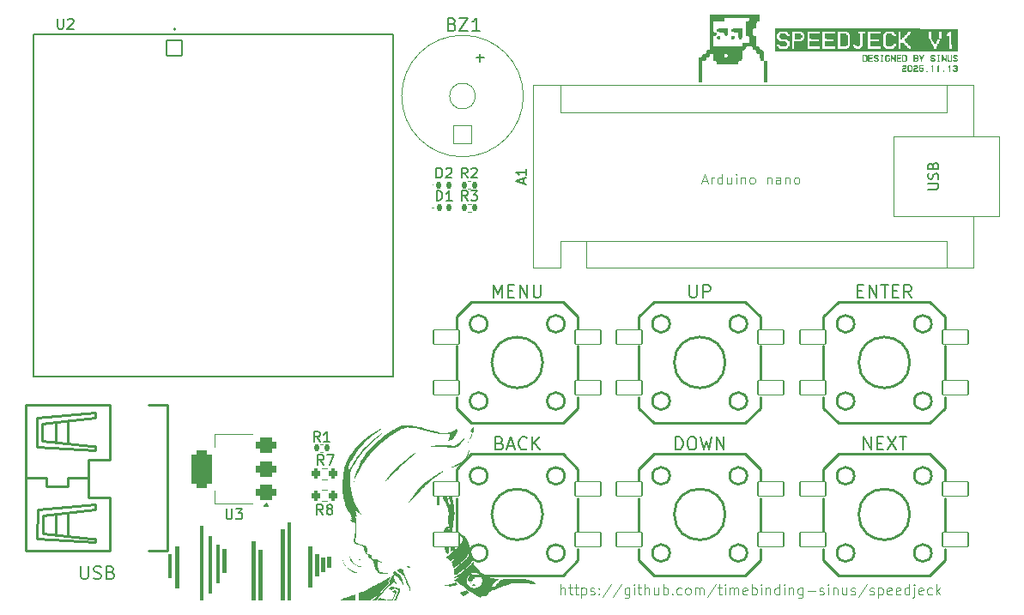
<source format=gbr>
%TF.GenerationSoftware,KiCad,Pcbnew,9.0.3*%
%TF.CreationDate,2025-12-01T11:28:20+09:00*%
%TF.ProjectId,SpeedJeck,53706565-644a-4656-936b-2e6b69636164,1*%
%TF.SameCoordinates,Original*%
%TF.FileFunction,Legend,Top*%
%TF.FilePolarity,Positive*%
%FSLAX46Y46*%
G04 Gerber Fmt 4.6, Leading zero omitted, Abs format (unit mm)*
G04 Created by KiCad (PCBNEW 9.0.3) date 2025-12-01 11:28:20*
%MOMM*%
%LPD*%
G01*
G04 APERTURE LIST*
G04 Aperture macros list*
%AMRoundRect*
0 Rectangle with rounded corners*
0 $1 Rounding radius*
0 $2 $3 $4 $5 $6 $7 $8 $9 X,Y pos of 4 corners*
0 Add a 4 corners polygon primitive as box body*
4,1,4,$2,$3,$4,$5,$6,$7,$8,$9,$2,$3,0*
0 Add four circle primitives for the rounded corners*
1,1,$1+$1,$2,$3*
1,1,$1+$1,$4,$5*
1,1,$1+$1,$6,$7*
1,1,$1+$1,$8,$9*
0 Add four rect primitives between the rounded corners*
20,1,$1+$1,$2,$3,$4,$5,0*
20,1,$1+$1,$4,$5,$6,$7,0*
20,1,$1+$1,$6,$7,$8,$9,0*
20,1,$1+$1,$8,$9,$2,$3,0*%
G04 Aperture macros list end*
%ADD10C,0.100000*%
%ADD11C,0.150000*%
%ADD12C,0.152400*%
%ADD13C,0.120000*%
%ADD14C,0.127000*%
%ADD15C,0.200000*%
%ADD16C,0.254000*%
%ADD17C,0.000000*%
%ADD18RoundRect,0.147500X-0.147500X-0.172500X0.147500X-0.172500X0.147500X0.172500X-0.147500X0.172500X0*%
%ADD19RoundRect,0.135000X-0.135000X-0.185000X0.135000X-0.185000X0.135000X0.185000X-0.135000X0.185000X0*%
%ADD20RoundRect,0.102000X-0.754000X-0.754000X0.754000X-0.754000X0.754000X0.754000X-0.754000X0.754000X0*%
%ADD21C,1.712000*%
%ADD22RoundRect,0.050800X-1.270000X-0.700000X1.270000X-0.700000X1.270000X0.700000X-1.270000X0.700000X0*%
%ADD23R,1.600000X1.600000*%
%ADD24O,1.600000X1.600000*%
%ADD25RoundRect,0.200000X0.200000X0.275000X-0.200000X0.275000X-0.200000X-0.275000X0.200000X-0.275000X0*%
%ADD26O,1.801600X1.801600*%
%ADD27O,3.301600X3.301600*%
%ADD28RoundRect,0.200000X-0.200000X-0.275000X0.200000X-0.275000X0.200000X0.275000X-0.200000X0.275000X0*%
%ADD29O,1.901600X1.901600*%
%ADD30RoundRect,0.050800X-0.900000X0.900000X-0.900000X-0.900000X0.900000X-0.900000X0.900000X0.900000X0*%
%ADD31RoundRect,0.375000X0.625000X0.375000X-0.625000X0.375000X-0.625000X-0.375000X0.625000X-0.375000X0*%
%ADD32RoundRect,0.500000X0.500000X1.400000X-0.500000X1.400000X-0.500000X-1.400000X0.500000X-1.400000X0*%
G04 APERTURE END LIST*
D10*
X158291884Y-97408419D02*
X158291884Y-96408419D01*
X158720455Y-97408419D02*
X158720455Y-96884609D01*
X158720455Y-96884609D02*
X158672836Y-96789371D01*
X158672836Y-96789371D02*
X158577598Y-96741752D01*
X158577598Y-96741752D02*
X158434741Y-96741752D01*
X158434741Y-96741752D02*
X158339503Y-96789371D01*
X158339503Y-96789371D02*
X158291884Y-96836990D01*
X159053789Y-96741752D02*
X159434741Y-96741752D01*
X159196646Y-96408419D02*
X159196646Y-97265561D01*
X159196646Y-97265561D02*
X159244265Y-97360800D01*
X159244265Y-97360800D02*
X159339503Y-97408419D01*
X159339503Y-97408419D02*
X159434741Y-97408419D01*
X159625218Y-96741752D02*
X160006170Y-96741752D01*
X159768075Y-96408419D02*
X159768075Y-97265561D01*
X159768075Y-97265561D02*
X159815694Y-97360800D01*
X159815694Y-97360800D02*
X159910932Y-97408419D01*
X159910932Y-97408419D02*
X160006170Y-97408419D01*
X160339504Y-96741752D02*
X160339504Y-97741752D01*
X160339504Y-96789371D02*
X160434742Y-96741752D01*
X160434742Y-96741752D02*
X160625218Y-96741752D01*
X160625218Y-96741752D02*
X160720456Y-96789371D01*
X160720456Y-96789371D02*
X160768075Y-96836990D01*
X160768075Y-96836990D02*
X160815694Y-96932228D01*
X160815694Y-96932228D02*
X160815694Y-97217942D01*
X160815694Y-97217942D02*
X160768075Y-97313180D01*
X160768075Y-97313180D02*
X160720456Y-97360800D01*
X160720456Y-97360800D02*
X160625218Y-97408419D01*
X160625218Y-97408419D02*
X160434742Y-97408419D01*
X160434742Y-97408419D02*
X160339504Y-97360800D01*
X161196647Y-97360800D02*
X161291885Y-97408419D01*
X161291885Y-97408419D02*
X161482361Y-97408419D01*
X161482361Y-97408419D02*
X161577599Y-97360800D01*
X161577599Y-97360800D02*
X161625218Y-97265561D01*
X161625218Y-97265561D02*
X161625218Y-97217942D01*
X161625218Y-97217942D02*
X161577599Y-97122704D01*
X161577599Y-97122704D02*
X161482361Y-97075085D01*
X161482361Y-97075085D02*
X161339504Y-97075085D01*
X161339504Y-97075085D02*
X161244266Y-97027466D01*
X161244266Y-97027466D02*
X161196647Y-96932228D01*
X161196647Y-96932228D02*
X161196647Y-96884609D01*
X161196647Y-96884609D02*
X161244266Y-96789371D01*
X161244266Y-96789371D02*
X161339504Y-96741752D01*
X161339504Y-96741752D02*
X161482361Y-96741752D01*
X161482361Y-96741752D02*
X161577599Y-96789371D01*
X162053790Y-97313180D02*
X162101409Y-97360800D01*
X162101409Y-97360800D02*
X162053790Y-97408419D01*
X162053790Y-97408419D02*
X162006171Y-97360800D01*
X162006171Y-97360800D02*
X162053790Y-97313180D01*
X162053790Y-97313180D02*
X162053790Y-97408419D01*
X162053790Y-96789371D02*
X162101409Y-96836990D01*
X162101409Y-96836990D02*
X162053790Y-96884609D01*
X162053790Y-96884609D02*
X162006171Y-96836990D01*
X162006171Y-96836990D02*
X162053790Y-96789371D01*
X162053790Y-96789371D02*
X162053790Y-96884609D01*
X163244265Y-96360800D02*
X162387123Y-97646514D01*
X164291884Y-96360800D02*
X163434742Y-97646514D01*
X165053789Y-96741752D02*
X165053789Y-97551276D01*
X165053789Y-97551276D02*
X165006170Y-97646514D01*
X165006170Y-97646514D02*
X164958551Y-97694133D01*
X164958551Y-97694133D02*
X164863313Y-97741752D01*
X164863313Y-97741752D02*
X164720456Y-97741752D01*
X164720456Y-97741752D02*
X164625218Y-97694133D01*
X165053789Y-97360800D02*
X164958551Y-97408419D01*
X164958551Y-97408419D02*
X164768075Y-97408419D01*
X164768075Y-97408419D02*
X164672837Y-97360800D01*
X164672837Y-97360800D02*
X164625218Y-97313180D01*
X164625218Y-97313180D02*
X164577599Y-97217942D01*
X164577599Y-97217942D02*
X164577599Y-96932228D01*
X164577599Y-96932228D02*
X164625218Y-96836990D01*
X164625218Y-96836990D02*
X164672837Y-96789371D01*
X164672837Y-96789371D02*
X164768075Y-96741752D01*
X164768075Y-96741752D02*
X164958551Y-96741752D01*
X164958551Y-96741752D02*
X165053789Y-96789371D01*
X165529980Y-97408419D02*
X165529980Y-96741752D01*
X165529980Y-96408419D02*
X165482361Y-96456038D01*
X165482361Y-96456038D02*
X165529980Y-96503657D01*
X165529980Y-96503657D02*
X165577599Y-96456038D01*
X165577599Y-96456038D02*
X165529980Y-96408419D01*
X165529980Y-96408419D02*
X165529980Y-96503657D01*
X165863313Y-96741752D02*
X166244265Y-96741752D01*
X166006170Y-96408419D02*
X166006170Y-97265561D01*
X166006170Y-97265561D02*
X166053789Y-97360800D01*
X166053789Y-97360800D02*
X166149027Y-97408419D01*
X166149027Y-97408419D02*
X166244265Y-97408419D01*
X166577599Y-97408419D02*
X166577599Y-96408419D01*
X167006170Y-97408419D02*
X167006170Y-96884609D01*
X167006170Y-96884609D02*
X166958551Y-96789371D01*
X166958551Y-96789371D02*
X166863313Y-96741752D01*
X166863313Y-96741752D02*
X166720456Y-96741752D01*
X166720456Y-96741752D02*
X166625218Y-96789371D01*
X166625218Y-96789371D02*
X166577599Y-96836990D01*
X167910932Y-96741752D02*
X167910932Y-97408419D01*
X167482361Y-96741752D02*
X167482361Y-97265561D01*
X167482361Y-97265561D02*
X167529980Y-97360800D01*
X167529980Y-97360800D02*
X167625218Y-97408419D01*
X167625218Y-97408419D02*
X167768075Y-97408419D01*
X167768075Y-97408419D02*
X167863313Y-97360800D01*
X167863313Y-97360800D02*
X167910932Y-97313180D01*
X168387123Y-97408419D02*
X168387123Y-96408419D01*
X168387123Y-96789371D02*
X168482361Y-96741752D01*
X168482361Y-96741752D02*
X168672837Y-96741752D01*
X168672837Y-96741752D02*
X168768075Y-96789371D01*
X168768075Y-96789371D02*
X168815694Y-96836990D01*
X168815694Y-96836990D02*
X168863313Y-96932228D01*
X168863313Y-96932228D02*
X168863313Y-97217942D01*
X168863313Y-97217942D02*
X168815694Y-97313180D01*
X168815694Y-97313180D02*
X168768075Y-97360800D01*
X168768075Y-97360800D02*
X168672837Y-97408419D01*
X168672837Y-97408419D02*
X168482361Y-97408419D01*
X168482361Y-97408419D02*
X168387123Y-97360800D01*
X169291885Y-97313180D02*
X169339504Y-97360800D01*
X169339504Y-97360800D02*
X169291885Y-97408419D01*
X169291885Y-97408419D02*
X169244266Y-97360800D01*
X169244266Y-97360800D02*
X169291885Y-97313180D01*
X169291885Y-97313180D02*
X169291885Y-97408419D01*
X170196646Y-97360800D02*
X170101408Y-97408419D01*
X170101408Y-97408419D02*
X169910932Y-97408419D01*
X169910932Y-97408419D02*
X169815694Y-97360800D01*
X169815694Y-97360800D02*
X169768075Y-97313180D01*
X169768075Y-97313180D02*
X169720456Y-97217942D01*
X169720456Y-97217942D02*
X169720456Y-96932228D01*
X169720456Y-96932228D02*
X169768075Y-96836990D01*
X169768075Y-96836990D02*
X169815694Y-96789371D01*
X169815694Y-96789371D02*
X169910932Y-96741752D01*
X169910932Y-96741752D02*
X170101408Y-96741752D01*
X170101408Y-96741752D02*
X170196646Y-96789371D01*
X170768075Y-97408419D02*
X170672837Y-97360800D01*
X170672837Y-97360800D02*
X170625218Y-97313180D01*
X170625218Y-97313180D02*
X170577599Y-97217942D01*
X170577599Y-97217942D02*
X170577599Y-96932228D01*
X170577599Y-96932228D02*
X170625218Y-96836990D01*
X170625218Y-96836990D02*
X170672837Y-96789371D01*
X170672837Y-96789371D02*
X170768075Y-96741752D01*
X170768075Y-96741752D02*
X170910932Y-96741752D01*
X170910932Y-96741752D02*
X171006170Y-96789371D01*
X171006170Y-96789371D02*
X171053789Y-96836990D01*
X171053789Y-96836990D02*
X171101408Y-96932228D01*
X171101408Y-96932228D02*
X171101408Y-97217942D01*
X171101408Y-97217942D02*
X171053789Y-97313180D01*
X171053789Y-97313180D02*
X171006170Y-97360800D01*
X171006170Y-97360800D02*
X170910932Y-97408419D01*
X170910932Y-97408419D02*
X170768075Y-97408419D01*
X171529980Y-97408419D02*
X171529980Y-96741752D01*
X171529980Y-96836990D02*
X171577599Y-96789371D01*
X171577599Y-96789371D02*
X171672837Y-96741752D01*
X171672837Y-96741752D02*
X171815694Y-96741752D01*
X171815694Y-96741752D02*
X171910932Y-96789371D01*
X171910932Y-96789371D02*
X171958551Y-96884609D01*
X171958551Y-96884609D02*
X171958551Y-97408419D01*
X171958551Y-96884609D02*
X172006170Y-96789371D01*
X172006170Y-96789371D02*
X172101408Y-96741752D01*
X172101408Y-96741752D02*
X172244265Y-96741752D01*
X172244265Y-96741752D02*
X172339504Y-96789371D01*
X172339504Y-96789371D02*
X172387123Y-96884609D01*
X172387123Y-96884609D02*
X172387123Y-97408419D01*
X173577598Y-96360800D02*
X172720456Y-97646514D01*
X173768075Y-96741752D02*
X174149027Y-96741752D01*
X173910932Y-96408419D02*
X173910932Y-97265561D01*
X173910932Y-97265561D02*
X173958551Y-97360800D01*
X173958551Y-97360800D02*
X174053789Y-97408419D01*
X174053789Y-97408419D02*
X174149027Y-97408419D01*
X174482361Y-97408419D02*
X174482361Y-96741752D01*
X174482361Y-96408419D02*
X174434742Y-96456038D01*
X174434742Y-96456038D02*
X174482361Y-96503657D01*
X174482361Y-96503657D02*
X174529980Y-96456038D01*
X174529980Y-96456038D02*
X174482361Y-96408419D01*
X174482361Y-96408419D02*
X174482361Y-96503657D01*
X174958551Y-97408419D02*
X174958551Y-96741752D01*
X174958551Y-96836990D02*
X175006170Y-96789371D01*
X175006170Y-96789371D02*
X175101408Y-96741752D01*
X175101408Y-96741752D02*
X175244265Y-96741752D01*
X175244265Y-96741752D02*
X175339503Y-96789371D01*
X175339503Y-96789371D02*
X175387122Y-96884609D01*
X175387122Y-96884609D02*
X175387122Y-97408419D01*
X175387122Y-96884609D02*
X175434741Y-96789371D01*
X175434741Y-96789371D02*
X175529979Y-96741752D01*
X175529979Y-96741752D02*
X175672836Y-96741752D01*
X175672836Y-96741752D02*
X175768075Y-96789371D01*
X175768075Y-96789371D02*
X175815694Y-96884609D01*
X175815694Y-96884609D02*
X175815694Y-97408419D01*
X176672836Y-97360800D02*
X176577598Y-97408419D01*
X176577598Y-97408419D02*
X176387122Y-97408419D01*
X176387122Y-97408419D02*
X176291884Y-97360800D01*
X176291884Y-97360800D02*
X176244265Y-97265561D01*
X176244265Y-97265561D02*
X176244265Y-96884609D01*
X176244265Y-96884609D02*
X176291884Y-96789371D01*
X176291884Y-96789371D02*
X176387122Y-96741752D01*
X176387122Y-96741752D02*
X176577598Y-96741752D01*
X176577598Y-96741752D02*
X176672836Y-96789371D01*
X176672836Y-96789371D02*
X176720455Y-96884609D01*
X176720455Y-96884609D02*
X176720455Y-96979847D01*
X176720455Y-96979847D02*
X176244265Y-97075085D01*
X177149027Y-97408419D02*
X177149027Y-96408419D01*
X177149027Y-96789371D02*
X177244265Y-96741752D01*
X177244265Y-96741752D02*
X177434741Y-96741752D01*
X177434741Y-96741752D02*
X177529979Y-96789371D01*
X177529979Y-96789371D02*
X177577598Y-96836990D01*
X177577598Y-96836990D02*
X177625217Y-96932228D01*
X177625217Y-96932228D02*
X177625217Y-97217942D01*
X177625217Y-97217942D02*
X177577598Y-97313180D01*
X177577598Y-97313180D02*
X177529979Y-97360800D01*
X177529979Y-97360800D02*
X177434741Y-97408419D01*
X177434741Y-97408419D02*
X177244265Y-97408419D01*
X177244265Y-97408419D02*
X177149027Y-97360800D01*
X178053789Y-97408419D02*
X178053789Y-96741752D01*
X178053789Y-96408419D02*
X178006170Y-96456038D01*
X178006170Y-96456038D02*
X178053789Y-96503657D01*
X178053789Y-96503657D02*
X178101408Y-96456038D01*
X178101408Y-96456038D02*
X178053789Y-96408419D01*
X178053789Y-96408419D02*
X178053789Y-96503657D01*
X178529979Y-96741752D02*
X178529979Y-97408419D01*
X178529979Y-96836990D02*
X178577598Y-96789371D01*
X178577598Y-96789371D02*
X178672836Y-96741752D01*
X178672836Y-96741752D02*
X178815693Y-96741752D01*
X178815693Y-96741752D02*
X178910931Y-96789371D01*
X178910931Y-96789371D02*
X178958550Y-96884609D01*
X178958550Y-96884609D02*
X178958550Y-97408419D01*
X179863312Y-97408419D02*
X179863312Y-96408419D01*
X179863312Y-97360800D02*
X179768074Y-97408419D01*
X179768074Y-97408419D02*
X179577598Y-97408419D01*
X179577598Y-97408419D02*
X179482360Y-97360800D01*
X179482360Y-97360800D02*
X179434741Y-97313180D01*
X179434741Y-97313180D02*
X179387122Y-97217942D01*
X179387122Y-97217942D02*
X179387122Y-96932228D01*
X179387122Y-96932228D02*
X179434741Y-96836990D01*
X179434741Y-96836990D02*
X179482360Y-96789371D01*
X179482360Y-96789371D02*
X179577598Y-96741752D01*
X179577598Y-96741752D02*
X179768074Y-96741752D01*
X179768074Y-96741752D02*
X179863312Y-96789371D01*
X180339503Y-97408419D02*
X180339503Y-96741752D01*
X180339503Y-96408419D02*
X180291884Y-96456038D01*
X180291884Y-96456038D02*
X180339503Y-96503657D01*
X180339503Y-96503657D02*
X180387122Y-96456038D01*
X180387122Y-96456038D02*
X180339503Y-96408419D01*
X180339503Y-96408419D02*
X180339503Y-96503657D01*
X180815693Y-96741752D02*
X180815693Y-97408419D01*
X180815693Y-96836990D02*
X180863312Y-96789371D01*
X180863312Y-96789371D02*
X180958550Y-96741752D01*
X180958550Y-96741752D02*
X181101407Y-96741752D01*
X181101407Y-96741752D02*
X181196645Y-96789371D01*
X181196645Y-96789371D02*
X181244264Y-96884609D01*
X181244264Y-96884609D02*
X181244264Y-97408419D01*
X182149026Y-96741752D02*
X182149026Y-97551276D01*
X182149026Y-97551276D02*
X182101407Y-97646514D01*
X182101407Y-97646514D02*
X182053788Y-97694133D01*
X182053788Y-97694133D02*
X181958550Y-97741752D01*
X181958550Y-97741752D02*
X181815693Y-97741752D01*
X181815693Y-97741752D02*
X181720455Y-97694133D01*
X182149026Y-97360800D02*
X182053788Y-97408419D01*
X182053788Y-97408419D02*
X181863312Y-97408419D01*
X181863312Y-97408419D02*
X181768074Y-97360800D01*
X181768074Y-97360800D02*
X181720455Y-97313180D01*
X181720455Y-97313180D02*
X181672836Y-97217942D01*
X181672836Y-97217942D02*
X181672836Y-96932228D01*
X181672836Y-96932228D02*
X181720455Y-96836990D01*
X181720455Y-96836990D02*
X181768074Y-96789371D01*
X181768074Y-96789371D02*
X181863312Y-96741752D01*
X181863312Y-96741752D02*
X182053788Y-96741752D01*
X182053788Y-96741752D02*
X182149026Y-96789371D01*
X182625217Y-97027466D02*
X183387122Y-97027466D01*
X183815693Y-97360800D02*
X183910931Y-97408419D01*
X183910931Y-97408419D02*
X184101407Y-97408419D01*
X184101407Y-97408419D02*
X184196645Y-97360800D01*
X184196645Y-97360800D02*
X184244264Y-97265561D01*
X184244264Y-97265561D02*
X184244264Y-97217942D01*
X184244264Y-97217942D02*
X184196645Y-97122704D01*
X184196645Y-97122704D02*
X184101407Y-97075085D01*
X184101407Y-97075085D02*
X183958550Y-97075085D01*
X183958550Y-97075085D02*
X183863312Y-97027466D01*
X183863312Y-97027466D02*
X183815693Y-96932228D01*
X183815693Y-96932228D02*
X183815693Y-96884609D01*
X183815693Y-96884609D02*
X183863312Y-96789371D01*
X183863312Y-96789371D02*
X183958550Y-96741752D01*
X183958550Y-96741752D02*
X184101407Y-96741752D01*
X184101407Y-96741752D02*
X184196645Y-96789371D01*
X184672836Y-97408419D02*
X184672836Y-96741752D01*
X184672836Y-96408419D02*
X184625217Y-96456038D01*
X184625217Y-96456038D02*
X184672836Y-96503657D01*
X184672836Y-96503657D02*
X184720455Y-96456038D01*
X184720455Y-96456038D02*
X184672836Y-96408419D01*
X184672836Y-96408419D02*
X184672836Y-96503657D01*
X185149026Y-96741752D02*
X185149026Y-97408419D01*
X185149026Y-96836990D02*
X185196645Y-96789371D01*
X185196645Y-96789371D02*
X185291883Y-96741752D01*
X185291883Y-96741752D02*
X185434740Y-96741752D01*
X185434740Y-96741752D02*
X185529978Y-96789371D01*
X185529978Y-96789371D02*
X185577597Y-96884609D01*
X185577597Y-96884609D02*
X185577597Y-97408419D01*
X186482359Y-96741752D02*
X186482359Y-97408419D01*
X186053788Y-96741752D02*
X186053788Y-97265561D01*
X186053788Y-97265561D02*
X186101407Y-97360800D01*
X186101407Y-97360800D02*
X186196645Y-97408419D01*
X186196645Y-97408419D02*
X186339502Y-97408419D01*
X186339502Y-97408419D02*
X186434740Y-97360800D01*
X186434740Y-97360800D02*
X186482359Y-97313180D01*
X186910931Y-97360800D02*
X187006169Y-97408419D01*
X187006169Y-97408419D02*
X187196645Y-97408419D01*
X187196645Y-97408419D02*
X187291883Y-97360800D01*
X187291883Y-97360800D02*
X187339502Y-97265561D01*
X187339502Y-97265561D02*
X187339502Y-97217942D01*
X187339502Y-97217942D02*
X187291883Y-97122704D01*
X187291883Y-97122704D02*
X187196645Y-97075085D01*
X187196645Y-97075085D02*
X187053788Y-97075085D01*
X187053788Y-97075085D02*
X186958550Y-97027466D01*
X186958550Y-97027466D02*
X186910931Y-96932228D01*
X186910931Y-96932228D02*
X186910931Y-96884609D01*
X186910931Y-96884609D02*
X186958550Y-96789371D01*
X186958550Y-96789371D02*
X187053788Y-96741752D01*
X187053788Y-96741752D02*
X187196645Y-96741752D01*
X187196645Y-96741752D02*
X187291883Y-96789371D01*
X188482359Y-96360800D02*
X187625217Y-97646514D01*
X188768074Y-97360800D02*
X188863312Y-97408419D01*
X188863312Y-97408419D02*
X189053788Y-97408419D01*
X189053788Y-97408419D02*
X189149026Y-97360800D01*
X189149026Y-97360800D02*
X189196645Y-97265561D01*
X189196645Y-97265561D02*
X189196645Y-97217942D01*
X189196645Y-97217942D02*
X189149026Y-97122704D01*
X189149026Y-97122704D02*
X189053788Y-97075085D01*
X189053788Y-97075085D02*
X188910931Y-97075085D01*
X188910931Y-97075085D02*
X188815693Y-97027466D01*
X188815693Y-97027466D02*
X188768074Y-96932228D01*
X188768074Y-96932228D02*
X188768074Y-96884609D01*
X188768074Y-96884609D02*
X188815693Y-96789371D01*
X188815693Y-96789371D02*
X188910931Y-96741752D01*
X188910931Y-96741752D02*
X189053788Y-96741752D01*
X189053788Y-96741752D02*
X189149026Y-96789371D01*
X189625217Y-96741752D02*
X189625217Y-97741752D01*
X189625217Y-96789371D02*
X189720455Y-96741752D01*
X189720455Y-96741752D02*
X189910931Y-96741752D01*
X189910931Y-96741752D02*
X190006169Y-96789371D01*
X190006169Y-96789371D02*
X190053788Y-96836990D01*
X190053788Y-96836990D02*
X190101407Y-96932228D01*
X190101407Y-96932228D02*
X190101407Y-97217942D01*
X190101407Y-97217942D02*
X190053788Y-97313180D01*
X190053788Y-97313180D02*
X190006169Y-97360800D01*
X190006169Y-97360800D02*
X189910931Y-97408419D01*
X189910931Y-97408419D02*
X189720455Y-97408419D01*
X189720455Y-97408419D02*
X189625217Y-97360800D01*
X190910931Y-97360800D02*
X190815693Y-97408419D01*
X190815693Y-97408419D02*
X190625217Y-97408419D01*
X190625217Y-97408419D02*
X190529979Y-97360800D01*
X190529979Y-97360800D02*
X190482360Y-97265561D01*
X190482360Y-97265561D02*
X190482360Y-96884609D01*
X190482360Y-96884609D02*
X190529979Y-96789371D01*
X190529979Y-96789371D02*
X190625217Y-96741752D01*
X190625217Y-96741752D02*
X190815693Y-96741752D01*
X190815693Y-96741752D02*
X190910931Y-96789371D01*
X190910931Y-96789371D02*
X190958550Y-96884609D01*
X190958550Y-96884609D02*
X190958550Y-96979847D01*
X190958550Y-96979847D02*
X190482360Y-97075085D01*
X191768074Y-97360800D02*
X191672836Y-97408419D01*
X191672836Y-97408419D02*
X191482360Y-97408419D01*
X191482360Y-97408419D02*
X191387122Y-97360800D01*
X191387122Y-97360800D02*
X191339503Y-97265561D01*
X191339503Y-97265561D02*
X191339503Y-96884609D01*
X191339503Y-96884609D02*
X191387122Y-96789371D01*
X191387122Y-96789371D02*
X191482360Y-96741752D01*
X191482360Y-96741752D02*
X191672836Y-96741752D01*
X191672836Y-96741752D02*
X191768074Y-96789371D01*
X191768074Y-96789371D02*
X191815693Y-96884609D01*
X191815693Y-96884609D02*
X191815693Y-96979847D01*
X191815693Y-96979847D02*
X191339503Y-97075085D01*
X192672836Y-97408419D02*
X192672836Y-96408419D01*
X192672836Y-97360800D02*
X192577598Y-97408419D01*
X192577598Y-97408419D02*
X192387122Y-97408419D01*
X192387122Y-97408419D02*
X192291884Y-97360800D01*
X192291884Y-97360800D02*
X192244265Y-97313180D01*
X192244265Y-97313180D02*
X192196646Y-97217942D01*
X192196646Y-97217942D02*
X192196646Y-96932228D01*
X192196646Y-96932228D02*
X192244265Y-96836990D01*
X192244265Y-96836990D02*
X192291884Y-96789371D01*
X192291884Y-96789371D02*
X192387122Y-96741752D01*
X192387122Y-96741752D02*
X192577598Y-96741752D01*
X192577598Y-96741752D02*
X192672836Y-96789371D01*
X193149027Y-96741752D02*
X193149027Y-97598895D01*
X193149027Y-97598895D02*
X193101408Y-97694133D01*
X193101408Y-97694133D02*
X193006170Y-97741752D01*
X193006170Y-97741752D02*
X192958551Y-97741752D01*
X193149027Y-96408419D02*
X193101408Y-96456038D01*
X193101408Y-96456038D02*
X193149027Y-96503657D01*
X193149027Y-96503657D02*
X193196646Y-96456038D01*
X193196646Y-96456038D02*
X193149027Y-96408419D01*
X193149027Y-96408419D02*
X193149027Y-96503657D01*
X194006169Y-97360800D02*
X193910931Y-97408419D01*
X193910931Y-97408419D02*
X193720455Y-97408419D01*
X193720455Y-97408419D02*
X193625217Y-97360800D01*
X193625217Y-97360800D02*
X193577598Y-97265561D01*
X193577598Y-97265561D02*
X193577598Y-96884609D01*
X193577598Y-96884609D02*
X193625217Y-96789371D01*
X193625217Y-96789371D02*
X193720455Y-96741752D01*
X193720455Y-96741752D02*
X193910931Y-96741752D01*
X193910931Y-96741752D02*
X194006169Y-96789371D01*
X194006169Y-96789371D02*
X194053788Y-96884609D01*
X194053788Y-96884609D02*
X194053788Y-96979847D01*
X194053788Y-96979847D02*
X193577598Y-97075085D01*
X194910931Y-97360800D02*
X194815693Y-97408419D01*
X194815693Y-97408419D02*
X194625217Y-97408419D01*
X194625217Y-97408419D02*
X194529979Y-97360800D01*
X194529979Y-97360800D02*
X194482360Y-97313180D01*
X194482360Y-97313180D02*
X194434741Y-97217942D01*
X194434741Y-97217942D02*
X194434741Y-96932228D01*
X194434741Y-96932228D02*
X194482360Y-96836990D01*
X194482360Y-96836990D02*
X194529979Y-96789371D01*
X194529979Y-96789371D02*
X194625217Y-96741752D01*
X194625217Y-96741752D02*
X194815693Y-96741752D01*
X194815693Y-96741752D02*
X194910931Y-96789371D01*
X195339503Y-97408419D02*
X195339503Y-96408419D01*
X195434741Y-97027466D02*
X195720455Y-97408419D01*
X195720455Y-96741752D02*
X195339503Y-97122704D01*
X172256265Y-56586704D02*
X172732455Y-56586704D01*
X172161027Y-56872419D02*
X172494360Y-55872419D01*
X172494360Y-55872419D02*
X172827693Y-56872419D01*
X173161027Y-56872419D02*
X173161027Y-56205752D01*
X173161027Y-56396228D02*
X173208646Y-56300990D01*
X173208646Y-56300990D02*
X173256265Y-56253371D01*
X173256265Y-56253371D02*
X173351503Y-56205752D01*
X173351503Y-56205752D02*
X173446741Y-56205752D01*
X174208646Y-56872419D02*
X174208646Y-55872419D01*
X174208646Y-56824800D02*
X174113408Y-56872419D01*
X174113408Y-56872419D02*
X173922932Y-56872419D01*
X173922932Y-56872419D02*
X173827694Y-56824800D01*
X173827694Y-56824800D02*
X173780075Y-56777180D01*
X173780075Y-56777180D02*
X173732456Y-56681942D01*
X173732456Y-56681942D02*
X173732456Y-56396228D01*
X173732456Y-56396228D02*
X173780075Y-56300990D01*
X173780075Y-56300990D02*
X173827694Y-56253371D01*
X173827694Y-56253371D02*
X173922932Y-56205752D01*
X173922932Y-56205752D02*
X174113408Y-56205752D01*
X174113408Y-56205752D02*
X174208646Y-56253371D01*
X175113408Y-56205752D02*
X175113408Y-56872419D01*
X174684837Y-56205752D02*
X174684837Y-56729561D01*
X174684837Y-56729561D02*
X174732456Y-56824800D01*
X174732456Y-56824800D02*
X174827694Y-56872419D01*
X174827694Y-56872419D02*
X174970551Y-56872419D01*
X174970551Y-56872419D02*
X175065789Y-56824800D01*
X175065789Y-56824800D02*
X175113408Y-56777180D01*
X175589599Y-56872419D02*
X175589599Y-56205752D01*
X175589599Y-55872419D02*
X175541980Y-55920038D01*
X175541980Y-55920038D02*
X175589599Y-55967657D01*
X175589599Y-55967657D02*
X175637218Y-55920038D01*
X175637218Y-55920038D02*
X175589599Y-55872419D01*
X175589599Y-55872419D02*
X175589599Y-55967657D01*
X176065789Y-56205752D02*
X176065789Y-56872419D01*
X176065789Y-56300990D02*
X176113408Y-56253371D01*
X176113408Y-56253371D02*
X176208646Y-56205752D01*
X176208646Y-56205752D02*
X176351503Y-56205752D01*
X176351503Y-56205752D02*
X176446741Y-56253371D01*
X176446741Y-56253371D02*
X176494360Y-56348609D01*
X176494360Y-56348609D02*
X176494360Y-56872419D01*
X177113408Y-56872419D02*
X177018170Y-56824800D01*
X177018170Y-56824800D02*
X176970551Y-56777180D01*
X176970551Y-56777180D02*
X176922932Y-56681942D01*
X176922932Y-56681942D02*
X176922932Y-56396228D01*
X176922932Y-56396228D02*
X176970551Y-56300990D01*
X176970551Y-56300990D02*
X177018170Y-56253371D01*
X177018170Y-56253371D02*
X177113408Y-56205752D01*
X177113408Y-56205752D02*
X177256265Y-56205752D01*
X177256265Y-56205752D02*
X177351503Y-56253371D01*
X177351503Y-56253371D02*
X177399122Y-56300990D01*
X177399122Y-56300990D02*
X177446741Y-56396228D01*
X177446741Y-56396228D02*
X177446741Y-56681942D01*
X177446741Y-56681942D02*
X177399122Y-56777180D01*
X177399122Y-56777180D02*
X177351503Y-56824800D01*
X177351503Y-56824800D02*
X177256265Y-56872419D01*
X177256265Y-56872419D02*
X177113408Y-56872419D01*
X178637218Y-56205752D02*
X178637218Y-56872419D01*
X178637218Y-56300990D02*
X178684837Y-56253371D01*
X178684837Y-56253371D02*
X178780075Y-56205752D01*
X178780075Y-56205752D02*
X178922932Y-56205752D01*
X178922932Y-56205752D02*
X179018170Y-56253371D01*
X179018170Y-56253371D02*
X179065789Y-56348609D01*
X179065789Y-56348609D02*
X179065789Y-56872419D01*
X179970551Y-56872419D02*
X179970551Y-56348609D01*
X179970551Y-56348609D02*
X179922932Y-56253371D01*
X179922932Y-56253371D02*
X179827694Y-56205752D01*
X179827694Y-56205752D02*
X179637218Y-56205752D01*
X179637218Y-56205752D02*
X179541980Y-56253371D01*
X179970551Y-56824800D02*
X179875313Y-56872419D01*
X179875313Y-56872419D02*
X179637218Y-56872419D01*
X179637218Y-56872419D02*
X179541980Y-56824800D01*
X179541980Y-56824800D02*
X179494361Y-56729561D01*
X179494361Y-56729561D02*
X179494361Y-56634323D01*
X179494361Y-56634323D02*
X179541980Y-56539085D01*
X179541980Y-56539085D02*
X179637218Y-56491466D01*
X179637218Y-56491466D02*
X179875313Y-56491466D01*
X179875313Y-56491466D02*
X179970551Y-56443847D01*
X180446742Y-56205752D02*
X180446742Y-56872419D01*
X180446742Y-56300990D02*
X180494361Y-56253371D01*
X180494361Y-56253371D02*
X180589599Y-56205752D01*
X180589599Y-56205752D02*
X180732456Y-56205752D01*
X180732456Y-56205752D02*
X180827694Y-56253371D01*
X180827694Y-56253371D02*
X180875313Y-56348609D01*
X180875313Y-56348609D02*
X180875313Y-56872419D01*
X181494361Y-56872419D02*
X181399123Y-56824800D01*
X181399123Y-56824800D02*
X181351504Y-56777180D01*
X181351504Y-56777180D02*
X181303885Y-56681942D01*
X181303885Y-56681942D02*
X181303885Y-56396228D01*
X181303885Y-56396228D02*
X181351504Y-56300990D01*
X181351504Y-56300990D02*
X181399123Y-56253371D01*
X181399123Y-56253371D02*
X181494361Y-56205752D01*
X181494361Y-56205752D02*
X181637218Y-56205752D01*
X181637218Y-56205752D02*
X181732456Y-56253371D01*
X181732456Y-56253371D02*
X181780075Y-56300990D01*
X181780075Y-56300990D02*
X181827694Y-56396228D01*
X181827694Y-56396228D02*
X181827694Y-56681942D01*
X181827694Y-56681942D02*
X181780075Y-56777180D01*
X181780075Y-56777180D02*
X181732456Y-56824800D01*
X181732456Y-56824800D02*
X181637218Y-56872419D01*
X181637218Y-56872419D02*
X181494361Y-56872419D01*
D11*
X146041905Y-58534819D02*
X146041905Y-57534819D01*
X146041905Y-57534819D02*
X146280000Y-57534819D01*
X146280000Y-57534819D02*
X146422857Y-57582438D01*
X146422857Y-57582438D02*
X146518095Y-57677676D01*
X146518095Y-57677676D02*
X146565714Y-57772914D01*
X146565714Y-57772914D02*
X146613333Y-57963390D01*
X146613333Y-57963390D02*
X146613333Y-58106247D01*
X146613333Y-58106247D02*
X146565714Y-58296723D01*
X146565714Y-58296723D02*
X146518095Y-58391961D01*
X146518095Y-58391961D02*
X146422857Y-58487200D01*
X146422857Y-58487200D02*
X146280000Y-58534819D01*
X146280000Y-58534819D02*
X146041905Y-58534819D01*
X147565714Y-58534819D02*
X146994286Y-58534819D01*
X147280000Y-58534819D02*
X147280000Y-57534819D01*
X147280000Y-57534819D02*
X147184762Y-57677676D01*
X147184762Y-57677676D02*
X147089524Y-57772914D01*
X147089524Y-57772914D02*
X146994286Y-57820533D01*
X134533333Y-82329819D02*
X134200000Y-81853628D01*
X133961905Y-82329819D02*
X133961905Y-81329819D01*
X133961905Y-81329819D02*
X134342857Y-81329819D01*
X134342857Y-81329819D02*
X134438095Y-81377438D01*
X134438095Y-81377438D02*
X134485714Y-81425057D01*
X134485714Y-81425057D02*
X134533333Y-81520295D01*
X134533333Y-81520295D02*
X134533333Y-81663152D01*
X134533333Y-81663152D02*
X134485714Y-81758390D01*
X134485714Y-81758390D02*
X134438095Y-81806009D01*
X134438095Y-81806009D02*
X134342857Y-81853628D01*
X134342857Y-81853628D02*
X133961905Y-81853628D01*
X135485714Y-82329819D02*
X134914286Y-82329819D01*
X135200000Y-82329819D02*
X135200000Y-81329819D01*
X135200000Y-81329819D02*
X135104762Y-81472676D01*
X135104762Y-81472676D02*
X135009524Y-81567914D01*
X135009524Y-81567914D02*
X134914286Y-81615533D01*
X108663095Y-40569819D02*
X108663095Y-41379342D01*
X108663095Y-41379342D02*
X108710714Y-41474580D01*
X108710714Y-41474580D02*
X108758333Y-41522200D01*
X108758333Y-41522200D02*
X108853571Y-41569819D01*
X108853571Y-41569819D02*
X109044047Y-41569819D01*
X109044047Y-41569819D02*
X109139285Y-41522200D01*
X109139285Y-41522200D02*
X109186904Y-41474580D01*
X109186904Y-41474580D02*
X109234523Y-41379342D01*
X109234523Y-41379342D02*
X109234523Y-40569819D01*
X109663095Y-40665057D02*
X109710714Y-40617438D01*
X109710714Y-40617438D02*
X109805952Y-40569819D01*
X109805952Y-40569819D02*
X110044047Y-40569819D01*
X110044047Y-40569819D02*
X110139285Y-40617438D01*
X110139285Y-40617438D02*
X110186904Y-40665057D01*
X110186904Y-40665057D02*
X110234523Y-40760295D01*
X110234523Y-40760295D02*
X110234523Y-40855533D01*
X110234523Y-40855533D02*
X110186904Y-40998390D01*
X110186904Y-40998390D02*
X109615476Y-41569819D01*
X109615476Y-41569819D02*
X110234523Y-41569819D01*
X169611190Y-83117726D02*
X169611190Y-81847726D01*
X169611190Y-81847726D02*
X169913571Y-81847726D01*
X169913571Y-81847726D02*
X170095000Y-81908202D01*
X170095000Y-81908202D02*
X170215952Y-82029154D01*
X170215952Y-82029154D02*
X170276429Y-82150107D01*
X170276429Y-82150107D02*
X170336905Y-82392011D01*
X170336905Y-82392011D02*
X170336905Y-82573440D01*
X170336905Y-82573440D02*
X170276429Y-82815345D01*
X170276429Y-82815345D02*
X170215952Y-82936297D01*
X170215952Y-82936297D02*
X170095000Y-83057250D01*
X170095000Y-83057250D02*
X169913571Y-83117726D01*
X169913571Y-83117726D02*
X169611190Y-83117726D01*
X171123095Y-81847726D02*
X171365000Y-81847726D01*
X171365000Y-81847726D02*
X171485952Y-81908202D01*
X171485952Y-81908202D02*
X171606905Y-82029154D01*
X171606905Y-82029154D02*
X171667381Y-82271059D01*
X171667381Y-82271059D02*
X171667381Y-82694392D01*
X171667381Y-82694392D02*
X171606905Y-82936297D01*
X171606905Y-82936297D02*
X171485952Y-83057250D01*
X171485952Y-83057250D02*
X171365000Y-83117726D01*
X171365000Y-83117726D02*
X171123095Y-83117726D01*
X171123095Y-83117726D02*
X171002143Y-83057250D01*
X171002143Y-83057250D02*
X170881190Y-82936297D01*
X170881190Y-82936297D02*
X170820714Y-82694392D01*
X170820714Y-82694392D02*
X170820714Y-82271059D01*
X170820714Y-82271059D02*
X170881190Y-82029154D01*
X170881190Y-82029154D02*
X171002143Y-81908202D01*
X171002143Y-81908202D02*
X171123095Y-81847726D01*
X172090714Y-81847726D02*
X172393095Y-83117726D01*
X172393095Y-83117726D02*
X172635000Y-82210583D01*
X172635000Y-82210583D02*
X172876905Y-83117726D01*
X172876905Y-83117726D02*
X173179286Y-81847726D01*
X173663095Y-83117726D02*
X173663095Y-81847726D01*
X173663095Y-81847726D02*
X174388810Y-83117726D01*
X174388810Y-83117726D02*
X174388810Y-81847726D01*
X149103333Y-58534819D02*
X148770000Y-58058628D01*
X148531905Y-58534819D02*
X148531905Y-57534819D01*
X148531905Y-57534819D02*
X148912857Y-57534819D01*
X148912857Y-57534819D02*
X149008095Y-57582438D01*
X149008095Y-57582438D02*
X149055714Y-57630057D01*
X149055714Y-57630057D02*
X149103333Y-57725295D01*
X149103333Y-57725295D02*
X149103333Y-57868152D01*
X149103333Y-57868152D02*
X149055714Y-57963390D01*
X149055714Y-57963390D02*
X149008095Y-58011009D01*
X149008095Y-58011009D02*
X148912857Y-58058628D01*
X148912857Y-58058628D02*
X148531905Y-58058628D01*
X149436667Y-57534819D02*
X150055714Y-57534819D01*
X150055714Y-57534819D02*
X149722381Y-57915771D01*
X149722381Y-57915771D02*
X149865238Y-57915771D01*
X149865238Y-57915771D02*
X149960476Y-57963390D01*
X149960476Y-57963390D02*
X150008095Y-58011009D01*
X150008095Y-58011009D02*
X150055714Y-58106247D01*
X150055714Y-58106247D02*
X150055714Y-58344342D01*
X150055714Y-58344342D02*
X150008095Y-58439580D01*
X150008095Y-58439580D02*
X149960476Y-58487200D01*
X149960476Y-58487200D02*
X149865238Y-58534819D01*
X149865238Y-58534819D02*
X149579524Y-58534819D01*
X149579524Y-58534819D02*
X149484286Y-58487200D01*
X149484286Y-58487200D02*
X149436667Y-58439580D01*
X154601104Y-56848285D02*
X154601104Y-56372095D01*
X154886819Y-56943523D02*
X153886819Y-56610190D01*
X153886819Y-56610190D02*
X154886819Y-56276857D01*
X154886819Y-55419714D02*
X154886819Y-55991142D01*
X154886819Y-55705428D02*
X153886819Y-55705428D01*
X153886819Y-55705428D02*
X154029676Y-55800666D01*
X154029676Y-55800666D02*
X154124914Y-55895904D01*
X154124914Y-55895904D02*
X154172533Y-55991142D01*
X194526819Y-57395904D02*
X195336342Y-57395904D01*
X195336342Y-57395904D02*
X195431580Y-57348285D01*
X195431580Y-57348285D02*
X195479200Y-57300666D01*
X195479200Y-57300666D02*
X195526819Y-57205428D01*
X195526819Y-57205428D02*
X195526819Y-57014952D01*
X195526819Y-57014952D02*
X195479200Y-56919714D01*
X195479200Y-56919714D02*
X195431580Y-56872095D01*
X195431580Y-56872095D02*
X195336342Y-56824476D01*
X195336342Y-56824476D02*
X194526819Y-56824476D01*
X195479200Y-56395904D02*
X195526819Y-56253047D01*
X195526819Y-56253047D02*
X195526819Y-56014952D01*
X195526819Y-56014952D02*
X195479200Y-55919714D01*
X195479200Y-55919714D02*
X195431580Y-55872095D01*
X195431580Y-55872095D02*
X195336342Y-55824476D01*
X195336342Y-55824476D02*
X195241104Y-55824476D01*
X195241104Y-55824476D02*
X195145866Y-55872095D01*
X195145866Y-55872095D02*
X195098247Y-55919714D01*
X195098247Y-55919714D02*
X195050628Y-56014952D01*
X195050628Y-56014952D02*
X195003009Y-56205428D01*
X195003009Y-56205428D02*
X194955390Y-56300666D01*
X194955390Y-56300666D02*
X194907771Y-56348285D01*
X194907771Y-56348285D02*
X194812533Y-56395904D01*
X194812533Y-56395904D02*
X194717295Y-56395904D01*
X194717295Y-56395904D02*
X194622057Y-56348285D01*
X194622057Y-56348285D02*
X194574438Y-56300666D01*
X194574438Y-56300666D02*
X194526819Y-56205428D01*
X194526819Y-56205428D02*
X194526819Y-55967333D01*
X194526819Y-55967333D02*
X194574438Y-55824476D01*
X195003009Y-55062571D02*
X195050628Y-54919714D01*
X195050628Y-54919714D02*
X195098247Y-54872095D01*
X195098247Y-54872095D02*
X195193485Y-54824476D01*
X195193485Y-54824476D02*
X195336342Y-54824476D01*
X195336342Y-54824476D02*
X195431580Y-54872095D01*
X195431580Y-54872095D02*
X195479200Y-54919714D01*
X195479200Y-54919714D02*
X195526819Y-55014952D01*
X195526819Y-55014952D02*
X195526819Y-55395904D01*
X195526819Y-55395904D02*
X194526819Y-55395904D01*
X194526819Y-55395904D02*
X194526819Y-55062571D01*
X194526819Y-55062571D02*
X194574438Y-54967333D01*
X194574438Y-54967333D02*
X194622057Y-54919714D01*
X194622057Y-54919714D02*
X194717295Y-54872095D01*
X194717295Y-54872095D02*
X194812533Y-54872095D01*
X194812533Y-54872095D02*
X194907771Y-54919714D01*
X194907771Y-54919714D02*
X194955390Y-54967333D01*
X194955390Y-54967333D02*
X195003009Y-55062571D01*
X195003009Y-55062571D02*
X195003009Y-55395904D01*
X187569285Y-67452488D02*
X187992619Y-67452488D01*
X188174047Y-68117726D02*
X187569285Y-68117726D01*
X187569285Y-68117726D02*
X187569285Y-66847726D01*
X187569285Y-66847726D02*
X188174047Y-66847726D01*
X188718333Y-68117726D02*
X188718333Y-66847726D01*
X188718333Y-66847726D02*
X189444048Y-68117726D01*
X189444048Y-68117726D02*
X189444048Y-66847726D01*
X189867381Y-66847726D02*
X190593095Y-66847726D01*
X190230238Y-68117726D02*
X190230238Y-66847726D01*
X191016428Y-67452488D02*
X191439762Y-67452488D01*
X191621190Y-68117726D02*
X191016428Y-68117726D01*
X191016428Y-68117726D02*
X191016428Y-66847726D01*
X191016428Y-66847726D02*
X191621190Y-66847726D01*
X192891191Y-68117726D02*
X192467857Y-67512964D01*
X192165476Y-68117726D02*
X192165476Y-66847726D01*
X192165476Y-66847726D02*
X192649286Y-66847726D01*
X192649286Y-66847726D02*
X192770238Y-66908202D01*
X192770238Y-66908202D02*
X192830715Y-66968678D01*
X192830715Y-66968678D02*
X192891191Y-67089630D01*
X192891191Y-67089630D02*
X192891191Y-67271059D01*
X192891191Y-67271059D02*
X192830715Y-67392011D01*
X192830715Y-67392011D02*
X192770238Y-67452488D01*
X192770238Y-67452488D02*
X192649286Y-67512964D01*
X192649286Y-67512964D02*
X192165476Y-67512964D01*
X152276429Y-82452488D02*
X152457857Y-82512964D01*
X152457857Y-82512964D02*
X152518334Y-82573440D01*
X152518334Y-82573440D02*
X152578810Y-82694392D01*
X152578810Y-82694392D02*
X152578810Y-82875821D01*
X152578810Y-82875821D02*
X152518334Y-82996773D01*
X152518334Y-82996773D02*
X152457857Y-83057250D01*
X152457857Y-83057250D02*
X152336905Y-83117726D01*
X152336905Y-83117726D02*
X151853095Y-83117726D01*
X151853095Y-83117726D02*
X151853095Y-81847726D01*
X151853095Y-81847726D02*
X152276429Y-81847726D01*
X152276429Y-81847726D02*
X152397381Y-81908202D01*
X152397381Y-81908202D02*
X152457857Y-81968678D01*
X152457857Y-81968678D02*
X152518334Y-82089630D01*
X152518334Y-82089630D02*
X152518334Y-82210583D01*
X152518334Y-82210583D02*
X152457857Y-82331535D01*
X152457857Y-82331535D02*
X152397381Y-82392011D01*
X152397381Y-82392011D02*
X152276429Y-82452488D01*
X152276429Y-82452488D02*
X151853095Y-82452488D01*
X153062619Y-82754869D02*
X153667381Y-82754869D01*
X152941667Y-83117726D02*
X153365000Y-81847726D01*
X153365000Y-81847726D02*
X153788334Y-83117726D01*
X154937381Y-82996773D02*
X154876905Y-83057250D01*
X154876905Y-83057250D02*
X154695476Y-83117726D01*
X154695476Y-83117726D02*
X154574524Y-83117726D01*
X154574524Y-83117726D02*
X154393095Y-83057250D01*
X154393095Y-83057250D02*
X154272143Y-82936297D01*
X154272143Y-82936297D02*
X154211666Y-82815345D01*
X154211666Y-82815345D02*
X154151190Y-82573440D01*
X154151190Y-82573440D02*
X154151190Y-82392011D01*
X154151190Y-82392011D02*
X154211666Y-82150107D01*
X154211666Y-82150107D02*
X154272143Y-82029154D01*
X154272143Y-82029154D02*
X154393095Y-81908202D01*
X154393095Y-81908202D02*
X154574524Y-81847726D01*
X154574524Y-81847726D02*
X154695476Y-81847726D01*
X154695476Y-81847726D02*
X154876905Y-81908202D01*
X154876905Y-81908202D02*
X154937381Y-81968678D01*
X155481666Y-83117726D02*
X155481666Y-81847726D01*
X156207381Y-83117726D02*
X155663095Y-82392011D01*
X156207381Y-81847726D02*
X155481666Y-82573440D01*
X134833333Y-89504819D02*
X134500000Y-89028628D01*
X134261905Y-89504819D02*
X134261905Y-88504819D01*
X134261905Y-88504819D02*
X134642857Y-88504819D01*
X134642857Y-88504819D02*
X134738095Y-88552438D01*
X134738095Y-88552438D02*
X134785714Y-88600057D01*
X134785714Y-88600057D02*
X134833333Y-88695295D01*
X134833333Y-88695295D02*
X134833333Y-88838152D01*
X134833333Y-88838152D02*
X134785714Y-88933390D01*
X134785714Y-88933390D02*
X134738095Y-88981009D01*
X134738095Y-88981009D02*
X134642857Y-89028628D01*
X134642857Y-89028628D02*
X134261905Y-89028628D01*
X135404762Y-88933390D02*
X135309524Y-88885771D01*
X135309524Y-88885771D02*
X135261905Y-88838152D01*
X135261905Y-88838152D02*
X135214286Y-88742914D01*
X135214286Y-88742914D02*
X135214286Y-88695295D01*
X135214286Y-88695295D02*
X135261905Y-88600057D01*
X135261905Y-88600057D02*
X135309524Y-88552438D01*
X135309524Y-88552438D02*
X135404762Y-88504819D01*
X135404762Y-88504819D02*
X135595238Y-88504819D01*
X135595238Y-88504819D02*
X135690476Y-88552438D01*
X135690476Y-88552438D02*
X135738095Y-88600057D01*
X135738095Y-88600057D02*
X135785714Y-88695295D01*
X135785714Y-88695295D02*
X135785714Y-88742914D01*
X135785714Y-88742914D02*
X135738095Y-88838152D01*
X135738095Y-88838152D02*
X135690476Y-88885771D01*
X135690476Y-88885771D02*
X135595238Y-88933390D01*
X135595238Y-88933390D02*
X135404762Y-88933390D01*
X135404762Y-88933390D02*
X135309524Y-88981009D01*
X135309524Y-88981009D02*
X135261905Y-89028628D01*
X135261905Y-89028628D02*
X135214286Y-89123866D01*
X135214286Y-89123866D02*
X135214286Y-89314342D01*
X135214286Y-89314342D02*
X135261905Y-89409580D01*
X135261905Y-89409580D02*
X135309524Y-89457200D01*
X135309524Y-89457200D02*
X135404762Y-89504819D01*
X135404762Y-89504819D02*
X135595238Y-89504819D01*
X135595238Y-89504819D02*
X135690476Y-89457200D01*
X135690476Y-89457200D02*
X135738095Y-89409580D01*
X135738095Y-89409580D02*
X135785714Y-89314342D01*
X135785714Y-89314342D02*
X135785714Y-89123866D01*
X135785714Y-89123866D02*
X135738095Y-89028628D01*
X135738095Y-89028628D02*
X135690476Y-88981009D01*
X135690476Y-88981009D02*
X135595238Y-88933390D01*
X110940380Y-94596926D02*
X110940380Y-95625021D01*
X110940380Y-95625021D02*
X111000857Y-95745973D01*
X111000857Y-95745973D02*
X111061333Y-95806450D01*
X111061333Y-95806450D02*
X111182285Y-95866926D01*
X111182285Y-95866926D02*
X111424190Y-95866926D01*
X111424190Y-95866926D02*
X111545142Y-95806450D01*
X111545142Y-95806450D02*
X111605619Y-95745973D01*
X111605619Y-95745973D02*
X111666095Y-95625021D01*
X111666095Y-95625021D02*
X111666095Y-94596926D01*
X112210380Y-95806450D02*
X112391809Y-95866926D01*
X112391809Y-95866926D02*
X112694190Y-95866926D01*
X112694190Y-95866926D02*
X112815142Y-95806450D01*
X112815142Y-95806450D02*
X112875618Y-95745973D01*
X112875618Y-95745973D02*
X112936095Y-95625021D01*
X112936095Y-95625021D02*
X112936095Y-95504069D01*
X112936095Y-95504069D02*
X112875618Y-95383116D01*
X112875618Y-95383116D02*
X112815142Y-95322640D01*
X112815142Y-95322640D02*
X112694190Y-95262164D01*
X112694190Y-95262164D02*
X112452285Y-95201688D01*
X112452285Y-95201688D02*
X112331333Y-95141211D01*
X112331333Y-95141211D02*
X112270856Y-95080735D01*
X112270856Y-95080735D02*
X112210380Y-94959783D01*
X112210380Y-94959783D02*
X112210380Y-94838830D01*
X112210380Y-94838830D02*
X112270856Y-94717878D01*
X112270856Y-94717878D02*
X112331333Y-94657402D01*
X112331333Y-94657402D02*
X112452285Y-94596926D01*
X112452285Y-94596926D02*
X112754666Y-94596926D01*
X112754666Y-94596926D02*
X112936095Y-94657402D01*
X113903714Y-95201688D02*
X114085142Y-95262164D01*
X114085142Y-95262164D02*
X114145619Y-95322640D01*
X114145619Y-95322640D02*
X114206095Y-95443592D01*
X114206095Y-95443592D02*
X114206095Y-95625021D01*
X114206095Y-95625021D02*
X114145619Y-95745973D01*
X114145619Y-95745973D02*
X114085142Y-95806450D01*
X114085142Y-95806450D02*
X113964190Y-95866926D01*
X113964190Y-95866926D02*
X113480380Y-95866926D01*
X113480380Y-95866926D02*
X113480380Y-94596926D01*
X113480380Y-94596926D02*
X113903714Y-94596926D01*
X113903714Y-94596926D02*
X114024666Y-94657402D01*
X114024666Y-94657402D02*
X114085142Y-94717878D01*
X114085142Y-94717878D02*
X114145619Y-94838830D01*
X114145619Y-94838830D02*
X114145619Y-94959783D01*
X114145619Y-94959783D02*
X114085142Y-95080735D01*
X114085142Y-95080735D02*
X114024666Y-95141211D01*
X114024666Y-95141211D02*
X113903714Y-95201688D01*
X113903714Y-95201688D02*
X113480380Y-95201688D01*
X134908333Y-84604819D02*
X134575000Y-84128628D01*
X134336905Y-84604819D02*
X134336905Y-83604819D01*
X134336905Y-83604819D02*
X134717857Y-83604819D01*
X134717857Y-83604819D02*
X134813095Y-83652438D01*
X134813095Y-83652438D02*
X134860714Y-83700057D01*
X134860714Y-83700057D02*
X134908333Y-83795295D01*
X134908333Y-83795295D02*
X134908333Y-83938152D01*
X134908333Y-83938152D02*
X134860714Y-84033390D01*
X134860714Y-84033390D02*
X134813095Y-84081009D01*
X134813095Y-84081009D02*
X134717857Y-84128628D01*
X134717857Y-84128628D02*
X134336905Y-84128628D01*
X135241667Y-83604819D02*
X135908333Y-83604819D01*
X135908333Y-83604819D02*
X135479762Y-84604819D01*
X151671666Y-68117726D02*
X151671666Y-66847726D01*
X151671666Y-66847726D02*
X152095000Y-67754869D01*
X152095000Y-67754869D02*
X152518333Y-66847726D01*
X152518333Y-66847726D02*
X152518333Y-68117726D01*
X153123095Y-67452488D02*
X153546429Y-67452488D01*
X153727857Y-68117726D02*
X153123095Y-68117726D01*
X153123095Y-68117726D02*
X153123095Y-66847726D01*
X153123095Y-66847726D02*
X153727857Y-66847726D01*
X154272143Y-68117726D02*
X154272143Y-66847726D01*
X154272143Y-66847726D02*
X154997858Y-68117726D01*
X154997858Y-68117726D02*
X154997858Y-66847726D01*
X155602619Y-66847726D02*
X155602619Y-67875821D01*
X155602619Y-67875821D02*
X155663096Y-67996773D01*
X155663096Y-67996773D02*
X155723572Y-68057250D01*
X155723572Y-68057250D02*
X155844524Y-68117726D01*
X155844524Y-68117726D02*
X156086429Y-68117726D01*
X156086429Y-68117726D02*
X156207381Y-68057250D01*
X156207381Y-68057250D02*
X156267858Y-67996773D01*
X156267858Y-67996773D02*
X156328334Y-67875821D01*
X156328334Y-67875821D02*
X156328334Y-66847726D01*
X149093333Y-56284819D02*
X148760000Y-55808628D01*
X148521905Y-56284819D02*
X148521905Y-55284819D01*
X148521905Y-55284819D02*
X148902857Y-55284819D01*
X148902857Y-55284819D02*
X148998095Y-55332438D01*
X148998095Y-55332438D02*
X149045714Y-55380057D01*
X149045714Y-55380057D02*
X149093333Y-55475295D01*
X149093333Y-55475295D02*
X149093333Y-55618152D01*
X149093333Y-55618152D02*
X149045714Y-55713390D01*
X149045714Y-55713390D02*
X148998095Y-55761009D01*
X148998095Y-55761009D02*
X148902857Y-55808628D01*
X148902857Y-55808628D02*
X148521905Y-55808628D01*
X149474286Y-55380057D02*
X149521905Y-55332438D01*
X149521905Y-55332438D02*
X149617143Y-55284819D01*
X149617143Y-55284819D02*
X149855238Y-55284819D01*
X149855238Y-55284819D02*
X149950476Y-55332438D01*
X149950476Y-55332438D02*
X149998095Y-55380057D01*
X149998095Y-55380057D02*
X150045714Y-55475295D01*
X150045714Y-55475295D02*
X150045714Y-55570533D01*
X150045714Y-55570533D02*
X149998095Y-55713390D01*
X149998095Y-55713390D02*
X149426667Y-56284819D01*
X149426667Y-56284819D02*
X150045714Y-56284819D01*
X147581190Y-41114488D02*
X147762618Y-41174964D01*
X147762618Y-41174964D02*
X147823095Y-41235440D01*
X147823095Y-41235440D02*
X147883571Y-41356392D01*
X147883571Y-41356392D02*
X147883571Y-41537821D01*
X147883571Y-41537821D02*
X147823095Y-41658773D01*
X147823095Y-41658773D02*
X147762618Y-41719250D01*
X147762618Y-41719250D02*
X147641666Y-41779726D01*
X147641666Y-41779726D02*
X147157856Y-41779726D01*
X147157856Y-41779726D02*
X147157856Y-40509726D01*
X147157856Y-40509726D02*
X147581190Y-40509726D01*
X147581190Y-40509726D02*
X147702142Y-40570202D01*
X147702142Y-40570202D02*
X147762618Y-40630678D01*
X147762618Y-40630678D02*
X147823095Y-40751630D01*
X147823095Y-40751630D02*
X147823095Y-40872583D01*
X147823095Y-40872583D02*
X147762618Y-40993535D01*
X147762618Y-40993535D02*
X147702142Y-41054011D01*
X147702142Y-41054011D02*
X147581190Y-41114488D01*
X147581190Y-41114488D02*
X147157856Y-41114488D01*
X148306904Y-40509726D02*
X149153571Y-40509726D01*
X149153571Y-40509726D02*
X148306904Y-41779726D01*
X148306904Y-41779726D02*
X149153571Y-41779726D01*
X150302619Y-41779726D02*
X149576904Y-41779726D01*
X149939761Y-41779726D02*
X149939761Y-40509726D01*
X149939761Y-40509726D02*
X149818809Y-40691154D01*
X149818809Y-40691154D02*
X149697857Y-40812107D01*
X149697857Y-40812107D02*
X149576904Y-40872583D01*
D12*
X150330591Y-44042167D02*
X150330591Y-44816263D01*
X149943544Y-44429215D02*
X150717639Y-44429215D01*
D11*
X188174047Y-83117726D02*
X188174047Y-81847726D01*
X188174047Y-81847726D02*
X188899762Y-83117726D01*
X188899762Y-83117726D02*
X188899762Y-81847726D01*
X189504523Y-82452488D02*
X189927857Y-82452488D01*
X190109285Y-83117726D02*
X189504523Y-83117726D01*
X189504523Y-83117726D02*
X189504523Y-81847726D01*
X189504523Y-81847726D02*
X190109285Y-81847726D01*
X190532619Y-81847726D02*
X191379286Y-83117726D01*
X191379286Y-81847726D02*
X190532619Y-83117726D01*
X191681667Y-81847726D02*
X192407381Y-81847726D01*
X192044524Y-83117726D02*
X192044524Y-81847726D01*
X146031905Y-56284819D02*
X146031905Y-55284819D01*
X146031905Y-55284819D02*
X146270000Y-55284819D01*
X146270000Y-55284819D02*
X146412857Y-55332438D01*
X146412857Y-55332438D02*
X146508095Y-55427676D01*
X146508095Y-55427676D02*
X146555714Y-55522914D01*
X146555714Y-55522914D02*
X146603333Y-55713390D01*
X146603333Y-55713390D02*
X146603333Y-55856247D01*
X146603333Y-55856247D02*
X146555714Y-56046723D01*
X146555714Y-56046723D02*
X146508095Y-56141961D01*
X146508095Y-56141961D02*
X146412857Y-56237200D01*
X146412857Y-56237200D02*
X146270000Y-56284819D01*
X146270000Y-56284819D02*
X146031905Y-56284819D01*
X146984286Y-55380057D02*
X147031905Y-55332438D01*
X147031905Y-55332438D02*
X147127143Y-55284819D01*
X147127143Y-55284819D02*
X147365238Y-55284819D01*
X147365238Y-55284819D02*
X147460476Y-55332438D01*
X147460476Y-55332438D02*
X147508095Y-55380057D01*
X147508095Y-55380057D02*
X147555714Y-55475295D01*
X147555714Y-55475295D02*
X147555714Y-55570533D01*
X147555714Y-55570533D02*
X147508095Y-55713390D01*
X147508095Y-55713390D02*
X146936667Y-56284819D01*
X146936667Y-56284819D02*
X147555714Y-56284819D01*
X171002142Y-66847726D02*
X171002142Y-67875821D01*
X171002142Y-67875821D02*
X171062619Y-67996773D01*
X171062619Y-67996773D02*
X171123095Y-68057250D01*
X171123095Y-68057250D02*
X171244047Y-68117726D01*
X171244047Y-68117726D02*
X171485952Y-68117726D01*
X171485952Y-68117726D02*
X171606904Y-68057250D01*
X171606904Y-68057250D02*
X171667381Y-67996773D01*
X171667381Y-67996773D02*
X171727857Y-67875821D01*
X171727857Y-67875821D02*
X171727857Y-66847726D01*
X172332618Y-68117726D02*
X172332618Y-66847726D01*
X172332618Y-66847726D02*
X172816428Y-66847726D01*
X172816428Y-66847726D02*
X172937380Y-66908202D01*
X172937380Y-66908202D02*
X172997857Y-66968678D01*
X172997857Y-66968678D02*
X173058333Y-67089630D01*
X173058333Y-67089630D02*
X173058333Y-67271059D01*
X173058333Y-67271059D02*
X172997857Y-67392011D01*
X172997857Y-67392011D02*
X172937380Y-67452488D01*
X172937380Y-67452488D02*
X172816428Y-67512964D01*
X172816428Y-67512964D02*
X172332618Y-67512964D01*
X125298095Y-88954819D02*
X125298095Y-89764342D01*
X125298095Y-89764342D02*
X125345714Y-89859580D01*
X125345714Y-89859580D02*
X125393333Y-89907200D01*
X125393333Y-89907200D02*
X125488571Y-89954819D01*
X125488571Y-89954819D02*
X125679047Y-89954819D01*
X125679047Y-89954819D02*
X125774285Y-89907200D01*
X125774285Y-89907200D02*
X125821904Y-89859580D01*
X125821904Y-89859580D02*
X125869523Y-89764342D01*
X125869523Y-89764342D02*
X125869523Y-88954819D01*
X126250476Y-88954819D02*
X126869523Y-88954819D01*
X126869523Y-88954819D02*
X126536190Y-89335771D01*
X126536190Y-89335771D02*
X126679047Y-89335771D01*
X126679047Y-89335771D02*
X126774285Y-89383390D01*
X126774285Y-89383390D02*
X126821904Y-89431009D01*
X126821904Y-89431009D02*
X126869523Y-89526247D01*
X126869523Y-89526247D02*
X126869523Y-89764342D01*
X126869523Y-89764342D02*
X126821904Y-89859580D01*
X126821904Y-89859580D02*
X126774285Y-89907200D01*
X126774285Y-89907200D02*
X126679047Y-89954819D01*
X126679047Y-89954819D02*
X126393333Y-89954819D01*
X126393333Y-89954819D02*
X126298095Y-89907200D01*
X126298095Y-89907200D02*
X126250476Y-89859580D01*
D10*
%TO.C,D1*%
X145740000Y-59250000D02*
G75*
G02*
X145640000Y-59250000I-50000J0D01*
G01*
X145640000Y-59250000D02*
G75*
G02*
X145740000Y-59250000I50000J0D01*
G01*
D13*
%TO.C,R1*%
X134544559Y-82551000D02*
X134851841Y-82551000D01*
X134544559Y-83311000D02*
X134851841Y-83311000D01*
D14*
%TO.C,U2*%
X106250000Y-42150000D02*
X141750000Y-42150000D01*
X106250000Y-75850000D02*
X106250000Y-42150000D01*
X141750000Y-42150000D02*
X141750000Y-75850000D01*
X141750000Y-75850000D02*
X106250000Y-75850000D01*
D15*
X120290000Y-41600000D02*
G75*
G02*
X120090000Y-41600000I-100000J0D01*
G01*
X120090000Y-41600000D02*
G75*
G02*
X120290000Y-41600000I100000J0D01*
G01*
D16*
%TO.C,DOWN*%
X166000000Y-85000000D02*
X167500000Y-83500000D01*
X166000000Y-86118900D02*
X166000000Y-85000000D01*
X166000000Y-91118800D02*
X166000000Y-87881200D01*
X166000000Y-94000000D02*
X166000000Y-92881100D01*
X167500000Y-83500000D02*
X176500000Y-83500000D01*
X167500000Y-95500000D02*
X166000000Y-94000000D01*
X176500000Y-83500000D02*
X178000000Y-85000000D01*
X176500000Y-95500000D02*
X167500000Y-95500000D01*
X178000000Y-85000000D02*
X178000000Y-86118900D01*
X178000000Y-87881200D02*
X178000000Y-91118800D01*
X178000000Y-92881100D02*
X178000000Y-94000000D01*
X178000000Y-94000000D02*
X176500000Y-95500000D01*
X169041900Y-85690000D02*
G75*
G02*
X167338100Y-85690000I-851900J0D01*
G01*
X167338100Y-85690000D02*
G75*
G02*
X169041900Y-85690000I851900J0D01*
G01*
X169041900Y-93310000D02*
G75*
G02*
X167338100Y-93310000I-851900J0D01*
G01*
X167338100Y-93310000D02*
G75*
G02*
X169041900Y-93310000I851900J0D01*
G01*
X174514600Y-89500000D02*
G75*
G02*
X169485400Y-89500000I-2514600J0D01*
G01*
X169485400Y-89500000D02*
G75*
G02*
X174514600Y-89500000I2514600J0D01*
G01*
X176661900Y-85690000D02*
G75*
G02*
X174958100Y-85690000I-851900J0D01*
G01*
X174958100Y-85690000D02*
G75*
G02*
X176661900Y-85690000I851900J0D01*
G01*
X176661900Y-93310000D02*
G75*
G02*
X174958100Y-93310000I-851900J0D01*
G01*
X174958100Y-93310000D02*
G75*
G02*
X176661900Y-93310000I851900J0D01*
G01*
D13*
%TO.C,R3*%
X149116359Y-58870000D02*
X149423641Y-58870000D01*
X149116359Y-59630000D02*
X149423641Y-59630000D01*
%TO.C,A1*%
X155572000Y-47114000D02*
X155572000Y-65154000D01*
X155572000Y-65154000D02*
X158242000Y-65154000D01*
X158242000Y-49784000D02*
X158242000Y-47114000D01*
X158242000Y-49784000D02*
X196342000Y-49784000D01*
X158242000Y-62484000D02*
X158242000Y-65154000D01*
X160782000Y-62484000D02*
X158242000Y-62484000D01*
X160782000Y-62484000D02*
X160782000Y-65154000D01*
X160782000Y-62484000D02*
X196342000Y-62484000D01*
X160782000Y-65154000D02*
X199012000Y-65154000D01*
X191132000Y-52194000D02*
X201552000Y-52194000D01*
X191132000Y-60074000D02*
X191132000Y-52194000D01*
X196342000Y-49784000D02*
X196342000Y-47114000D01*
X196342000Y-62484000D02*
X196342000Y-65154000D01*
X199012000Y-47114000D02*
X155572000Y-47114000D01*
X199012000Y-47114000D02*
X199012000Y-52194000D01*
X199012000Y-65154000D02*
X199012000Y-60074000D01*
X201552000Y-52194000D02*
X201552000Y-60074000D01*
X201552000Y-60074000D02*
X191132000Y-60074000D01*
D16*
%TO.C,ENTER*%
X184200000Y-70000000D02*
X185700000Y-68500000D01*
X184200000Y-71118900D02*
X184200000Y-70000000D01*
X184200000Y-76118800D02*
X184200000Y-72881200D01*
X184200000Y-79000000D02*
X184200000Y-77881100D01*
X185700000Y-68500000D02*
X194700000Y-68500000D01*
X185700000Y-80500000D02*
X184200000Y-79000000D01*
X194700000Y-68500000D02*
X196200000Y-70000000D01*
X194700000Y-80500000D02*
X185700000Y-80500000D01*
X196200000Y-70000000D02*
X196200000Y-71118900D01*
X196200000Y-72881200D02*
X196200000Y-76118800D01*
X196200000Y-77881100D02*
X196200000Y-79000000D01*
X196200000Y-79000000D02*
X194700000Y-80500000D01*
X187241900Y-70690000D02*
G75*
G02*
X185538100Y-70690000I-851900J0D01*
G01*
X185538100Y-70690000D02*
G75*
G02*
X187241900Y-70690000I851900J0D01*
G01*
X187241900Y-78310000D02*
G75*
G02*
X185538100Y-78310000I-851900J0D01*
G01*
X185538100Y-78310000D02*
G75*
G02*
X187241900Y-78310000I851900J0D01*
G01*
X192714600Y-74500000D02*
G75*
G02*
X187685400Y-74500000I-2514600J0D01*
G01*
X187685400Y-74500000D02*
G75*
G02*
X192714600Y-74500000I2514600J0D01*
G01*
X194861900Y-70690000D02*
G75*
G02*
X193158100Y-70690000I-851900J0D01*
G01*
X193158100Y-70690000D02*
G75*
G02*
X194861900Y-70690000I851900J0D01*
G01*
X194861900Y-78310000D02*
G75*
G02*
X193158100Y-78310000I-851900J0D01*
G01*
X193158100Y-78310000D02*
G75*
G02*
X194861900Y-78310000I851900J0D01*
G01*
%TO.C,BACK*%
X148000000Y-85000000D02*
X149500000Y-83500000D01*
X148000000Y-86118900D02*
X148000000Y-85000000D01*
X148000000Y-91118800D02*
X148000000Y-87881200D01*
X148000000Y-94000000D02*
X148000000Y-92881100D01*
X149500000Y-83500000D02*
X158500000Y-83500000D01*
X149500000Y-95500000D02*
X148000000Y-94000000D01*
X158500000Y-83500000D02*
X160000000Y-85000000D01*
X158500000Y-95500000D02*
X149500000Y-95500000D01*
X160000000Y-85000000D02*
X160000000Y-86118900D01*
X160000000Y-87881200D02*
X160000000Y-91118800D01*
X160000000Y-92881100D02*
X160000000Y-94000000D01*
X160000000Y-94000000D02*
X158500000Y-95500000D01*
X151041900Y-85690000D02*
G75*
G02*
X149338100Y-85690000I-851900J0D01*
G01*
X149338100Y-85690000D02*
G75*
G02*
X151041900Y-85690000I851900J0D01*
G01*
X151041900Y-93310000D02*
G75*
G02*
X149338100Y-93310000I-851900J0D01*
G01*
X149338100Y-93310000D02*
G75*
G02*
X151041900Y-93310000I851900J0D01*
G01*
X156514600Y-89500000D02*
G75*
G02*
X151485400Y-89500000I-2514600J0D01*
G01*
X151485400Y-89500000D02*
G75*
G02*
X156514600Y-89500000I2514600J0D01*
G01*
X158661900Y-85690000D02*
G75*
G02*
X156958100Y-85690000I-851900J0D01*
G01*
X156958100Y-85690000D02*
G75*
G02*
X158661900Y-85690000I851900J0D01*
G01*
X158661900Y-93310000D02*
G75*
G02*
X156958100Y-93310000I-851900J0D01*
G01*
X156958100Y-93310000D02*
G75*
G02*
X158661900Y-93310000I851900J0D01*
G01*
D17*
%TO.C,G\u002A\u002A\u002A*%
G36*
X194460077Y-45705783D02*
G01*
X194474020Y-45725605D01*
X194472617Y-45756672D01*
X194458293Y-45799508D01*
X194420460Y-45816742D01*
X194411289Y-45818000D01*
X194372785Y-45817845D01*
X194358236Y-45797417D01*
X194356289Y-45763000D01*
X194360937Y-45719911D01*
X194383375Y-45703764D01*
X194417617Y-45701672D01*
X194460077Y-45705783D01*
G37*
G36*
X196122022Y-45708129D02*
G01*
X196135094Y-45735580D01*
X196136289Y-45761672D01*
X196130907Y-45804552D01*
X196108032Y-45820239D01*
X196086289Y-45821672D01*
X196050555Y-45815214D01*
X196037483Y-45787763D01*
X196036289Y-45761672D01*
X196041670Y-45718791D01*
X196064545Y-45703104D01*
X196086289Y-45701672D01*
X196122022Y-45708129D01*
G37*
G36*
X186476289Y-42120404D02*
G01*
X186481525Y-42161653D01*
X186505466Y-42179759D01*
X186541289Y-42185404D01*
X186606289Y-42191672D01*
X186606289Y-42691672D01*
X186606289Y-43191672D01*
X186541289Y-43197939D01*
X186496197Y-43207018D01*
X186478713Y-43230336D01*
X186476289Y-43262939D01*
X186476289Y-43321672D01*
X186156289Y-43321672D01*
X185836289Y-43321672D01*
X185836289Y-42691672D01*
X185836289Y-42061672D01*
X186156289Y-42061672D01*
X186476289Y-42061672D01*
X186476289Y-42120404D01*
G37*
G36*
X195026289Y-45151672D02*
G01*
X195026289Y-45481672D01*
X195026289Y-45811672D01*
X194971289Y-45818000D01*
X194916289Y-45824328D01*
X194916289Y-45594391D01*
X194915945Y-45495664D01*
X194914026Y-45429937D01*
X194909198Y-45390211D01*
X194900130Y-45369486D01*
X194885487Y-45360764D01*
X194871289Y-45358063D01*
X194834004Y-45338873D01*
X194819960Y-45296672D01*
X194823422Y-45252610D01*
X194841580Y-45241672D01*
X194870433Y-45225672D01*
X194896799Y-45190718D01*
X194929942Y-45152138D01*
X194975178Y-45145718D01*
X195026289Y-45151672D01*
G37*
G36*
X195543879Y-45145620D02*
G01*
X195559524Y-45149376D01*
X195570757Y-45159337D01*
X195578307Y-45181291D01*
X195582904Y-45221025D01*
X195585280Y-45284326D01*
X195586164Y-45376980D01*
X195586289Y-45481672D01*
X195586289Y-45811672D01*
X195531289Y-45818000D01*
X195476289Y-45824328D01*
X195476289Y-45594391D01*
X195475945Y-45495664D01*
X195474026Y-45429937D01*
X195469198Y-45390211D01*
X195460130Y-45369486D01*
X195445487Y-45360764D01*
X195431289Y-45358063D01*
X195390889Y-45338417D01*
X195380930Y-45299621D01*
X195401137Y-45248151D01*
X195437827Y-45203210D01*
X195494012Y-45159063D01*
X195541186Y-45145326D01*
X195543879Y-45145620D01*
G37*
G36*
X196671305Y-45143592D02*
G01*
X196681653Y-45153075D01*
X196688667Y-45175701D01*
X196692991Y-45217051D01*
X196695273Y-45282706D01*
X196696155Y-45378247D01*
X196696289Y-45481672D01*
X196696289Y-45821672D01*
X196646289Y-45821672D01*
X196596289Y-45821672D01*
X196596289Y-45593063D01*
X196595941Y-45494670D01*
X196594001Y-45429255D01*
X196589124Y-45389799D01*
X196579967Y-45369281D01*
X196565185Y-45360679D01*
X196551289Y-45358063D01*
X196510739Y-45338129D01*
X196499908Y-45298957D01*
X196518591Y-45247849D01*
X196555667Y-45202279D01*
X196603041Y-45164436D01*
X196646335Y-45143283D01*
X196656978Y-45141672D01*
X196671305Y-45143592D01*
G37*
G36*
X181976180Y-42111672D02*
G01*
X181990349Y-42154840D01*
X182022032Y-42173546D01*
X182051376Y-42177939D01*
X182116289Y-42184206D01*
X182116289Y-42311672D01*
X182116289Y-42439137D01*
X182051289Y-42445404D01*
X182005470Y-42455101D01*
X181985735Y-42481176D01*
X181980021Y-42516672D01*
X181973754Y-42581672D01*
X181664394Y-42581672D01*
X181539358Y-42580841D01*
X181449580Y-42578093D01*
X181390347Y-42573040D01*
X181356944Y-42565297D01*
X181344993Y-42555507D01*
X181341519Y-42526122D01*
X181339547Y-42465673D01*
X181339225Y-42383074D01*
X181340621Y-42290507D01*
X181346289Y-42051672D01*
X181656092Y-42051672D01*
X181965896Y-42051672D01*
X181976180Y-42111672D01*
G37*
G36*
X191892617Y-44196672D02*
G01*
X191888221Y-44223041D01*
X191877051Y-44239558D01*
X191851024Y-44248932D01*
X191802055Y-44253874D01*
X191722060Y-44257094D01*
X191711289Y-44257450D01*
X191536289Y-44263229D01*
X191536289Y-44342450D01*
X191536289Y-44421672D01*
X191697617Y-44421672D01*
X191858945Y-44421672D01*
X191852617Y-44476672D01*
X191847733Y-44504355D01*
X191835203Y-44521122D01*
X191806394Y-44530230D01*
X191752673Y-44534934D01*
X191691289Y-44537513D01*
X191536289Y-44543354D01*
X191536289Y-44622513D01*
X191536289Y-44701672D01*
X191716289Y-44701672D01*
X191801497Y-44702070D01*
X191854403Y-44704689D01*
X191882704Y-44711669D01*
X191894097Y-44725147D01*
X191896280Y-44747261D01*
X191896289Y-44751672D01*
X191896289Y-44801672D01*
X191656289Y-44801672D01*
X191416289Y-44801672D01*
X191416289Y-44471672D01*
X191416289Y-44141672D01*
X191657617Y-44141672D01*
X191898945Y-44141672D01*
X191892617Y-44196672D01*
G37*
G36*
X189116289Y-44189532D02*
G01*
X189111379Y-44221382D01*
X189092264Y-44242378D01*
X189052365Y-44254663D01*
X188985104Y-44260377D01*
X188894653Y-44261672D01*
X188736289Y-44261672D01*
X188736289Y-44341672D01*
X188736289Y-44421672D01*
X188896289Y-44421672D01*
X188975642Y-44422204D01*
X189023157Y-44425503D01*
X189046995Y-44434118D01*
X189055318Y-44450600D01*
X189056289Y-44471672D01*
X189054583Y-44496469D01*
X189044028Y-44511318D01*
X189016460Y-44518767D01*
X188963719Y-44521368D01*
X188896289Y-44521672D01*
X188736289Y-44521672D01*
X188736289Y-44611672D01*
X188736289Y-44701672D01*
X188926289Y-44701672D01*
X189014309Y-44702019D01*
X189069821Y-44704375D01*
X189100319Y-44710712D01*
X189113295Y-44723001D01*
X189116240Y-44743214D01*
X189116289Y-44751672D01*
X189116289Y-44801672D01*
X188866289Y-44801672D01*
X188616289Y-44801672D01*
X188616289Y-44471672D01*
X188616289Y-44141672D01*
X188866289Y-44141672D01*
X189116289Y-44141672D01*
X189116289Y-44189532D01*
G37*
G36*
X196916289Y-44420525D02*
G01*
X196916289Y-44702036D01*
X196859123Y-44761854D01*
X196823835Y-44794837D01*
X196789102Y-44812548D01*
X196741004Y-44819340D01*
X196674123Y-44819704D01*
X196600559Y-44816459D01*
X196552980Y-44806521D01*
X196517429Y-44785369D01*
X196491289Y-44760495D01*
X196469613Y-44736797D01*
X196454543Y-44713592D01*
X196444879Y-44683470D01*
X196439420Y-44639022D01*
X196436965Y-44572840D01*
X196436313Y-44477514D01*
X196436289Y-44421134D01*
X196436289Y-44139015D01*
X196491289Y-44145343D01*
X196546289Y-44151672D01*
X196551376Y-44381672D01*
X196555781Y-44502873D01*
X196564220Y-44589607D01*
X196578836Y-44647363D01*
X196601771Y-44681628D01*
X196635168Y-44697891D01*
X196676289Y-44701672D01*
X196721023Y-44696988D01*
X196753353Y-44679279D01*
X196775422Y-44643056D01*
X196789372Y-44582830D01*
X196797344Y-44493114D01*
X196801201Y-44381672D01*
X196806289Y-44151672D01*
X196861289Y-44145343D01*
X196916289Y-44139015D01*
X196916289Y-44420525D01*
G37*
G36*
X191336289Y-44470343D02*
G01*
X191336289Y-44801672D01*
X191276289Y-44801672D01*
X191232370Y-44795386D01*
X191216907Y-44771997D01*
X191216289Y-44761672D01*
X191207913Y-44729172D01*
X191196289Y-44721672D01*
X191179909Y-44704963D01*
X191176289Y-44682624D01*
X191162787Y-44649588D01*
X191127346Y-44600144D01*
X191077566Y-44544857D01*
X191076289Y-44543576D01*
X190976289Y-44443576D01*
X190976289Y-44622624D01*
X190976289Y-44801672D01*
X190916289Y-44801672D01*
X190856289Y-44801672D01*
X190856289Y-44471672D01*
X190856289Y-44141672D01*
X190904824Y-44141672D01*
X190949472Y-44156491D01*
X190984824Y-44204744D01*
X191005980Y-44251510D01*
X191016134Y-44282516D01*
X191016289Y-44284480D01*
X191029439Y-44305964D01*
X191064008Y-44346678D01*
X191112676Y-44398033D01*
X191115517Y-44400896D01*
X191214746Y-44500649D01*
X191220517Y-44326160D01*
X191223716Y-44242499D01*
X191228359Y-44190721D01*
X191237169Y-44162727D01*
X191252866Y-44150420D01*
X191278173Y-44145704D01*
X191281289Y-44145343D01*
X191336289Y-44139015D01*
X191336289Y-44470343D01*
G37*
G36*
X195712617Y-44196672D02*
G01*
X195696045Y-44241896D01*
X195661289Y-44258063D01*
X195641570Y-44262725D01*
X195628655Y-44274802D01*
X195621108Y-44301480D01*
X195617491Y-44349947D01*
X195616366Y-44427389D01*
X195616289Y-44483063D01*
X195616289Y-44701672D01*
X195667617Y-44701672D01*
X195704188Y-44707436D01*
X195714274Y-44733018D01*
X195712617Y-44756672D01*
X195706954Y-44786282D01*
X195692237Y-44803319D01*
X195659001Y-44811980D01*
X195597779Y-44816462D01*
X195575441Y-44817491D01*
X195506325Y-44818459D01*
X195453861Y-44815290D01*
X195430441Y-44809157D01*
X195419256Y-44779814D01*
X195416289Y-44748338D01*
X195427101Y-44710868D01*
X195456289Y-44701672D01*
X195473794Y-44699140D01*
X195485285Y-44686935D01*
X195492018Y-44658142D01*
X195495250Y-44605847D01*
X195496239Y-44523134D01*
X195496289Y-44481672D01*
X195495828Y-44385391D01*
X195493609Y-44322192D01*
X195488374Y-44285161D01*
X195478866Y-44267383D01*
X195463827Y-44261942D01*
X195456289Y-44261672D01*
X195427010Y-44252243D01*
X195416701Y-44217160D01*
X195416289Y-44201672D01*
X195416289Y-44141672D01*
X195567617Y-44141672D01*
X195718945Y-44141672D01*
X195712617Y-44196672D01*
G37*
G36*
X190132617Y-44196672D02*
G01*
X190116045Y-44241896D01*
X190081289Y-44258063D01*
X190061570Y-44262725D01*
X190048655Y-44274802D01*
X190041108Y-44301480D01*
X190037491Y-44349947D01*
X190036366Y-44427389D01*
X190036289Y-44483063D01*
X190036289Y-44701672D01*
X190086289Y-44701672D01*
X190124349Y-44709932D01*
X190136077Y-44742457D01*
X190136289Y-44751672D01*
X190134419Y-44777104D01*
X190123194Y-44792011D01*
X190094187Y-44799203D01*
X190038974Y-44801488D01*
X189986289Y-44801672D01*
X189909992Y-44801048D01*
X189865269Y-44797307D01*
X189843694Y-44787638D01*
X189836840Y-44769233D01*
X189836289Y-44751672D01*
X189845663Y-44712463D01*
X189876289Y-44701672D01*
X189893871Y-44699117D01*
X189905381Y-44686820D01*
X189912096Y-44657830D01*
X189915292Y-44605196D01*
X189916247Y-44521968D01*
X189916289Y-44484004D01*
X189915738Y-44387857D01*
X189913233Y-44324408D01*
X189907495Y-44286361D01*
X189897244Y-44266419D01*
X189881201Y-44257286D01*
X189876289Y-44255877D01*
X189843180Y-44229873D01*
X189836289Y-44193544D01*
X189837929Y-44167255D01*
X189848448Y-44151800D01*
X189876239Y-44144302D01*
X189929694Y-44141883D01*
X189987617Y-44141672D01*
X190138945Y-44141672D01*
X190132617Y-44196672D01*
G37*
G36*
X188335879Y-44142344D02*
G01*
X188395327Y-44145890D01*
X188434848Y-44154606D01*
X188464479Y-44170785D01*
X188494252Y-44196721D01*
X188496471Y-44198837D01*
X188522832Y-44225420D01*
X188540025Y-44250733D01*
X188550010Y-44283709D01*
X188554745Y-44333280D01*
X188556188Y-44408381D01*
X188556289Y-44471672D01*
X188555903Y-44567083D01*
X188553439Y-44631428D01*
X188546940Y-44673639D01*
X188534445Y-44702650D01*
X188513998Y-44727393D01*
X188496471Y-44744506D01*
X188466333Y-44771169D01*
X188437004Y-44787923D01*
X188398446Y-44797061D01*
X188340627Y-44800879D01*
X188253510Y-44801670D01*
X188246471Y-44801672D01*
X188056289Y-44801672D01*
X188056289Y-44701672D01*
X188176289Y-44701672D01*
X188271844Y-44701672D01*
X188342759Y-44695711D01*
X188387734Y-44675223D01*
X188401844Y-44661443D01*
X188421408Y-44626434D01*
X188432296Y-44572294D01*
X188436198Y-44489631D01*
X188436289Y-44470014D01*
X188433130Y-44376326D01*
X188420173Y-44315513D01*
X188392194Y-44280711D01*
X188343969Y-44265059D01*
X188277717Y-44261672D01*
X188176289Y-44261672D01*
X188176289Y-44481672D01*
X188176289Y-44701672D01*
X188056289Y-44701672D01*
X188056289Y-44481672D01*
X188056289Y-44471672D01*
X188056289Y-44141672D01*
X188246471Y-44141672D01*
X188335879Y-44142344D01*
G37*
G36*
X192244054Y-44142591D02*
G01*
X192302248Y-44146918D01*
X192341633Y-44157004D01*
X192372797Y-44175201D01*
X192396462Y-44194977D01*
X192422198Y-44219049D01*
X192439237Y-44242213D01*
X192449372Y-44272903D01*
X192454397Y-44319557D01*
X192456105Y-44390611D01*
X192456289Y-44476406D01*
X192454145Y-44592459D01*
X192446769Y-44673852D01*
X192432738Y-44725745D01*
X192410633Y-44753296D01*
X192379031Y-44761663D01*
X192377717Y-44761672D01*
X192357155Y-44776050D01*
X192356289Y-44781672D01*
X192337338Y-44791105D01*
X192284580Y-44797881D01*
X192204157Y-44801353D01*
X192166289Y-44801672D01*
X191976289Y-44801672D01*
X191976289Y-44701672D01*
X192076289Y-44701672D01*
X192179084Y-44701672D01*
X192252430Y-44696428D01*
X192296095Y-44679048D01*
X192308448Y-44666672D01*
X192323814Y-44625687D01*
X192333152Y-44559536D01*
X192336486Y-44480747D01*
X192333840Y-44401850D01*
X192325238Y-44335374D01*
X192310705Y-44293849D01*
X192307717Y-44290243D01*
X192267410Y-44271446D01*
X192200047Y-44262186D01*
X192177717Y-44261672D01*
X192076289Y-44261672D01*
X192076289Y-44481672D01*
X192076289Y-44701672D01*
X191976289Y-44701672D01*
X191976289Y-44481672D01*
X191976289Y-44471672D01*
X191976289Y-44141672D01*
X192156462Y-44141672D01*
X192244054Y-44142591D01*
G37*
G36*
X193373750Y-45143430D02*
G01*
X193419668Y-45151686D01*
X193452760Y-45170907D01*
X193482983Y-45201498D01*
X193524838Y-45267537D01*
X193536289Y-45341672D01*
X193523642Y-45418953D01*
X193482983Y-45481845D01*
X193442811Y-45519575D01*
X193399760Y-45537160D01*
X193335953Y-45541663D01*
X193331554Y-45541672D01*
X193248788Y-45550583D01*
X193198639Y-45578996D01*
X193177509Y-45629425D01*
X193176289Y-45650243D01*
X193177572Y-45674588D01*
X193186553Y-45689703D01*
X193210930Y-45697789D01*
X193258401Y-45701044D01*
X193336664Y-45701669D01*
X193356289Y-45701672D01*
X193536289Y-45701672D01*
X193536289Y-45761672D01*
X193536289Y-45821672D01*
X193296289Y-45821672D01*
X193056289Y-45821672D01*
X193056289Y-45680133D01*
X193057774Y-45603512D01*
X193064736Y-45553990D01*
X193080936Y-45518701D01*
X193110135Y-45484782D01*
X193114750Y-45480133D01*
X193162502Y-45441247D01*
X193214186Y-45424466D01*
X193266179Y-45421672D01*
X193344407Y-45411940D01*
X193396444Y-45384892D01*
X193416252Y-45343744D01*
X193416289Y-45341672D01*
X193399788Y-45297871D01*
X193357797Y-45271220D01*
X193301582Y-45263091D01*
X193242411Y-45274856D01*
X193191550Y-45307889D01*
X193186278Y-45313651D01*
X193139961Y-45350351D01*
X193097238Y-45355951D01*
X193067305Y-45330983D01*
X193059880Y-45306337D01*
X193071822Y-45255103D01*
X193113342Y-45201541D01*
X193150766Y-45168294D01*
X193187809Y-45150265D01*
X193238731Y-45142914D01*
X193301444Y-45141672D01*
X193373750Y-45143430D01*
G37*
G36*
X193831289Y-45145995D02*
G01*
X194046289Y-45151672D01*
X194052617Y-45206672D01*
X194058945Y-45261672D01*
X193897617Y-45261672D01*
X193736289Y-45261672D01*
X193737867Y-45346672D01*
X193740801Y-45392316D01*
X193746415Y-45410237D01*
X193749534Y-45406672D01*
X193776405Y-45390679D01*
X193838213Y-45382538D01*
X193875228Y-45381672D01*
X193946708Y-45384623D01*
X193993615Y-45396651D01*
X194031142Y-45422513D01*
X194043561Y-45434399D01*
X194075894Y-45474066D01*
X194091699Y-45519128D01*
X194096249Y-45585739D01*
X194096289Y-45595937D01*
X194092993Y-45665118D01*
X194079173Y-45711444D01*
X194048932Y-45751792D01*
X194037827Y-45763210D01*
X194000717Y-45795901D01*
X193963347Y-45813456D01*
X193911379Y-45820377D01*
X193852827Y-45821293D01*
X193780693Y-45819180D01*
X193734574Y-45810292D01*
X193700544Y-45790000D01*
X193671289Y-45760947D01*
X193631139Y-45704086D01*
X193615898Y-45653259D01*
X193625957Y-45616461D01*
X193661708Y-45601691D01*
X193663487Y-45601672D01*
X193711066Y-45617854D01*
X193748234Y-45651672D01*
X193796753Y-45690806D01*
X193855046Y-45703642D01*
X193911858Y-45692647D01*
X193955935Y-45660287D01*
X193976024Y-45609031D01*
X193976289Y-45601672D01*
X193963396Y-45552999D01*
X193947717Y-45530243D01*
X193914498Y-45513040D01*
X193866312Y-45503605D01*
X193817842Y-45502674D01*
X193783765Y-45510979D01*
X193776289Y-45521672D01*
X193758545Y-45534196D01*
X193714221Y-45541162D01*
X193696289Y-45541672D01*
X193616289Y-45541672D01*
X193616289Y-45340995D01*
X193616289Y-45140318D01*
X193831289Y-45145995D01*
G37*
G36*
X195979169Y-44147053D02*
G01*
X195994856Y-44169928D01*
X195996289Y-44191672D01*
X196003135Y-44229258D01*
X196016289Y-44241672D01*
X196033794Y-44257970D01*
X196036289Y-44273142D01*
X196049249Y-44298713D01*
X196082358Y-44341845D01*
X196126957Y-44393095D01*
X196174387Y-44443022D01*
X196215988Y-44482182D01*
X196243102Y-44501134D01*
X196245860Y-44501672D01*
X196250453Y-44483161D01*
X196254013Y-44433577D01*
X196256025Y-44361846D01*
X196256289Y-44321672D01*
X196256676Y-44236464D01*
X196259277Y-44183559D01*
X196266251Y-44155259D01*
X196279757Y-44143865D01*
X196301954Y-44141681D01*
X196306772Y-44141672D01*
X196357256Y-44141672D01*
X196351772Y-44476672D01*
X196349598Y-44599433D01*
X196347150Y-44687949D01*
X196343579Y-44747969D01*
X196338034Y-44785244D01*
X196329665Y-44805523D01*
X196317621Y-44814557D01*
X196301289Y-44818063D01*
X196267676Y-44815380D01*
X196256692Y-44786840D01*
X196256289Y-44773063D01*
X196246096Y-44731809D01*
X196226289Y-44721672D01*
X196201862Y-44704971D01*
X196196289Y-44681409D01*
X196182736Y-44647682D01*
X196147196Y-44597870D01*
X196097343Y-44542720D01*
X196097026Y-44542405D01*
X195997763Y-44443663D01*
X195992026Y-44627667D01*
X195988560Y-44714709D01*
X195983487Y-44769519D01*
X195974902Y-44799868D01*
X195960900Y-44813523D01*
X195945465Y-44817515D01*
X195905724Y-44816177D01*
X195890465Y-44809182D01*
X195885703Y-44785346D01*
X195881622Y-44728526D01*
X195878514Y-44645735D01*
X195876671Y-44543987D01*
X195876289Y-44468338D01*
X195876289Y-44141672D01*
X195936289Y-44141672D01*
X195979169Y-44147053D01*
G37*
G36*
X197304461Y-44143661D02*
G01*
X197352034Y-44152585D01*
X197388018Y-44172881D01*
X197417827Y-44200133D01*
X197462396Y-44256404D01*
X197476583Y-44302244D01*
X197460281Y-44332366D01*
X197420704Y-44341672D01*
X197364855Y-44326442D01*
X197336289Y-44301672D01*
X197295153Y-44271396D01*
X197239944Y-44261929D01*
X197183339Y-44270965D01*
X197138014Y-44296199D01*
X197116647Y-44335326D01*
X197116289Y-44341672D01*
X197134548Y-44383363D01*
X197185300Y-44411096D01*
X197262509Y-44421652D01*
X197266398Y-44421672D01*
X197354131Y-44437780D01*
X197421303Y-44480808D01*
X197464434Y-44542807D01*
X197480043Y-44615830D01*
X197464649Y-44691927D01*
X197415599Y-44762346D01*
X197376788Y-44795828D01*
X197338233Y-44813632D01*
X197285106Y-44820485D01*
X197230599Y-44821293D01*
X197159024Y-44819074D01*
X197113209Y-44809781D01*
X197078984Y-44788644D01*
X197051289Y-44760947D01*
X197012265Y-44705483D01*
X196996366Y-44654684D01*
X197004259Y-44617208D01*
X197036612Y-44601714D01*
X197038995Y-44601672D01*
X197081644Y-44615733D01*
X197126241Y-44649764D01*
X197128040Y-44651672D01*
X197183505Y-44689161D01*
X197248320Y-44701864D01*
X197307301Y-44688149D01*
X197327717Y-44673100D01*
X197354678Y-44628082D01*
X197345730Y-44588486D01*
X197304950Y-44558674D01*
X197236417Y-44543009D01*
X197204882Y-44541672D01*
X197138700Y-44536725D01*
X197092270Y-44516730D01*
X197053454Y-44481854D01*
X197005755Y-44406184D01*
X196994857Y-44323150D01*
X197020879Y-44241336D01*
X197049594Y-44201498D01*
X197082770Y-44168495D01*
X197116496Y-44150504D01*
X197164332Y-44143055D01*
X197231133Y-44141672D01*
X197304461Y-44143661D01*
G37*
G36*
X193415702Y-44145456D02*
G01*
X193453802Y-44153064D01*
X193482592Y-44168803D01*
X193512291Y-44194849D01*
X193515693Y-44198094D01*
X193555504Y-44244070D01*
X193572975Y-44292797D01*
X193576289Y-44348837D01*
X193572590Y-44409180D01*
X193559944Y-44437280D01*
X193546289Y-44441672D01*
X193519749Y-44456582D01*
X193516289Y-44469532D01*
X193532421Y-44500407D01*
X193546289Y-44508904D01*
X193569022Y-44539006D01*
X193576289Y-44603044D01*
X193569892Y-44663853D01*
X193544973Y-44712726D01*
X193508289Y-44753672D01*
X193472020Y-44787852D01*
X193439913Y-44808077D01*
X193399914Y-44817973D01*
X193339971Y-44821168D01*
X193283289Y-44821365D01*
X193205438Y-44819253D01*
X193141798Y-44813939D01*
X193104107Y-44806484D01*
X193100763Y-44804860D01*
X193090699Y-44788024D01*
X193083969Y-44749424D01*
X193081270Y-44701672D01*
X193196289Y-44701672D01*
X193302909Y-44701672D01*
X193367711Y-44699183D01*
X193405325Y-44688617D01*
X193428420Y-44665322D01*
X193435608Y-44652942D01*
X193448242Y-44602082D01*
X193424303Y-44566302D01*
X193364492Y-44546166D01*
X193297717Y-44541672D01*
X193196289Y-44541672D01*
X193196289Y-44621672D01*
X193196289Y-44701672D01*
X193081270Y-44701672D01*
X193080295Y-44684411D01*
X193079711Y-44621672D01*
X193079400Y-44588335D01*
X193080763Y-44470166D01*
X193081604Y-44421672D01*
X193196289Y-44421672D01*
X193302909Y-44421672D01*
X193367711Y-44419183D01*
X193405325Y-44408617D01*
X193428420Y-44385322D01*
X193435608Y-44372942D01*
X193448242Y-44322082D01*
X193424303Y-44286302D01*
X193364492Y-44266166D01*
X193297717Y-44261672D01*
X193196289Y-44261672D01*
X193196289Y-44341672D01*
X193196289Y-44421672D01*
X193081604Y-44421672D01*
X193082992Y-44341672D01*
X193086289Y-44151672D01*
X193270693Y-44145929D01*
X193358072Y-44143803D01*
X193415702Y-44145456D01*
G37*
G36*
X190622609Y-44143340D02*
G01*
X190669165Y-44150926D01*
X190701142Y-44168303D01*
X190728937Y-44196672D01*
X190765867Y-44255259D01*
X190773922Y-44303426D01*
X190757945Y-44334589D01*
X190722782Y-44342163D01*
X190673275Y-44319566D01*
X190651681Y-44301672D01*
X190598026Y-44272175D01*
X190532318Y-44262299D01*
X190471904Y-44273000D01*
X190444860Y-44290243D01*
X190429343Y-44326408D01*
X190419754Y-44389605D01*
X190416117Y-44467306D01*
X190418455Y-44546981D01*
X190426794Y-44616100D01*
X190441157Y-44662135D01*
X190444129Y-44666672D01*
X190487862Y-44694853D01*
X190547741Y-44700006D01*
X190607508Y-44682553D01*
X190636289Y-44661672D01*
X190670557Y-44617990D01*
X190668741Y-44591412D01*
X190630812Y-44581723D01*
X190626289Y-44581672D01*
X190590555Y-44575214D01*
X190577483Y-44547763D01*
X190576289Y-44521672D01*
X190578473Y-44486153D01*
X190591906Y-44468441D01*
X190626906Y-44462345D01*
X190676289Y-44461672D01*
X190776289Y-44461672D01*
X190776289Y-44582581D01*
X190773533Y-44655943D01*
X190762548Y-44703641D01*
X190739255Y-44739797D01*
X190727198Y-44752581D01*
X190695547Y-44779075D01*
X190659103Y-44793963D01*
X190605548Y-44800425D01*
X190537198Y-44801672D01*
X190465034Y-44799044D01*
X190415129Y-44791996D01*
X190396290Y-44781777D01*
X190396289Y-44781672D01*
X190380883Y-44762481D01*
X190374860Y-44761672D01*
X190342895Y-44753891D01*
X190320477Y-44727110D01*
X190306184Y-44676169D01*
X190298595Y-44595912D01*
X190296291Y-44481178D01*
X190296289Y-44476406D01*
X190296588Y-44378006D01*
X190298681Y-44311170D01*
X190304361Y-44267463D01*
X190315422Y-44238446D01*
X190333658Y-44215686D01*
X190356115Y-44194977D01*
X190394806Y-44165323D01*
X190435617Y-44149162D01*
X190492578Y-44142614D01*
X190548788Y-44141672D01*
X190622609Y-44143340D01*
G37*
G36*
X192813750Y-45143430D02*
G01*
X192859668Y-45151686D01*
X192892760Y-45170907D01*
X192922983Y-45201498D01*
X192946399Y-45229967D01*
X192961720Y-45258438D01*
X192970655Y-45295907D01*
X192974916Y-45351369D01*
X192976215Y-45433820D01*
X192976289Y-45481680D01*
X192975855Y-45578577D01*
X192973339Y-45644402D01*
X192966920Y-45688084D01*
X192954775Y-45718552D01*
X192935083Y-45744734D01*
X192919123Y-45761854D01*
X192883835Y-45794837D01*
X192849102Y-45812548D01*
X192801004Y-45819340D01*
X192734123Y-45819704D01*
X192660559Y-45816459D01*
X192612980Y-45806521D01*
X192577429Y-45785369D01*
X192551289Y-45760495D01*
X192527279Y-45733662D01*
X192511518Y-45707053D01*
X192502273Y-45671859D01*
X192497809Y-45619270D01*
X192496395Y-45540477D01*
X192496289Y-45480924D01*
X192496349Y-45465709D01*
X192615651Y-45465709D01*
X192616722Y-45545591D01*
X192623391Y-45615476D01*
X192635774Y-45662947D01*
X192641289Y-45671755D01*
X192684639Y-45694875D01*
X192745442Y-45699218D01*
X192806054Y-45685191D01*
X192836060Y-45667227D01*
X192856438Y-45644061D01*
X192868628Y-45611097D01*
X192874588Y-45558592D01*
X192876279Y-45476804D01*
X192876289Y-45467227D01*
X192874952Y-45383514D01*
X192870093Y-45332710D01*
X192860437Y-45307786D01*
X192846289Y-45301672D01*
X192819673Y-45290872D01*
X192816289Y-45281672D01*
X192799429Y-45266972D01*
X192758639Y-45261986D01*
X192708598Y-45265981D01*
X192663985Y-45278220D01*
X192644860Y-45290243D01*
X192629836Y-45325618D01*
X192620061Y-45388245D01*
X192615651Y-45465709D01*
X192496349Y-45465709D01*
X192496674Y-45383717D01*
X192499050Y-45317713D01*
X192505249Y-45274113D01*
X192517103Y-45244122D01*
X192536443Y-45218942D01*
X192554750Y-45200133D01*
X192591637Y-45167609D01*
X192628832Y-45149989D01*
X192680502Y-45142837D01*
X192741444Y-45141672D01*
X192813750Y-45143430D01*
G37*
G36*
X189501420Y-44143271D02*
G01*
X189548394Y-44151065D01*
X189582622Y-44169543D01*
X189617712Y-44203198D01*
X189619142Y-44204727D01*
X189654318Y-44250707D01*
X189671686Y-44290154D01*
X189671962Y-44299727D01*
X189649736Y-44329321D01*
X189607415Y-44336622D01*
X189558325Y-44321316D01*
X189533093Y-44302987D01*
X189478587Y-44272562D01*
X189412510Y-44262183D01*
X189351894Y-44272893D01*
X189324860Y-44290243D01*
X189300421Y-44326094D01*
X189299749Y-44353747D01*
X189316289Y-44361672D01*
X189334032Y-44377871D01*
X189336289Y-44391672D01*
X189346022Y-44409623D01*
X189380253Y-44418949D01*
X189446526Y-44421671D01*
X189448264Y-44421672D01*
X189516741Y-44424367D01*
X189561444Y-44436370D01*
X189598452Y-44463556D01*
X189618264Y-44483787D01*
X189665268Y-44554103D01*
X189676289Y-44611672D01*
X189658645Y-44683837D01*
X189618264Y-44739556D01*
X189584197Y-44772722D01*
X189551485Y-44791234D01*
X189507069Y-44799176D01*
X189437894Y-44800628D01*
X189423264Y-44800528D01*
X189346790Y-44798030D01*
X189297129Y-44789592D01*
X189261152Y-44771437D01*
X189231289Y-44745312D01*
X189189640Y-44691774D01*
X189175776Y-44645126D01*
X189189877Y-44612683D01*
X189227717Y-44601672D01*
X189281045Y-44614376D01*
X189322018Y-44645461D01*
X189336289Y-44680243D01*
X189352734Y-44697769D01*
X189393105Y-44702425D01*
X189443956Y-44695598D01*
X189491840Y-44678676D01*
X189516289Y-44661672D01*
X189545349Y-44629465D01*
X189556289Y-44611672D01*
X189543704Y-44591822D01*
X189516289Y-44561672D01*
X189465602Y-44531466D01*
X189389566Y-44521683D01*
X189386115Y-44521672D01*
X189293354Y-44506198D01*
X189224962Y-44462265D01*
X189185061Y-44393607D01*
X189176289Y-44331672D01*
X189183227Y-44267507D01*
X189210301Y-44220423D01*
X189236115Y-44194977D01*
X189274953Y-44165241D01*
X189315957Y-44149079D01*
X189373230Y-44142576D01*
X189428091Y-44141672D01*
X189501420Y-44143271D01*
G37*
G36*
X192265408Y-45142927D02*
G01*
X192310109Y-45148843D01*
X192336111Y-45162644D01*
X192354051Y-45187557D01*
X192356289Y-45191672D01*
X192380948Y-45227986D01*
X192399668Y-45241672D01*
X192409574Y-45259556D01*
X192415521Y-45304812D01*
X192416289Y-45331845D01*
X192408363Y-45405012D01*
X192379539Y-45461768D01*
X192362983Y-45481845D01*
X192322811Y-45519575D01*
X192279760Y-45537160D01*
X192215953Y-45541663D01*
X192211554Y-45541672D01*
X192128788Y-45550583D01*
X192078639Y-45578996D01*
X192057509Y-45629425D01*
X192056289Y-45650243D01*
X192057572Y-45674588D01*
X192066553Y-45689703D01*
X192090930Y-45697789D01*
X192138401Y-45701044D01*
X192216664Y-45701669D01*
X192236289Y-45701672D01*
X192416289Y-45701672D01*
X192416289Y-45761672D01*
X192416289Y-45821672D01*
X192189622Y-45821672D01*
X192098122Y-45820559D01*
X192021833Y-45817540D01*
X191969342Y-45813091D01*
X191949622Y-45808338D01*
X191942719Y-45782793D01*
X191937901Y-45729346D01*
X191936289Y-45666800D01*
X191938279Y-45593478D01*
X191947208Y-45545908D01*
X191967514Y-45509922D01*
X191994750Y-45480133D01*
X192038735Y-45443313D01*
X192085222Y-45426053D01*
X192152487Y-45421674D01*
X192154750Y-45421672D01*
X192212297Y-45418125D01*
X192249096Y-45409045D01*
X192256289Y-45401672D01*
X192272488Y-45383928D01*
X192286289Y-45381672D01*
X192310720Y-45364998D01*
X192316289Y-45341672D01*
X192303783Y-45309096D01*
X192286289Y-45301672D01*
X192259673Y-45290872D01*
X192256289Y-45281672D01*
X192238660Y-45268649D01*
X192195114Y-45261923D01*
X192183615Y-45261672D01*
X192116857Y-45273482D01*
X192066278Y-45313651D01*
X192019961Y-45350351D01*
X191977238Y-45355951D01*
X191947305Y-45330983D01*
X191939880Y-45306337D01*
X191951822Y-45255103D01*
X191993342Y-45201541D01*
X192029032Y-45169450D01*
X192063993Y-45151444D01*
X192111468Y-45143521D01*
X192184699Y-45141676D01*
X192191370Y-45141672D01*
X192265408Y-45142927D01*
G37*
G36*
X197298216Y-45144314D02*
G01*
X197343003Y-45152736D01*
X197356289Y-45166925D01*
X197370960Y-45195769D01*
X197406240Y-45229689D01*
X197406289Y-45229726D01*
X197442567Y-45269377D01*
X197455720Y-45324319D01*
X197456289Y-45345101D01*
X197448212Y-45407173D01*
X197426289Y-45434439D01*
X197400515Y-45461826D01*
X197396289Y-45481672D01*
X197410983Y-45517999D01*
X197426289Y-45528904D01*
X197451130Y-45557352D01*
X197457879Y-45607496D01*
X197447824Y-45666039D01*
X197422254Y-45719687D01*
X197405943Y-45738771D01*
X197372271Y-45775484D01*
X197356459Y-45802125D01*
X197356289Y-45803771D01*
X197337958Y-45812283D01*
X197289589Y-45818189D01*
X197221115Y-45820356D01*
X197211289Y-45820304D01*
X197134211Y-45818273D01*
X197084767Y-45811436D01*
X197050601Y-45795984D01*
X197019358Y-45768111D01*
X197010157Y-45758324D01*
X196972145Y-45702618D01*
X196961352Y-45652485D01*
X196978129Y-45616549D01*
X197003951Y-45604897D01*
X197044618Y-45614796D01*
X197086278Y-45649692D01*
X197144108Y-45689577D01*
X197215472Y-45701915D01*
X197283915Y-45684857D01*
X197301289Y-45673831D01*
X197331549Y-45634879D01*
X197325912Y-45596504D01*
X197288232Y-45563714D01*
X197222367Y-45541515D01*
X197196289Y-45537503D01*
X197157509Y-45523014D01*
X197146314Y-45484748D01*
X197146289Y-45481672D01*
X197156255Y-45441730D01*
X197193215Y-45426224D01*
X197196289Y-45425840D01*
X197270265Y-45408032D01*
X197317276Y-45378050D01*
X197333465Y-45340901D01*
X197314974Y-45301591D01*
X197301289Y-45289512D01*
X197236893Y-45263349D01*
X197164679Y-45267131D01*
X197101100Y-45299009D01*
X197086278Y-45313651D01*
X197040379Y-45349988D01*
X196997611Y-45356215D01*
X196967586Y-45332682D01*
X196960237Y-45309057D01*
X196971548Y-45263232D01*
X197012896Y-45208203D01*
X197016775Y-45204262D01*
X197053489Y-45170837D01*
X197088287Y-45152039D01*
X197134528Y-45143709D01*
X197205572Y-45141688D01*
X197217827Y-45141672D01*
X197298216Y-45144314D01*
G37*
G36*
X194119133Y-44147017D02*
G01*
X194134821Y-44169903D01*
X194136289Y-44192299D01*
X194125696Y-44234893D01*
X194106289Y-44254439D01*
X194080993Y-44281713D01*
X194076289Y-44303811D01*
X194067491Y-44335130D01*
X194056289Y-44341672D01*
X194041254Y-44358787D01*
X194036289Y-44391672D01*
X194029442Y-44429258D01*
X194016289Y-44441672D01*
X193999903Y-44458378D01*
X193996289Y-44480678D01*
X193982890Y-44521047D01*
X193967368Y-44535869D01*
X193947535Y-44567664D01*
X193935409Y-44637175D01*
X193932368Y-44681662D01*
X193926244Y-44757040D01*
X193915410Y-44799625D01*
X193897919Y-44816528D01*
X193895313Y-44817162D01*
X193859749Y-44814628D01*
X193850313Y-44809030D01*
X193842953Y-44783020D01*
X193837875Y-44729419D01*
X193836289Y-44670478D01*
X193833320Y-44594875D01*
X193823361Y-44551744D01*
X193806289Y-44534439D01*
X193781583Y-44507309D01*
X193776289Y-44482299D01*
X193768029Y-44449461D01*
X193756289Y-44441672D01*
X193741254Y-44424556D01*
X193736289Y-44391672D01*
X193729442Y-44354085D01*
X193716289Y-44341672D01*
X193699744Y-44325018D01*
X193696289Y-44303811D01*
X193682368Y-44266547D01*
X193666289Y-44254439D01*
X193643457Y-44227802D01*
X193636289Y-44192299D01*
X193642623Y-44156147D01*
X193669747Y-44142910D01*
X193696289Y-44141672D01*
X193740427Y-44148130D01*
X193755798Y-44171707D01*
X193756289Y-44180491D01*
X193765472Y-44218778D01*
X193776289Y-44231672D01*
X193793410Y-44260032D01*
X193796289Y-44280712D01*
X193810626Y-44317461D01*
X193826289Y-44328904D01*
X193850994Y-44356034D01*
X193856289Y-44381044D01*
X193868647Y-44414112D01*
X193886289Y-44421672D01*
X193910707Y-44404935D01*
X193916289Y-44381044D01*
X193929321Y-44342586D01*
X193946289Y-44328904D01*
X193971845Y-44301567D01*
X193976289Y-44280712D01*
X193985983Y-44243321D01*
X193996289Y-44231672D01*
X194013090Y-44203462D01*
X194016289Y-44180491D01*
X194026271Y-44151934D01*
X194062712Y-44141989D01*
X194076289Y-44141672D01*
X194119133Y-44147017D01*
G37*
G36*
X195080462Y-44143098D02*
G01*
X195127077Y-44150372D01*
X195160206Y-44167991D01*
X195193095Y-44200450D01*
X195198645Y-44206672D01*
X195233124Y-44253275D01*
X195250578Y-44292297D01*
X195251074Y-44301672D01*
X195229672Y-44329863D01*
X195187930Y-44336611D01*
X195139360Y-44321789D01*
X195113093Y-44302987D01*
X195058587Y-44272562D01*
X194992510Y-44262183D01*
X194931894Y-44272893D01*
X194904860Y-44290243D01*
X194877244Y-44335395D01*
X194885871Y-44374481D01*
X194927056Y-44403843D01*
X194997115Y-44419822D01*
X195037226Y-44421672D01*
X195102995Y-44424820D01*
X195146167Y-44438894D01*
X195183949Y-44470835D01*
X195198335Y-44486672D01*
X195246809Y-44563047D01*
X195255387Y-44637670D01*
X195224032Y-44711537D01*
X195188289Y-44753672D01*
X195145164Y-44792766D01*
X195105877Y-44813065D01*
X195054120Y-44820534D01*
X195003289Y-44821326D01*
X194931383Y-44818220D01*
X194884957Y-44806526D01*
X194849715Y-44781888D01*
X194839189Y-44771326D01*
X194802476Y-44737654D01*
X194775835Y-44721842D01*
X194774189Y-44721672D01*
X194761618Y-44704283D01*
X194756290Y-44662391D01*
X194756289Y-44661672D01*
X194761358Y-44619080D01*
X194784499Y-44603404D01*
X194812909Y-44601672D01*
X194867203Y-44616528D01*
X194896289Y-44651672D01*
X194928793Y-44689304D01*
X194979962Y-44701509D01*
X194989668Y-44701672D01*
X195042395Y-44690755D01*
X195093427Y-44663974D01*
X195128616Y-44630286D01*
X195136289Y-44608876D01*
X195118163Y-44580784D01*
X195071285Y-44557515D01*
X195006902Y-44543774D01*
X194976289Y-44541962D01*
X194906592Y-44534245D01*
X194857525Y-44508607D01*
X194839189Y-44491326D01*
X194802476Y-44457654D01*
X194775835Y-44441842D01*
X194774189Y-44441672D01*
X194763588Y-44423773D01*
X194757168Y-44378411D01*
X194756289Y-44350133D01*
X194762178Y-44282733D01*
X194785219Y-44233606D01*
X194814750Y-44200133D01*
X194850609Y-44168280D01*
X194886534Y-44150669D01*
X194936095Y-44143175D01*
X195007116Y-44141672D01*
X195080462Y-44143098D01*
G37*
G36*
X181061289Y-41551733D02*
G01*
X181201580Y-41551752D01*
X181380051Y-41551797D01*
X181594884Y-41551868D01*
X181844258Y-41551964D01*
X182126354Y-41552085D01*
X182439353Y-41552227D01*
X182781435Y-41552392D01*
X183150780Y-41552578D01*
X183545569Y-41552783D01*
X183963983Y-41553007D01*
X184404202Y-41553250D01*
X184864406Y-41553508D01*
X185342777Y-41553783D01*
X185837494Y-41554073D01*
X186346738Y-41554376D01*
X186868690Y-41554692D01*
X187401530Y-41555020D01*
X187943439Y-41555358D01*
X188492596Y-41555706D01*
X189047184Y-41556063D01*
X189605381Y-41556428D01*
X190066289Y-41556733D01*
X197476289Y-41561672D01*
X197476289Y-42691672D01*
X197476289Y-43821672D01*
X188466123Y-43821672D01*
X179455958Y-43821672D01*
X179461123Y-42686672D01*
X179462830Y-42311672D01*
X179616289Y-42311672D01*
X179616289Y-42539015D01*
X179671289Y-42545343D01*
X179710865Y-42556925D01*
X179728361Y-42587987D01*
X179732556Y-42616672D01*
X179741635Y-42661763D01*
X179764953Y-42679247D01*
X179797556Y-42681672D01*
X179839307Y-42686841D01*
X179854591Y-42710840D01*
X179856289Y-42741164D01*
X179856289Y-42800656D01*
X180171289Y-42806164D01*
X180486289Y-42811672D01*
X180492500Y-42865460D01*
X180507470Y-42907948D01*
X180546936Y-42924739D01*
X180552500Y-42925460D01*
X180581422Y-42930926D01*
X180597522Y-42945208D01*
X180604549Y-42977802D01*
X180606254Y-43038206D01*
X180606289Y-43061672D01*
X180605409Y-43131674D01*
X180600269Y-43171178D01*
X180587119Y-43189680D01*
X180562207Y-43196678D01*
X180552500Y-43197883D01*
X180510012Y-43212853D01*
X180493221Y-43252319D01*
X180492500Y-43257883D01*
X180486289Y-43311672D01*
X180226289Y-43311672D01*
X179966289Y-43311672D01*
X179960077Y-43257883D01*
X179945107Y-43215395D01*
X179905641Y-43198604D01*
X179900077Y-43197883D01*
X179857998Y-43183292D01*
X179841032Y-43144653D01*
X179839960Y-43136672D01*
X179833653Y-43105016D01*
X179817167Y-43088642D01*
X179780017Y-43082536D01*
X179724960Y-43081672D01*
X179616289Y-43081672D01*
X179616289Y-43191672D01*
X179617296Y-43254557D01*
X179623899Y-43287288D01*
X179641467Y-43299711D01*
X179675371Y-43301671D01*
X179676289Y-43301672D01*
X179718786Y-43306627D01*
X179734450Y-43330004D01*
X179736289Y-43361672D01*
X179741244Y-43404169D01*
X179764621Y-43419833D01*
X179796289Y-43421672D01*
X179838786Y-43426627D01*
X179854450Y-43450004D01*
X179856289Y-43481672D01*
X179856289Y-43541672D01*
X180226289Y-43541672D01*
X180596289Y-43541672D01*
X181116289Y-43541672D01*
X181226289Y-43541672D01*
X181336289Y-43541672D01*
X182616289Y-43541672D01*
X183226289Y-43541672D01*
X183836289Y-43541672D01*
X184116289Y-43541672D01*
X184726289Y-43541672D01*
X185336289Y-43541672D01*
X185336289Y-43539480D01*
X185616289Y-43539480D01*
X185711289Y-43546971D01*
X185761588Y-43549544D01*
X185843584Y-43552139D01*
X185948977Y-43554563D01*
X186069464Y-43556624D01*
X186190021Y-43558067D01*
X186573754Y-43561672D01*
X186580021Y-43496672D01*
X186589718Y-43450853D01*
X186615793Y-43431118D01*
X186651289Y-43425404D01*
X186696380Y-43416325D01*
X186713864Y-43393007D01*
X186716289Y-43360404D01*
X186721392Y-43318773D01*
X186745176Y-43303435D01*
X186776289Y-43301672D01*
X186836289Y-43301672D01*
X186836289Y-43081672D01*
X187116289Y-43081672D01*
X187116289Y-43191672D01*
X187117296Y-43254557D01*
X187123899Y-43287288D01*
X187141467Y-43299711D01*
X187175371Y-43301671D01*
X187176289Y-43301672D01*
X187218786Y-43306627D01*
X187234450Y-43330004D01*
X187236289Y-43361672D01*
X187241244Y-43404169D01*
X187264621Y-43419833D01*
X187296289Y-43421672D01*
X187336600Y-43425574D01*
X187353134Y-43445367D01*
X187356289Y-43491672D01*
X187356289Y-43561672D01*
X187596289Y-43561672D01*
X187836289Y-43561672D01*
X187836289Y-43491672D01*
X187839633Y-43444641D01*
X187856599Y-43425351D01*
X187896289Y-43421672D01*
X187938786Y-43416716D01*
X187954450Y-43393339D01*
X187956289Y-43361672D01*
X187961244Y-43319174D01*
X187974259Y-43310453D01*
X188609267Y-43310453D01*
X188609481Y-43416917D01*
X188610098Y-43494206D01*
X188611123Y-43538129D01*
X188611907Y-43546672D01*
X188632824Y-43550407D01*
X188688814Y-43553803D01*
X188774955Y-43556740D01*
X188886320Y-43559097D01*
X189017985Y-43560755D01*
X189165024Y-43561593D01*
X189227469Y-43561672D01*
X189836289Y-43561672D01*
X189836289Y-43441672D01*
X189836289Y-43321672D01*
X189336289Y-43321672D01*
X188836289Y-43321672D01*
X188836289Y-43061672D01*
X188836289Y-42801672D01*
X189276289Y-42801672D01*
X189716289Y-42801672D01*
X189716289Y-42691672D01*
X190096289Y-42691672D01*
X190096289Y-43299137D01*
X190161289Y-43305404D01*
X190208060Y-43315949D01*
X190228254Y-43342530D01*
X190232500Y-43365460D01*
X190247470Y-43407948D01*
X190286936Y-43424739D01*
X190292500Y-43425460D01*
X190331332Y-43437238D01*
X190348564Y-43468996D01*
X190352556Y-43496672D01*
X190358823Y-43561672D01*
X190716289Y-43561672D01*
X191073754Y-43561672D01*
X191080021Y-43496672D01*
X191089718Y-43450853D01*
X191115793Y-43431118D01*
X191151289Y-43425404D01*
X191196380Y-43416325D01*
X191213864Y-43393007D01*
X191216289Y-43360404D01*
X191221392Y-43318773D01*
X191245176Y-43303435D01*
X191276289Y-43301672D01*
X191310590Y-43299824D01*
X191328443Y-43287719D01*
X191335219Y-43255511D01*
X191336288Y-43193354D01*
X191336289Y-43191672D01*
X191336289Y-43081672D01*
X191216289Y-43081672D01*
X191096289Y-43081672D01*
X191096289Y-43141672D01*
X191091333Y-43184169D01*
X191067956Y-43199833D01*
X191036289Y-43201672D01*
X190993791Y-43206627D01*
X190978127Y-43230004D01*
X190976289Y-43261672D01*
X190976289Y-43321672D01*
X190716289Y-43321672D01*
X190456289Y-43321672D01*
X190456289Y-43261672D01*
X190451333Y-43219174D01*
X190427956Y-43203510D01*
X190396289Y-43201672D01*
X190336289Y-43201672D01*
X190336289Y-43019784D01*
X191599771Y-43019784D01*
X191599842Y-43171477D01*
X191600365Y-43302530D01*
X191601316Y-43408645D01*
X191602674Y-43485527D01*
X191604417Y-43528878D01*
X191605437Y-43536665D01*
X191631852Y-43552779D01*
X191692488Y-43560901D01*
X191725661Y-43561672D01*
X191836289Y-43561672D01*
X191836289Y-43241672D01*
X191836289Y-42921672D01*
X191965021Y-42921672D01*
X192093754Y-42921672D01*
X192100021Y-42986672D01*
X192109718Y-43032490D01*
X192135793Y-43052225D01*
X192171289Y-43057939D01*
X192216380Y-43067018D01*
X192233864Y-43090336D01*
X192236289Y-43122939D01*
X192241392Y-43164570D01*
X192265176Y-43179908D01*
X192296289Y-43181672D01*
X192338786Y-43186627D01*
X192354450Y-43210004D01*
X192356289Y-43241672D01*
X192361244Y-43284169D01*
X192384621Y-43299833D01*
X192416289Y-43301672D01*
X192458786Y-43306627D01*
X192474450Y-43330004D01*
X192476289Y-43361672D01*
X192481284Y-43404201D01*
X192504566Y-43419870D01*
X192535021Y-43421672D01*
X192576270Y-43426908D01*
X192594376Y-43450849D01*
X192600021Y-43486672D01*
X192605381Y-43523318D01*
X192619174Y-43543330D01*
X192651548Y-43552649D01*
X192712648Y-43557216D01*
X192721289Y-43557670D01*
X192836289Y-43563668D01*
X192836289Y-43443937D01*
X192836289Y-43324206D01*
X192771289Y-43317939D01*
X192724634Y-43307494D01*
X192704444Y-43280967D01*
X192699960Y-43256672D01*
X192688477Y-43216774D01*
X192657870Y-43202697D01*
X192634960Y-43201672D01*
X192593370Y-43196561D01*
X192578048Y-43172756D01*
X192576289Y-43141672D01*
X192571333Y-43099174D01*
X192547956Y-43083510D01*
X192516289Y-43081672D01*
X192473757Y-43076674D01*
X192458088Y-43053396D01*
X192456289Y-43023000D01*
X192449827Y-42979696D01*
X192422654Y-42961552D01*
X192401289Y-42958000D01*
X192361712Y-42946418D01*
X192344216Y-42915356D01*
X192340021Y-42886672D01*
X192330942Y-42841580D01*
X192307624Y-42824096D01*
X192275021Y-42821672D01*
X192216289Y-42821672D01*
X192216289Y-42691672D01*
X192216289Y-42561672D01*
X192275021Y-42561672D01*
X192316270Y-42556435D01*
X192334376Y-42532494D01*
X192340021Y-42496672D01*
X192350466Y-42450017D01*
X192376993Y-42429827D01*
X192401289Y-42425343D01*
X192441186Y-42413860D01*
X192455263Y-42383253D01*
X192456289Y-42360343D01*
X192461399Y-42318753D01*
X192485204Y-42303431D01*
X192516289Y-42301672D01*
X192558818Y-42296676D01*
X192574487Y-42273394D01*
X192576289Y-42242939D01*
X192581525Y-42201690D01*
X192605466Y-42183584D01*
X192641289Y-42177939D01*
X192687943Y-42167494D01*
X192708133Y-42140967D01*
X192712617Y-42116672D01*
X192724100Y-42076774D01*
X192754707Y-42062697D01*
X192777617Y-42061672D01*
X192809994Y-42060024D01*
X192827527Y-42048821D01*
X192834770Y-42018675D01*
X192836275Y-41960196D01*
X192836289Y-41940673D01*
X192836289Y-41821672D01*
X194596289Y-41821672D01*
X194596289Y-42190404D01*
X194596289Y-42559137D01*
X194661289Y-42565404D01*
X194698086Y-42570818D01*
X194718100Y-42584763D01*
X194727364Y-42617450D01*
X194731916Y-42679087D01*
X194732250Y-42685436D01*
X194737037Y-42750069D01*
X194746106Y-42784911D01*
X194764559Y-42800162D01*
X194792250Y-42805436D01*
X194821896Y-42811402D01*
X194838741Y-42827105D01*
X194847215Y-42862237D01*
X194851750Y-42926493D01*
X194852243Y-42936672D01*
X194856309Y-43004794D01*
X194863459Y-43042177D01*
X194878489Y-43058044D01*
X194906194Y-43061618D01*
X194917243Y-43061672D01*
X194949927Y-43063315D01*
X194967568Y-43074531D01*
X194974805Y-43104748D01*
X194976278Y-43163393D01*
X194976289Y-43181672D01*
X194976289Y-43301672D01*
X195036289Y-43301672D01*
X195096289Y-43301672D01*
X195096289Y-43431672D01*
X195096289Y-43561672D01*
X195216289Y-43561672D01*
X195336289Y-43561672D01*
X195336289Y-43431672D01*
X195336289Y-43301672D01*
X195396289Y-43301672D01*
X195456289Y-43301672D01*
X195456289Y-43181672D01*
X195457097Y-43115247D01*
X195462616Y-43079394D01*
X195477484Y-43064686D01*
X195506340Y-43061694D01*
X195515334Y-43061672D01*
X195547596Y-43059932D01*
X195565796Y-43048566D01*
X195574730Y-43018349D01*
X195579195Y-42960057D01*
X195580334Y-42936672D01*
X195584664Y-42868279D01*
X195592389Y-42830167D01*
X195608015Y-42812632D01*
X195636044Y-42805969D01*
X195641289Y-42805343D01*
X195671904Y-42799500D01*
X195688344Y-42784320D01*
X195695005Y-42749811D01*
X195696287Y-42685979D01*
X195696289Y-42680343D01*
X195696289Y-42561672D01*
X195766740Y-42561672D01*
X195837191Y-42561672D01*
X195831740Y-42196672D01*
X195831665Y-42191672D01*
X196356289Y-42191672D01*
X196356289Y-42301672D01*
X196476289Y-42301672D01*
X196596289Y-42301672D01*
X196596289Y-42931672D01*
X196596289Y-43561672D01*
X196716501Y-43561672D01*
X196836713Y-43561672D01*
X196831501Y-42696672D01*
X196826289Y-41831672D01*
X196711289Y-41825673D01*
X196596289Y-41819675D01*
X196596289Y-41890673D01*
X196593063Y-41938141D01*
X196576592Y-41957786D01*
X196536680Y-41961671D01*
X196536289Y-41961672D01*
X196493791Y-41966627D01*
X196478127Y-41990004D01*
X196476289Y-42021672D01*
X196471333Y-42064169D01*
X196447956Y-42079833D01*
X196416289Y-42081672D01*
X196381987Y-42083519D01*
X196364134Y-42095624D01*
X196357358Y-42127832D01*
X196356289Y-42189989D01*
X196356289Y-42191672D01*
X195831665Y-42191672D01*
X195831640Y-42189989D01*
X195826289Y-41831672D01*
X195711289Y-41825673D01*
X195596289Y-41819675D01*
X195596289Y-42200673D01*
X195596289Y-42581672D01*
X195536289Y-42581672D01*
X195476289Y-42581672D01*
X195476289Y-42701672D01*
X195475480Y-42768096D01*
X195469961Y-42803949D01*
X195455093Y-42818657D01*
X195426237Y-42821649D01*
X195417243Y-42821672D01*
X195384981Y-42823411D01*
X195366781Y-42834777D01*
X195357847Y-42864994D01*
X195353382Y-42923286D01*
X195352243Y-42946672D01*
X195346289Y-43071672D01*
X195216289Y-43071672D01*
X195086289Y-43071672D01*
X195080334Y-42946672D01*
X195076268Y-42878549D01*
X195069118Y-42841166D01*
X195054088Y-42825299D01*
X195026383Y-42821725D01*
X195015334Y-42821672D01*
X194982650Y-42820028D01*
X194965009Y-42808812D01*
X194957772Y-42778595D01*
X194956299Y-42719950D01*
X194956289Y-42701672D01*
X194956289Y-42581672D01*
X194896289Y-42581672D01*
X194836289Y-42581672D01*
X194836289Y-42201672D01*
X194836289Y-41821672D01*
X194716289Y-41821672D01*
X194596289Y-41821672D01*
X192836289Y-41821672D01*
X192836289Y-41819675D01*
X192721406Y-41825673D01*
X192656409Y-41830347D01*
X192620877Y-41839376D01*
X192604292Y-41858309D01*
X192596311Y-41891672D01*
X192580217Y-41937090D01*
X192544977Y-41955894D01*
X192531194Y-41958000D01*
X192491359Y-41969503D01*
X192477307Y-42000161D01*
X192476289Y-42023000D01*
X192471178Y-42064590D01*
X192447373Y-42079912D01*
X192416289Y-42081672D01*
X192373791Y-42086627D01*
X192358127Y-42110004D01*
X192356289Y-42141672D01*
X192351333Y-42184169D01*
X192327956Y-42199833D01*
X192296289Y-42201672D01*
X192253791Y-42206627D01*
X192238127Y-42230004D01*
X192236289Y-42261672D01*
X192232273Y-42302239D01*
X192212084Y-42318682D01*
X192167556Y-42321672D01*
X192120571Y-42325552D01*
X192099911Y-42344986D01*
X192092556Y-42386672D01*
X192082111Y-42433326D01*
X192055584Y-42453516D01*
X192031289Y-42458000D01*
X191991391Y-42469483D01*
X191977314Y-42500090D01*
X191976289Y-42523000D01*
X191972249Y-42562440D01*
X191952063Y-42578616D01*
X191906289Y-42581672D01*
X191836289Y-42581672D01*
X191836289Y-42200673D01*
X191836289Y-41819675D01*
X191721289Y-41825673D01*
X191606289Y-41831672D01*
X191601065Y-42671665D01*
X191600171Y-42851747D01*
X191599771Y-43019784D01*
X190336289Y-43019784D01*
X190336289Y-42691672D01*
X190336289Y-42181672D01*
X190396289Y-42181672D01*
X190438786Y-42176716D01*
X190454450Y-42153339D01*
X190456289Y-42121672D01*
X190456289Y-42061672D01*
X190716289Y-42061672D01*
X190976289Y-42061672D01*
X190976289Y-42121672D01*
X190981244Y-42164169D01*
X191004621Y-42179833D01*
X191036289Y-42181672D01*
X191078786Y-42186627D01*
X191094450Y-42210004D01*
X191096289Y-42241672D01*
X191096289Y-42301672D01*
X191216289Y-42301672D01*
X191336289Y-42301672D01*
X191336289Y-42191672D01*
X191335281Y-42128786D01*
X191328678Y-42096055D01*
X191311110Y-42083632D01*
X191277206Y-42081672D01*
X191276289Y-42081672D01*
X191233759Y-42076676D01*
X191218090Y-42053394D01*
X191216289Y-42022939D01*
X191211052Y-41981690D01*
X191187111Y-41963584D01*
X191151289Y-41957939D01*
X191105470Y-41948242D01*
X191085735Y-41922167D01*
X191080021Y-41886672D01*
X191073754Y-41821672D01*
X190716289Y-41821672D01*
X190358823Y-41821672D01*
X190352556Y-41886672D01*
X190342011Y-41933443D01*
X190315430Y-41953637D01*
X190292500Y-41957883D01*
X190250012Y-41972853D01*
X190233221Y-42012319D01*
X190232500Y-42017883D01*
X190220722Y-42056715D01*
X190188964Y-42073947D01*
X190161289Y-42077939D01*
X190096289Y-42084206D01*
X190096289Y-42691672D01*
X189716289Y-42691672D01*
X189716289Y-42581672D01*
X189276289Y-42581672D01*
X188836289Y-42581672D01*
X188836289Y-42321672D01*
X188836289Y-42084206D01*
X188836289Y-42061672D01*
X189336289Y-42061672D01*
X189836289Y-42061672D01*
X189836289Y-41941672D01*
X189836289Y-41821672D01*
X189227970Y-41821672D01*
X188619651Y-41821672D01*
X188612408Y-42676672D01*
X188611029Y-42857923D01*
X188610044Y-43026765D01*
X188609456Y-43179005D01*
X188609267Y-43310453D01*
X187974259Y-43310453D01*
X187984621Y-43303510D01*
X188016289Y-43301672D01*
X188076289Y-43301672D01*
X188076289Y-42681672D01*
X188076289Y-42061672D01*
X188206289Y-42061672D01*
X188336289Y-42061672D01*
X188336289Y-41941672D01*
X188336289Y-41821672D01*
X187976289Y-41821672D01*
X187616289Y-41821672D01*
X187616289Y-41941672D01*
X187616289Y-42061672D01*
X187736289Y-42061672D01*
X187856289Y-42061672D01*
X187856289Y-42631672D01*
X187856289Y-43201672D01*
X187796289Y-43201672D01*
X187753791Y-43206627D01*
X187738127Y-43230004D01*
X187736289Y-43261672D01*
X187736289Y-43321672D01*
X187596289Y-43321672D01*
X187456289Y-43321672D01*
X187456289Y-43261672D01*
X187451333Y-43219174D01*
X187427956Y-43203510D01*
X187396289Y-43201672D01*
X187353791Y-43196716D01*
X187338127Y-43173339D01*
X187336289Y-43141672D01*
X187334441Y-43107370D01*
X187322336Y-43089517D01*
X187290128Y-43082741D01*
X187227971Y-43081672D01*
X187226289Y-43081672D01*
X187116289Y-43081672D01*
X186836289Y-43081672D01*
X186836289Y-42691672D01*
X186836289Y-42081672D01*
X186777556Y-42081672D01*
X186736285Y-42076424D01*
X186718180Y-42052445D01*
X186712556Y-42016759D01*
X186701773Y-41969712D01*
X186673406Y-41947962D01*
X186646289Y-41941664D01*
X186600875Y-41925602D01*
X186582072Y-41890391D01*
X186579960Y-41876577D01*
X186573632Y-41821672D01*
X186094960Y-41821672D01*
X185616289Y-41821672D01*
X185616289Y-42680576D01*
X185616289Y-43539480D01*
X185336289Y-43539480D01*
X185336289Y-43431672D01*
X185336289Y-43321672D01*
X184836289Y-43321672D01*
X184336289Y-43321672D01*
X184336289Y-43061672D01*
X184336289Y-42801672D01*
X184776289Y-42801672D01*
X185216289Y-42801672D01*
X185216289Y-42692062D01*
X185216289Y-42680576D01*
X185216289Y-42582452D01*
X184781289Y-42577062D01*
X184346289Y-42571672D01*
X184340691Y-42316672D01*
X184335093Y-42061672D01*
X184835691Y-42061672D01*
X185336289Y-42061672D01*
X185336289Y-41941672D01*
X185336289Y-41821672D01*
X184726289Y-41821672D01*
X184116289Y-41821672D01*
X184116289Y-42681672D01*
X184116289Y-43541672D01*
X183836289Y-43541672D01*
X183836289Y-43431672D01*
X183836289Y-43321672D01*
X183336289Y-43321672D01*
X182836289Y-43321672D01*
X182836289Y-43061672D01*
X182836289Y-42801672D01*
X183276289Y-42801672D01*
X183716289Y-42801672D01*
X183716289Y-42692062D01*
X183716289Y-42681672D01*
X183716289Y-42582452D01*
X183281289Y-42577062D01*
X182846289Y-42571672D01*
X182846289Y-42311672D01*
X182846289Y-42051672D01*
X183336289Y-42051672D01*
X183826289Y-42051672D01*
X183832287Y-41936672D01*
X183838285Y-41821672D01*
X183227287Y-41821672D01*
X182616289Y-41821672D01*
X182616289Y-42681672D01*
X182616289Y-43541672D01*
X181336289Y-43541672D01*
X181336289Y-43171672D01*
X181336289Y-42801672D01*
X181716289Y-42801672D01*
X182096289Y-42801672D01*
X182096289Y-42741672D01*
X182101284Y-42699142D01*
X182124566Y-42683473D01*
X182155021Y-42681672D01*
X182196270Y-42676435D01*
X182214376Y-42652494D01*
X182220021Y-42616672D01*
X182230466Y-42570017D01*
X182256993Y-42549827D01*
X182281289Y-42545343D01*
X182336289Y-42539015D01*
X182336289Y-42311672D01*
X182336289Y-42084328D01*
X182281289Y-42078000D01*
X182241712Y-42066418D01*
X182224216Y-42035356D01*
X182220021Y-42006672D01*
X182210942Y-41961580D01*
X182187624Y-41944096D01*
X182155021Y-41941672D01*
X182113390Y-41936568D01*
X182098052Y-41912784D01*
X182096289Y-41881672D01*
X182096289Y-41821672D01*
X181606289Y-41821672D01*
X181116289Y-41821672D01*
X181116289Y-42681672D01*
X181116289Y-43541672D01*
X180596289Y-43541672D01*
X180596289Y-43481672D01*
X180601244Y-43439174D01*
X180624621Y-43423510D01*
X180656289Y-43421672D01*
X180698786Y-43416716D01*
X180714450Y-43393339D01*
X180716289Y-43361672D01*
X180721244Y-43319174D01*
X180744621Y-43303510D01*
X180776289Y-43301672D01*
X180836289Y-43301672D01*
X180836289Y-43061672D01*
X180836289Y-42821672D01*
X180776289Y-42821672D01*
X180733791Y-42816716D01*
X180718127Y-42793339D01*
X180716289Y-42761672D01*
X180711333Y-42719174D01*
X180687956Y-42703510D01*
X180656289Y-42701672D01*
X180613791Y-42696716D01*
X180603711Y-42681672D01*
X180598127Y-42673339D01*
X180596289Y-42641672D01*
X180596289Y-42581672D01*
X180307924Y-42581672D01*
X180202402Y-42580860D01*
X180109612Y-42578630D01*
X180037675Y-42575291D01*
X179994710Y-42571150D01*
X179987924Y-42569532D01*
X179963493Y-42540955D01*
X179956289Y-42499532D01*
X179951077Y-42458496D01*
X179926998Y-42443382D01*
X179896289Y-42441672D01*
X179836289Y-42441672D01*
X179836289Y-42311672D01*
X179836289Y-42181672D01*
X179895021Y-42181672D01*
X179936270Y-42176435D01*
X179954376Y-42152494D01*
X179960021Y-42116672D01*
X179966289Y-42051672D01*
X180226289Y-42051672D01*
X180486289Y-42051672D01*
X180492556Y-42116672D01*
X180501635Y-42161763D01*
X180524953Y-42179247D01*
X180557556Y-42181672D01*
X180599187Y-42186775D01*
X180614525Y-42210559D01*
X180616289Y-42241672D01*
X180618136Y-42275973D01*
X180630241Y-42293826D01*
X180662449Y-42300602D01*
X180724606Y-42301671D01*
X180726289Y-42301672D01*
X180836289Y-42301672D01*
X180836289Y-42193000D01*
X180834940Y-42130298D01*
X180827550Y-42097096D01*
X180809103Y-42082908D01*
X180781289Y-42078000D01*
X180741712Y-42066418D01*
X180724216Y-42035356D01*
X180720021Y-42006672D01*
X180710942Y-41961580D01*
X180687624Y-41944096D01*
X180655021Y-41941672D01*
X180613390Y-41936568D01*
X180598052Y-41912784D01*
X180596289Y-41881672D01*
X180596289Y-41821672D01*
X180226289Y-41821672D01*
X179856289Y-41821672D01*
X179856289Y-41881672D01*
X179851293Y-41924201D01*
X179828011Y-41939870D01*
X179797556Y-41941672D01*
X179756307Y-41946908D01*
X179738201Y-41970849D01*
X179732556Y-42006672D01*
X179722111Y-42053326D01*
X179695584Y-42073516D01*
X179671289Y-42078000D01*
X179616289Y-42084328D01*
X179616289Y-42311672D01*
X179462830Y-42311672D01*
X179463865Y-42084328D01*
X179466289Y-41551672D01*
X181061289Y-41551733D01*
G37*
D13*
%TO.C,R8*%
X135237258Y-87107500D02*
X134762742Y-87107500D01*
X135237258Y-88152500D02*
X134762742Y-88152500D01*
D16*
%TO.C,USB*%
X105513000Y-78652900D02*
X105513000Y-93052600D01*
X105513000Y-78652900D02*
X113767500Y-78647550D01*
X105513000Y-93052600D02*
X113807100Y-93052122D01*
X106600600Y-82810600D02*
X106611800Y-79927400D01*
X106611800Y-79927400D02*
X112346900Y-79432400D01*
X106654200Y-91911900D02*
X106665400Y-89028800D01*
X106665400Y-89028800D02*
X112400500Y-88533700D01*
X107124600Y-80526600D02*
X107135300Y-82276400D01*
X107135300Y-82276400D02*
X111913600Y-82750400D01*
X107178200Y-89628000D02*
X107188900Y-91377800D01*
X107188900Y-91377800D02*
X111967100Y-91851700D01*
X107557200Y-85841800D02*
X105527200Y-85841800D01*
X107557200Y-86761800D02*
X107557200Y-85841800D01*
X107802800Y-80451500D02*
X107124600Y-80526600D01*
X107856400Y-89552800D02*
X107178200Y-89628000D01*
X108457100Y-80382600D02*
X108457100Y-82412600D01*
X108476900Y-89481900D02*
X108476900Y-91511900D01*
X109667200Y-80242700D02*
X109667200Y-82502800D01*
X109677100Y-85841800D02*
X109677100Y-86761800D01*
X109677100Y-86761800D02*
X107557200Y-86761800D01*
X109687000Y-89342000D02*
X109687000Y-91602100D01*
X111667200Y-84061800D02*
X113787100Y-84061800D01*
X111667200Y-87841800D02*
X111667200Y-84061800D01*
X111697100Y-85841800D02*
X109677100Y-85841800D01*
X111913600Y-82750400D02*
X112343600Y-82780400D01*
X111967100Y-91851700D02*
X112397200Y-91881700D01*
X112343100Y-79941200D02*
X107802800Y-80451500D01*
X112343600Y-82780400D02*
X112343600Y-83160600D01*
X112343600Y-83160600D02*
X106600600Y-82810600D01*
X112346900Y-79432400D02*
X112343100Y-79941200D01*
X112396700Y-89042500D02*
X107856400Y-89552800D01*
X112397200Y-91881700D02*
X112397200Y-92261900D01*
X112397200Y-92261900D02*
X106654200Y-91911900D01*
X112400500Y-88533700D02*
X112396700Y-89042500D01*
X113787100Y-84061800D02*
X113787100Y-78661800D01*
X113807100Y-87841800D02*
X111667200Y-87841800D01*
X113807100Y-93041700D02*
X113807100Y-87841800D01*
X117622000Y-78652000D02*
X119513000Y-78652900D01*
X117622000Y-93052000D02*
X119513000Y-93052600D01*
X119513000Y-78652900D02*
X119513000Y-93052600D01*
D13*
%TO.C,R7*%
X134762742Y-84977500D02*
X135237258Y-84977500D01*
X134762742Y-86022500D02*
X135237258Y-86022500D01*
D16*
%TO.C,MENU*%
X148000000Y-70000000D02*
X149500000Y-68500000D01*
X148000000Y-71118900D02*
X148000000Y-70000000D01*
X148000000Y-76118800D02*
X148000000Y-72881200D01*
X148000000Y-79000000D02*
X148000000Y-77881100D01*
X149500000Y-68500000D02*
X158500000Y-68500000D01*
X149500000Y-80500000D02*
X148000000Y-79000000D01*
X158500000Y-68500000D02*
X160000000Y-70000000D01*
X158500000Y-80500000D02*
X149500000Y-80500000D01*
X160000000Y-70000000D02*
X160000000Y-71118900D01*
X160000000Y-72881200D02*
X160000000Y-76118800D01*
X160000000Y-77881100D02*
X160000000Y-79000000D01*
X160000000Y-79000000D02*
X158500000Y-80500000D01*
X151041900Y-70690000D02*
G75*
G02*
X149338100Y-70690000I-851900J0D01*
G01*
X149338100Y-70690000D02*
G75*
G02*
X151041900Y-70690000I851900J0D01*
G01*
X151041900Y-78310000D02*
G75*
G02*
X149338100Y-78310000I-851900J0D01*
G01*
X149338100Y-78310000D02*
G75*
G02*
X151041900Y-78310000I851900J0D01*
G01*
X156514600Y-74500000D02*
G75*
G02*
X151485400Y-74500000I-2514600J0D01*
G01*
X151485400Y-74500000D02*
G75*
G02*
X156514600Y-74500000I2514600J0D01*
G01*
X158661900Y-70690000D02*
G75*
G02*
X156958100Y-70690000I-851900J0D01*
G01*
X156958100Y-70690000D02*
G75*
G02*
X158661900Y-70690000I851900J0D01*
G01*
X158661900Y-78310000D02*
G75*
G02*
X156958100Y-78310000I-851900J0D01*
G01*
X156958100Y-78310000D02*
G75*
G02*
X158661900Y-78310000I851900J0D01*
G01*
D13*
%TO.C,R2*%
X149106359Y-56620000D02*
X149413641Y-56620000D01*
X149106359Y-57380000D02*
X149413641Y-57380000D01*
%TO.C,BZ1*%
X149870000Y-48199900D02*
G75*
G02*
X147330000Y-48199900I-1270000J0D01*
G01*
X147330000Y-48199900D02*
G75*
G02*
X149870000Y-48199900I1270000J0D01*
G01*
X154600000Y-48199900D02*
G75*
G02*
X142600000Y-48199900I-6000000J0D01*
G01*
X142600000Y-48199900D02*
G75*
G02*
X154600000Y-48199900I6000000J0D01*
G01*
D17*
%TO.C,G\u002A\u002A\u002A*%
G36*
X149628420Y-96272014D02*
G01*
X149614749Y-96285685D01*
X149601078Y-96272014D01*
X149614749Y-96258344D01*
X149628420Y-96272014D01*
G37*
G36*
X149792467Y-95943920D02*
G01*
X149778796Y-95957590D01*
X149765126Y-95943920D01*
X149778796Y-95930249D01*
X149792467Y-95943920D01*
G37*
G36*
X149847149Y-96600109D02*
G01*
X149833479Y-96613780D01*
X149819808Y-96600109D01*
X149833479Y-96586438D01*
X149847149Y-96600109D01*
G37*
G36*
X137889919Y-86369933D02*
G01*
X137893192Y-86402381D01*
X137889919Y-86406388D01*
X137873665Y-86402635D01*
X137871692Y-86388161D01*
X137881696Y-86365656D01*
X137889919Y-86369933D01*
G37*
G36*
X119935847Y-94604199D02*
G01*
X119935847Y-95820884D01*
X119744458Y-95820884D01*
X119553070Y-95820884D01*
X119553070Y-94604199D01*
X119553070Y-93387515D01*
X119744458Y-93387515D01*
X119935847Y-93387515D01*
X119935847Y-94604199D01*
G37*
G36*
X120674060Y-94713564D02*
G01*
X120674060Y-96777827D01*
X120482671Y-96777827D01*
X120291283Y-96777827D01*
X120291283Y-94713564D01*
X120291283Y-92649302D01*
X120482671Y-92649302D01*
X120674060Y-92649302D01*
X120674060Y-94713564D01*
G37*
G36*
X123080088Y-94317117D02*
G01*
X123080088Y-97980841D01*
X122888699Y-97980841D01*
X122697311Y-97980841D01*
X122697311Y-94317117D01*
X122697311Y-90653392D01*
X122888699Y-90653392D01*
X123080088Y-90653392D01*
X123080088Y-94317117D01*
G37*
G36*
X123900325Y-94494835D02*
G01*
X123900325Y-97324652D01*
X123708936Y-97324652D01*
X123517548Y-97324652D01*
X123517548Y-94494835D01*
X123517548Y-91665018D01*
X123708936Y-91665018D01*
X123900325Y-91665018D01*
X123900325Y-94494835D01*
G37*
G36*
X124665879Y-94358128D02*
G01*
X124665879Y-96258344D01*
X124474491Y-96258344D01*
X124283102Y-96258344D01*
X124283102Y-94358128D01*
X124283102Y-92457913D01*
X124474491Y-92457913D01*
X124665879Y-92457913D01*
X124665879Y-94358128D01*
G37*
G36*
X125322069Y-94125728D02*
G01*
X125322069Y-95301401D01*
X125130680Y-95301401D01*
X124939291Y-95301401D01*
X124939291Y-94125728D01*
X124939291Y-92950055D01*
X125130680Y-92950055D01*
X125322069Y-92950055D01*
X125322069Y-94125728D01*
G37*
G36*
X128192897Y-95082671D02*
G01*
X128192897Y-97980841D01*
X128001509Y-97980841D01*
X127810120Y-97980841D01*
X127810120Y-95082671D01*
X127810120Y-92184501D01*
X128001509Y-92184501D01*
X128192897Y-92184501D01*
X128192897Y-95082671D01*
G37*
G36*
X128876428Y-95479119D02*
G01*
X128876428Y-97980841D01*
X128685040Y-97980841D01*
X128493651Y-97980841D01*
X128493651Y-95479119D01*
X128493651Y-92977396D01*
X128685040Y-92977396D01*
X128876428Y-92977396D01*
X128876428Y-95479119D01*
G37*
G36*
X130879173Y-90959783D02*
G01*
X131077397Y-90967816D01*
X131084336Y-94474329D01*
X131091275Y-97980841D01*
X130886112Y-97980841D01*
X130680949Y-97980841D01*
X130680949Y-94466296D01*
X130680949Y-90951750D01*
X130879173Y-90959783D01*
G37*
G36*
X131719916Y-94139399D02*
G01*
X131719916Y-97980841D01*
X131514857Y-97980841D01*
X131309797Y-97980841D01*
X131309797Y-94139399D01*
X131309797Y-90297956D01*
X131514857Y-90297956D01*
X131719916Y-90297956D01*
X131719916Y-94139399D01*
G37*
G36*
X133797849Y-94686223D02*
G01*
X133797849Y-96723145D01*
X133592790Y-96723145D01*
X133387731Y-96723145D01*
X133387731Y-94686223D01*
X133387731Y-92649302D01*
X133592790Y-92649302D01*
X133797849Y-92649302D01*
X133797849Y-94686223D01*
G37*
G36*
X134242144Y-93420494D02*
G01*
X134440368Y-93428527D01*
X134447510Y-94542682D01*
X134454652Y-95656837D01*
X134249286Y-95656837D01*
X134043920Y-95656837D01*
X134043920Y-94534649D01*
X134043920Y-93412460D01*
X134242144Y-93420494D01*
G37*
G36*
X135028204Y-94467493D02*
G01*
X135028204Y-95164695D01*
X134836816Y-95164695D01*
X134645427Y-95164695D01*
X134645427Y-94467493D01*
X134645427Y-93770292D01*
X134836816Y-93770292D01*
X135028204Y-93770292D01*
X135028204Y-94467493D01*
G37*
G36*
X135657053Y-94194081D02*
G01*
X135657053Y-94754576D01*
X135451993Y-94754576D01*
X135246934Y-94754576D01*
X135246934Y-94194081D01*
X135246934Y-93633586D01*
X135451993Y-93633586D01*
X135657053Y-93633586D01*
X135657053Y-94194081D01*
G37*
G36*
X149452116Y-96234380D02*
G01*
X149455258Y-96249230D01*
X149451772Y-96282699D01*
X149449493Y-96285685D01*
X149429823Y-96267940D01*
X149413472Y-96249230D01*
X149398246Y-96219159D01*
X149419238Y-96212775D01*
X149452116Y-96234380D01*
G37*
G36*
X149589215Y-96218463D02*
G01*
X149584501Y-96242388D01*
X149559150Y-96276739D01*
X149531995Y-96284580D01*
X149522981Y-96262262D01*
X149525320Y-96253217D01*
X149558782Y-96214438D01*
X149568629Y-96209921D01*
X149589215Y-96218463D01*
G37*
G36*
X149781851Y-96265547D02*
G01*
X149819808Y-96285685D01*
X149845430Y-96306919D01*
X149820804Y-96312515D01*
X149814586Y-96312608D01*
X149765150Y-96298675D01*
X149751455Y-96285685D01*
X149749249Y-96261532D01*
X149781851Y-96265547D01*
G37*
G36*
X149998448Y-95712653D02*
G01*
X149995227Y-95721323D01*
X149970637Y-95754919D01*
X149941517Y-95769157D01*
X149929173Y-95755879D01*
X149947311Y-95732316D01*
X149970811Y-95711000D01*
X150000453Y-95691051D01*
X149998448Y-95712653D01*
G37*
G36*
X150316428Y-95623507D02*
G01*
X150326981Y-95633646D01*
X150359075Y-95679099D01*
X150362971Y-95706140D01*
X150341382Y-95714821D01*
X150325621Y-95700922D01*
X150294757Y-95645461D01*
X150289631Y-95628427D01*
X150290389Y-95605631D01*
X150316428Y-95623507D01*
G37*
G36*
X140719321Y-97790464D02*
G01*
X140878786Y-97846799D01*
X140988942Y-97891064D01*
X141049010Y-97924644D01*
X141058212Y-97948926D01*
X141015767Y-97965296D01*
X140920897Y-97975140D01*
X140772821Y-97979845D01*
X140612291Y-97980841D01*
X140184535Y-97980841D01*
X140324128Y-97841977D01*
X140463722Y-97703114D01*
X140719321Y-97790464D01*
G37*
G36*
X143252160Y-94616409D02*
G01*
X143328399Y-94628199D01*
X143381491Y-94646448D01*
X143387457Y-94650613D01*
X143418022Y-94698030D01*
X143417866Y-94748171D01*
X143389232Y-94779069D01*
X143374114Y-94781302D01*
X143322702Y-94769759D01*
X143244546Y-94740990D01*
X143196419Y-94719784D01*
X143125387Y-94680964D01*
X143082558Y-94646746D01*
X143076257Y-94631541D01*
X143106919Y-94616905D01*
X143171943Y-94612253D01*
X143252160Y-94616409D01*
G37*
G36*
X149737853Y-96367819D02*
G01*
X149772273Y-96388673D01*
X149787539Y-96384425D01*
X149821630Y-96389740D01*
X149857806Y-96427876D01*
X149882403Y-96479289D01*
X149883173Y-96521224D01*
X149845575Y-96553791D01*
X149783576Y-96552867D01*
X149739072Y-96533130D01*
X149684113Y-96519544D01*
X149622872Y-96523296D01*
X149567402Y-96527617D01*
X149547661Y-96504393D01*
X149546396Y-96486386D01*
X149565734Y-96439825D01*
X149612248Y-96395326D01*
X149668688Y-96363574D01*
X149717803Y-96355250D01*
X149737853Y-96367819D01*
G37*
G36*
X137996590Y-97683121D02*
G01*
X137998452Y-97980841D01*
X137219643Y-97980841D01*
X137020331Y-97980473D01*
X136840653Y-97979431D01*
X136687335Y-97977813D01*
X136567103Y-97975716D01*
X136486682Y-97973234D01*
X136452797Y-97970464D01*
X136452227Y-97969852D01*
X136480090Y-97957411D01*
X136551734Y-97928711D01*
X136659700Y-97886595D01*
X136796529Y-97833904D01*
X136954763Y-97773481D01*
X137126944Y-97708167D01*
X137305613Y-97640804D01*
X137483314Y-97574234D01*
X137652586Y-97511299D01*
X137748656Y-97475857D01*
X137994727Y-97385400D01*
X137996590Y-97683121D01*
G37*
G36*
X138381270Y-93660155D02*
G01*
X138390343Y-93719451D01*
X138391175Y-93753457D01*
X138405670Y-93853990D01*
X138454075Y-93921674D01*
X138543772Y-93963909D01*
X138616740Y-93979516D01*
X138682544Y-93995698D01*
X138717532Y-94015207D01*
X138719270Y-94019858D01*
X138695632Y-94037785D01*
X138634170Y-94039098D01*
X138549059Y-94024098D01*
X138518108Y-94015592D01*
X138414022Y-93967202D01*
X138355625Y-93893893D01*
X138336530Y-93787425D01*
X138336493Y-93781339D01*
X138342353Y-93705429D01*
X138357053Y-93655119D01*
X138363834Y-93647257D01*
X138381270Y-93660155D01*
G37*
G36*
X149108266Y-97061221D02*
G01*
X149191862Y-97135308D01*
X149221593Y-97209821D01*
X149198237Y-97283080D01*
X149122570Y-97353410D01*
X148995369Y-97419132D01*
X148931218Y-97443411D01*
X148830837Y-97478802D01*
X148746501Y-97509185D01*
X148695381Y-97528369D01*
X148693352Y-97529189D01*
X148655700Y-97529169D01*
X148623009Y-97487802D01*
X148607630Y-97454255D01*
X148554631Y-97373979D01*
X148476058Y-97303564D01*
X148465927Y-97297007D01*
X148363468Y-97233684D01*
X148496966Y-97183151D01*
X148594642Y-97145802D01*
X148714725Y-97099371D01*
X148814348Y-97060510D01*
X148998230Y-96988403D01*
X149108266Y-97061221D01*
G37*
G36*
X149282157Y-83257590D02*
G01*
X149220408Y-83544402D01*
X149107691Y-83818522D01*
X148947338Y-84073716D01*
X148742679Y-84303749D01*
X148703749Y-84339878D01*
X148503470Y-84501671D01*
X148296627Y-84626904D01*
X148061905Y-84728020D01*
X148003562Y-84748552D01*
X147892220Y-84781882D01*
X147780682Y-84807670D01*
X147678926Y-84824733D01*
X147596932Y-84831889D01*
X147544679Y-84827954D01*
X147532143Y-84811744D01*
X147538183Y-84803739D01*
X147573731Y-84782630D01*
X147647431Y-84747645D01*
X147746462Y-84704702D01*
X147802981Y-84681487D01*
X148139685Y-84520347D01*
X148437724Y-84323025D01*
X148699607Y-84087057D01*
X148927841Y-83809982D01*
X149124936Y-83489336D01*
X149224308Y-83286129D01*
X149298667Y-83120884D01*
X149282157Y-83257590D01*
G37*
G36*
X137505536Y-93630477D02*
G01*
X137524432Y-93691453D01*
X137530406Y-93722445D01*
X137574838Y-93872511D01*
X137655631Y-94032209D01*
X137762136Y-94183241D01*
X137857434Y-94284379D01*
X138005419Y-94398912D01*
X138177502Y-94499068D01*
X138358242Y-94577993D01*
X138532196Y-94628835D01*
X138669809Y-94644915D01*
X138740298Y-94651882D01*
X138784197Y-94668663D01*
X138787623Y-94672553D01*
X138777474Y-94690453D01*
X138726203Y-94697683D01*
X138646149Y-94695048D01*
X138549654Y-94683356D01*
X138449059Y-94663413D01*
X138387239Y-94646383D01*
X138167837Y-94556760D01*
X137964047Y-94434128D01*
X137786199Y-94286755D01*
X137644622Y-94122910D01*
X137566029Y-93989022D01*
X137525630Y-93889264D01*
X137494566Y-93788516D01*
X137475468Y-93699398D01*
X137470969Y-93634530D01*
X137483701Y-93606532D01*
X137486188Y-93606245D01*
X137505536Y-93630477D01*
G37*
G36*
X146074060Y-91654862D02*
G01*
X146072544Y-91812303D01*
X146067351Y-91924492D01*
X146057510Y-92000795D01*
X146042051Y-92050576D01*
X146031108Y-92069609D01*
X146012228Y-92106581D01*
X146001168Y-92158897D01*
X145997122Y-92237420D01*
X145999282Y-92353014D01*
X146003226Y-92444799D01*
X146018297Y-92758667D01*
X145953832Y-92758667D01*
X145891646Y-92745188D01*
X145861540Y-92724490D01*
X145837161Y-92677105D01*
X145805991Y-92593749D01*
X145773306Y-92491787D01*
X145744381Y-92388582D01*
X145724491Y-92301499D01*
X145718624Y-92254076D01*
X145734215Y-92196964D01*
X145773928Y-92119995D01*
X145802187Y-92077350D01*
X145853858Y-91992597D01*
X145886235Y-91899706D01*
X145906937Y-91776264D01*
X145908174Y-91765659D01*
X145943039Y-91587309D01*
X146001000Y-91437878D01*
X146002329Y-91435380D01*
X146074060Y-91301437D01*
X146074060Y-91654862D01*
G37*
G36*
X136765100Y-93712955D02*
G01*
X136782633Y-93776810D01*
X136793420Y-93842836D01*
X136850900Y-94090073D01*
X136958729Y-94332337D01*
X137112637Y-94561991D01*
X137308357Y-94771399D01*
X137316726Y-94779003D01*
X137495195Y-94919922D01*
X137694169Y-95042603D01*
X137901121Y-95141352D01*
X138103527Y-95210477D01*
X138288860Y-95244282D01*
X138345661Y-95246718D01*
X138414777Y-95253755D01*
X138457030Y-95271000D01*
X138459528Y-95274060D01*
X138448339Y-95291239D01*
X138395638Y-95298922D01*
X138313677Y-95297591D01*
X138214709Y-95287726D01*
X138110987Y-95269810D01*
X138063080Y-95258484D01*
X137802102Y-95165598D01*
X137555792Y-95030594D01*
X137330306Y-94860104D01*
X137131801Y-94660756D01*
X136966432Y-94439180D01*
X136840355Y-94202007D01*
X136759725Y-93955866D01*
X136738413Y-93831810D01*
X136732831Y-93745756D01*
X136739328Y-93696072D01*
X136747793Y-93688268D01*
X136765100Y-93712955D01*
G37*
G36*
X146238107Y-87223657D02*
G01*
X146242901Y-87291080D01*
X146256031Y-87398653D01*
X146275624Y-87532805D01*
X146299806Y-87679965D01*
X146306013Y-87715311D01*
X146334818Y-87886387D01*
X146352679Y-88020682D01*
X146360830Y-88134726D01*
X146360504Y-88245047D01*
X146353860Y-88356410D01*
X146342427Y-88483819D01*
X146328373Y-88565034D01*
X146306501Y-88608482D01*
X146271614Y-88622592D01*
X146218515Y-88615791D01*
X146197096Y-88610642D01*
X146138018Y-88588572D01*
X146114340Y-88574234D01*
X146104483Y-88538395D01*
X146097176Y-88450582D01*
X146092517Y-88313451D01*
X146090601Y-88129655D01*
X146091214Y-87937063D01*
X146092948Y-87738546D01*
X146095083Y-87586913D01*
X146098443Y-87474368D01*
X146103850Y-87393113D01*
X146112128Y-87335353D01*
X146124100Y-87293291D01*
X146140590Y-87259129D01*
X146162421Y-87225072D01*
X146167134Y-87218126D01*
X146238107Y-87113680D01*
X146238107Y-87223657D01*
G37*
G36*
X149684375Y-80928065D02*
G01*
X149716623Y-80962423D01*
X149739965Y-81025777D01*
X149754439Y-81087254D01*
X149754192Y-81143776D01*
X149736574Y-81213267D01*
X149698935Y-81313654D01*
X149696524Y-81319695D01*
X149648607Y-81433312D01*
X149587007Y-81570157D01*
X149516598Y-81720360D01*
X149442256Y-81874048D01*
X149368856Y-82021350D01*
X149301272Y-82152395D01*
X149244379Y-82257311D01*
X149203052Y-82326226D01*
X149191842Y-82341659D01*
X149155960Y-82382037D01*
X149147214Y-82380147D01*
X149154258Y-82355330D01*
X149175642Y-82305615D01*
X149215180Y-82223897D01*
X149265032Y-82126283D01*
X149274665Y-82107949D01*
X149364894Y-81928818D01*
X149440686Y-81762102D01*
X149498528Y-81616584D01*
X149534906Y-81501046D01*
X149546396Y-81428760D01*
X149533017Y-81356524D01*
X149483304Y-81305218D01*
X149465052Y-81293772D01*
X149383707Y-81245721D01*
X149428281Y-81130665D01*
X149481313Y-81016897D01*
X149537116Y-80949888D01*
X149603139Y-80921917D01*
X149631560Y-80919915D01*
X149684375Y-80928065D01*
G37*
G36*
X141487569Y-96395910D02*
G01*
X141552814Y-96419537D01*
X141588072Y-96442312D01*
X141590099Y-96447303D01*
X141566879Y-96469230D01*
X141507845Y-96499821D01*
X141467831Y-96516339D01*
X141366896Y-96567622D01*
X141253779Y-96650506D01*
X141124252Y-96768819D01*
X140974089Y-96926392D01*
X140816968Y-97105922D01*
X140718350Y-97218473D01*
X140622642Y-97321523D01*
X140539863Y-97404677D01*
X140480033Y-97457540D01*
X140473217Y-97462522D01*
X140401892Y-97527184D01*
X140365797Y-97592019D01*
X140364465Y-97599228D01*
X140341616Y-97650078D01*
X140289197Y-97723985D01*
X140217593Y-97806672D01*
X140201273Y-97823629D01*
X140047031Y-97980841D01*
X139859035Y-97980841D01*
X139671039Y-97980841D01*
X139789826Y-97883530D01*
X139866064Y-97821067D01*
X139966939Y-97738407D01*
X140074797Y-97650016D01*
X140113673Y-97618155D01*
X140188902Y-97552598D01*
X140294537Y-97455042D01*
X140422971Y-97332798D01*
X140566599Y-97193178D01*
X140717814Y-97043493D01*
X140851886Y-96908475D01*
X141385040Y-96366859D01*
X141487569Y-96395910D01*
G37*
G36*
X147966343Y-96227594D02*
G01*
X147991566Y-96247949D01*
X147991874Y-96248228D01*
X148047209Y-96311903D01*
X148087396Y-96374971D01*
X148105267Y-96408737D01*
X148112693Y-96433034D01*
X148102260Y-96452011D01*
X148066561Y-96469817D01*
X147998184Y-96490601D01*
X147889719Y-96518513D01*
X147783514Y-96545134D01*
X147600477Y-96586779D01*
X147460716Y-96607841D01*
X147357058Y-96608834D01*
X147282330Y-96590270D01*
X147266491Y-96582151D01*
X147202914Y-96566806D01*
X147089977Y-96564601D01*
X146986564Y-96570712D01*
X146874790Y-96578575D01*
X146807982Y-96579220D01*
X146776782Y-96571669D01*
X146771829Y-96554944D01*
X146773866Y-96548498D01*
X146784655Y-96528863D01*
X146806013Y-96513308D01*
X146847466Y-96499005D01*
X146918537Y-96483131D01*
X147028751Y-96462862D01*
X147110606Y-96448626D01*
X147207935Y-96427260D01*
X147338613Y-96392302D01*
X147484592Y-96348835D01*
X147610713Y-96307807D01*
X147745528Y-96262327D01*
X147838573Y-96233117D01*
X147899773Y-96218626D01*
X147939054Y-96217302D01*
X147966343Y-96227594D01*
G37*
G36*
X141999613Y-97007391D02*
G01*
X142074679Y-97036754D01*
X142108671Y-97079933D01*
X142109582Y-97089048D01*
X142098028Y-97125870D01*
X142066415Y-97201198D01*
X142019315Y-97304719D01*
X141961299Y-97426116D01*
X141949417Y-97450357D01*
X141884749Y-97582128D01*
X141824495Y-97705585D01*
X141775078Y-97807520D01*
X141742925Y-97874727D01*
X141741242Y-97878311D01*
X141693233Y-97980841D01*
X141422936Y-97980841D01*
X141308880Y-97978786D01*
X141218613Y-97973248D01*
X141163774Y-97965170D01*
X141152639Y-97958968D01*
X141170266Y-97916958D01*
X141226694Y-97889467D01*
X141327247Y-97874899D01*
X141444488Y-97871476D01*
X141555745Y-97870675D01*
X141625372Y-97865647D01*
X141666422Y-97852455D01*
X141691947Y-97827165D01*
X141712518Y-97790644D01*
X141757471Y-97694096D01*
X141802204Y-97581852D01*
X141842819Y-97466128D01*
X141875417Y-97359140D01*
X141896098Y-97273104D01*
X141900965Y-97220235D01*
X141897515Y-97211012D01*
X141854650Y-97190271D01*
X141781528Y-97172267D01*
X141757457Y-97168517D01*
X141682184Y-97152237D01*
X141649277Y-97125528D01*
X141644781Y-97101645D01*
X141670203Y-97051326D01*
X141741126Y-97015616D01*
X141849534Y-96997889D01*
X141894430Y-96996557D01*
X141999613Y-97007391D01*
G37*
G36*
X141538584Y-95650043D02*
G01*
X141508125Y-95705379D01*
X141456623Y-95786048D01*
X141415257Y-95846490D01*
X141263205Y-96063485D01*
X141304374Y-96180170D01*
X141345543Y-96296856D01*
X141090287Y-96557847D01*
X140963857Y-96688977D01*
X140821995Y-96839049D01*
X140684344Y-96987155D01*
X140595172Y-97084933D01*
X140500588Y-97187623D01*
X140412956Y-97276462D01*
X140323763Y-97358397D01*
X140224501Y-97440376D01*
X140106656Y-97529347D01*
X139961720Y-97632259D01*
X139781180Y-97756059D01*
X139733515Y-97788360D01*
X139449051Y-97980841D01*
X138909407Y-97980841D01*
X138369762Y-97980841D01*
X138351460Y-97907919D01*
X138341265Y-97834156D01*
X138335551Y-97724208D01*
X138334300Y-97596385D01*
X138337496Y-97468999D01*
X138345122Y-97360361D01*
X138352010Y-97310755D01*
X138373738Y-97246008D01*
X138403508Y-97215761D01*
X138407519Y-97215287D01*
X138478518Y-97202269D01*
X138591517Y-97165048D01*
X138740937Y-97106374D01*
X138921199Y-97028994D01*
X139126723Y-96935657D01*
X139351931Y-96829112D01*
X139591242Y-96712108D01*
X139839079Y-96587393D01*
X140089861Y-96457717D01*
X140338010Y-96325827D01*
X140577947Y-96194473D01*
X140804091Y-96066404D01*
X141010865Y-95944367D01*
X141107432Y-95885107D01*
X141241537Y-95802372D01*
X141360116Y-95730800D01*
X141455217Y-95675061D01*
X141518888Y-95639830D01*
X141542455Y-95629495D01*
X141538584Y-95650043D01*
G37*
G36*
X141530037Y-96599507D02*
G01*
X141570191Y-96611546D01*
X141652583Y-96633911D01*
X141766381Y-96663737D01*
X141900756Y-96698158D01*
X141946842Y-96709803D01*
X142125676Y-96755036D01*
X142258163Y-96789962D01*
X142350963Y-96817717D01*
X142410734Y-96841435D01*
X142444135Y-96864251D01*
X142457824Y-96889300D01*
X142458459Y-96919716D01*
X142454257Y-96948676D01*
X142439411Y-97019723D01*
X142414077Y-97104289D01*
X142374892Y-97211693D01*
X142318493Y-97351251D01*
X142254399Y-97502370D01*
X142203415Y-97624002D01*
X142156578Y-97741050D01*
X142121231Y-97834961D01*
X142111057Y-97864641D01*
X142084449Y-97936561D01*
X142054126Y-97970300D01*
X142001406Y-97980267D01*
X141960424Y-97980841D01*
X141847360Y-97980841D01*
X141981387Y-97700593D01*
X142085381Y-97474821D01*
X142161652Y-97289743D01*
X142212228Y-97140175D01*
X142232463Y-97058663D01*
X142237277Y-96990188D01*
X142210664Y-96936960D01*
X142175986Y-96901451D01*
X142093668Y-96854272D01*
X141986390Y-96830375D01*
X141873942Y-96830387D01*
X141776117Y-96854937D01*
X141726805Y-96887192D01*
X141670122Y-96927943D01*
X141624563Y-96941874D01*
X141570628Y-96932192D01*
X141497627Y-96908142D01*
X141423552Y-96877215D01*
X141366394Y-96846904D01*
X141344130Y-96825088D01*
X141358012Y-96791644D01*
X141393390Y-96730542D01*
X141416822Y-96693996D01*
X141475787Y-96620844D01*
X141522031Y-96597762D01*
X141530037Y-96599507D01*
G37*
G36*
X143988904Y-83430231D02*
G01*
X143929583Y-83484546D01*
X143825749Y-83568075D01*
X143791068Y-83594797D01*
X143698033Y-83666930D01*
X143606315Y-83740379D01*
X143512756Y-83818140D01*
X143414199Y-83903207D01*
X143307485Y-83998575D01*
X143189458Y-84107242D01*
X143056958Y-84232201D01*
X142906829Y-84376447D01*
X142735913Y-84542978D01*
X142541052Y-84734787D01*
X142319089Y-84954870D01*
X142066865Y-85206222D01*
X141781223Y-85491840D01*
X141602911Y-85670454D01*
X141456927Y-85816189D01*
X141323263Y-85948540D01*
X141206808Y-86062754D01*
X141112447Y-86154077D01*
X141045068Y-86217757D01*
X141009558Y-86249039D01*
X141005539Y-86251455D01*
X141008389Y-86229208D01*
X141031881Y-86170289D01*
X141071219Y-86086434D01*
X141080970Y-86066901D01*
X141147205Y-85946922D01*
X141229124Y-85814179D01*
X141303885Y-85704630D01*
X141396825Y-85589078D01*
X141526431Y-85445076D01*
X141686740Y-85278425D01*
X141871793Y-85094929D01*
X142075628Y-84900389D01*
X142292285Y-84700608D01*
X142515803Y-84501387D01*
X142724760Y-84321572D01*
X142916599Y-84159790D01*
X143073578Y-84028399D01*
X143202424Y-83922282D01*
X143309863Y-83836324D01*
X143402623Y-83765407D01*
X143487430Y-83704417D01*
X143571011Y-83648236D01*
X143660092Y-83591749D01*
X143761401Y-83529840D01*
X143782403Y-83517153D01*
X143900461Y-83448589D01*
X143974276Y-83411649D01*
X144003779Y-83405731D01*
X143988904Y-83430231D01*
G37*
G36*
X149500023Y-95473845D02*
G01*
X149499853Y-95482042D01*
X149519794Y-95501644D01*
X149582680Y-95505253D01*
X149588712Y-95504818D01*
X149651267Y-95505869D01*
X149682347Y-95518180D01*
X149683102Y-95521127D01*
X149707445Y-95535344D01*
X149768666Y-95542970D01*
X149799302Y-95543417D01*
X149889923Y-95545741D01*
X149987521Y-95556775D01*
X150110975Y-95578971D01*
X150175244Y-95592247D01*
X150243597Y-95606716D01*
X150161573Y-95640986D01*
X150076602Y-95665448D01*
X149980630Y-95678696D01*
X149973411Y-95679021D01*
X149857270Y-95689575D01*
X149791899Y-95711917D01*
X149774425Y-95747224D01*
X149777592Y-95759251D01*
X149772218Y-95808089D01*
X149736448Y-95862104D01*
X149687000Y-95902922D01*
X149640594Y-95912170D01*
X149638969Y-95911598D01*
X149610782Y-95916221D01*
X149607703Y-95961041D01*
X149593571Y-96023180D01*
X149553495Y-96052440D01*
X149508964Y-96087942D01*
X149498813Y-96120558D01*
X149488054Y-96155534D01*
X149449608Y-96158590D01*
X149399038Y-96131266D01*
X149375513Y-96108371D01*
X149340174Y-96072250D01*
X149314005Y-96073883D01*
X149275175Y-96115234D01*
X149273190Y-96117576D01*
X149234275Y-96159271D01*
X149214030Y-96160595D01*
X149200063Y-96131247D01*
X149166615Y-96077406D01*
X149145175Y-96058761D01*
X149116546Y-96012090D01*
X149114234Y-95932529D01*
X149134416Y-95832816D01*
X149173270Y-95725688D01*
X149226974Y-95623884D01*
X149291705Y-95540139D01*
X149304548Y-95527676D01*
X149362179Y-95488077D01*
X149424693Y-95463399D01*
X149476004Y-95457402D01*
X149500023Y-95473845D01*
G37*
G36*
X148755711Y-82026458D02*
G01*
X148766507Y-82039831D01*
X148760240Y-82077511D01*
X148721073Y-82145203D01*
X148655803Y-82235311D01*
X148571229Y-82340241D01*
X148474147Y-82452398D01*
X148371355Y-82564185D01*
X148269652Y-82668009D01*
X148175833Y-82756275D01*
X148096698Y-82821386D01*
X148039043Y-82855748D01*
X148035060Y-82857098D01*
X147949274Y-82874231D01*
X147825565Y-82887581D01*
X147680602Y-82896505D01*
X147531054Y-82900355D01*
X147393590Y-82898486D01*
X147284878Y-82890252D01*
X147263403Y-82886994D01*
X147036562Y-82853953D01*
X146776931Y-82827577D01*
X146502964Y-82808930D01*
X146233119Y-82799074D01*
X145985851Y-82799071D01*
X145841660Y-82805133D01*
X145697567Y-82815507D01*
X145568920Y-82826669D01*
X145467684Y-82837443D01*
X145405822Y-82846657D01*
X145397365Y-82848742D01*
X145350312Y-82857468D01*
X145335847Y-82851759D01*
X145360988Y-82833050D01*
X145429448Y-82807161D01*
X145530786Y-82776901D01*
X145654558Y-82745078D01*
X145790320Y-82714500D01*
X145927631Y-82687976D01*
X145973676Y-82680242D01*
X146146522Y-82657441D01*
X146310925Y-82647930D01*
X146492545Y-82650648D01*
X146579873Y-82655165D01*
X146733511Y-82664117D01*
X146919908Y-82674654D01*
X147117209Y-82685556D01*
X147303564Y-82695606D01*
X147331756Y-82697098D01*
X147755546Y-82719459D01*
X147946934Y-82627234D01*
X148055022Y-82567814D01*
X148163881Y-82491112D01*
X148285196Y-82388140D01*
X148405767Y-82274287D01*
X148527385Y-82158264D01*
X148617670Y-82079055D01*
X148682141Y-82033076D01*
X148726315Y-82016739D01*
X148755711Y-82026458D01*
G37*
G36*
X146682874Y-85208859D02*
G01*
X146682228Y-85243610D01*
X146635706Y-85298978D01*
X146546739Y-85371941D01*
X146418763Y-85459478D01*
X146347472Y-85503970D01*
X146222673Y-85584322D01*
X146087815Y-85677974D01*
X145970857Y-85765466D01*
X145964695Y-85770353D01*
X145758956Y-85934574D01*
X145589605Y-86070579D01*
X145450001Y-86183901D01*
X145333505Y-86280071D01*
X145233478Y-86364620D01*
X145143280Y-86443081D01*
X145056271Y-86520986D01*
X144980180Y-86590606D01*
X144853791Y-86711403D01*
X144709909Y-86855705D01*
X144566371Y-87005281D01*
X144442662Y-87140044D01*
X144292375Y-87306999D01*
X144137214Y-87476009D01*
X143981074Y-87643146D01*
X143827853Y-87804481D01*
X143681446Y-87956084D01*
X143545750Y-88094024D01*
X143424661Y-88214373D01*
X143322075Y-88313202D01*
X143241888Y-88386580D01*
X143187998Y-88430577D01*
X143164299Y-88441265D01*
X143168858Y-88424730D01*
X143196242Y-88381480D01*
X143250196Y-88304769D01*
X143332274Y-88192483D01*
X143444029Y-88042511D01*
X143587017Y-87852741D01*
X143681628Y-87727881D01*
X143895449Y-87454424D01*
X144114873Y-87189203D01*
X144334092Y-86938473D01*
X144547296Y-86708493D01*
X144748678Y-86505521D01*
X144932428Y-86335815D01*
X145092737Y-86205631D01*
X145098918Y-86201086D01*
X145186385Y-86136936D01*
X145298450Y-86054535D01*
X145415737Y-85968134D01*
X145458882Y-85936304D01*
X145564677Y-85861456D01*
X145693179Y-85775630D01*
X145837175Y-85683116D01*
X145989451Y-85588200D01*
X146142792Y-85495170D01*
X146289984Y-85408314D01*
X146423813Y-85331918D01*
X146537066Y-85270271D01*
X146622527Y-85227661D01*
X146672984Y-85208373D01*
X146682874Y-85208859D01*
G37*
G36*
X142556254Y-94876377D02*
G01*
X142646943Y-94905294D01*
X142676913Y-94917887D01*
X142748347Y-94954393D01*
X142782328Y-94990447D01*
X142792581Y-95044856D01*
X142793113Y-95077134D01*
X142805090Y-95174128D01*
X142834194Y-95265779D01*
X142836918Y-95271445D01*
X142867902Y-95339825D01*
X142913787Y-95449248D01*
X142970492Y-95589474D01*
X143033933Y-95750265D01*
X143100029Y-95921381D01*
X143164697Y-96092583D01*
X143170428Y-96107967D01*
X143210002Y-96205079D01*
X143248021Y-96282849D01*
X143276874Y-96325880D01*
X143279094Y-96327780D01*
X143305960Y-96367575D01*
X143341628Y-96445755D01*
X143381041Y-96547810D01*
X143419141Y-96659228D01*
X143450872Y-96765497D01*
X143471177Y-96852106D01*
X143475879Y-96892503D01*
X143457257Y-96964872D01*
X143409743Y-97039332D01*
X143406566Y-97042879D01*
X143336488Y-97119592D01*
X143353012Y-96993368D01*
X143355420Y-96894806D01*
X143342257Y-96784140D01*
X143317360Y-96675957D01*
X143284567Y-96584841D01*
X143247717Y-96525378D01*
X143226130Y-96511175D01*
X143188627Y-96479214D01*
X143148722Y-96411907D01*
X143131988Y-96371658D01*
X143101140Y-96288225D01*
X143058536Y-96174739D01*
X143008849Y-96043452D01*
X142956751Y-95906614D01*
X142906915Y-95776475D01*
X142864012Y-95665286D01*
X142832717Y-95585299D01*
X142821042Y-95556391D01*
X142790306Y-95520154D01*
X142722762Y-95461031D01*
X142627291Y-95386182D01*
X142512775Y-95302766D01*
X142466554Y-95270615D01*
X142350175Y-95189572D01*
X142251824Y-95118928D01*
X142179458Y-95064568D01*
X142141031Y-95032375D01*
X142136923Y-95026805D01*
X142160177Y-95000048D01*
X142219306Y-94963336D01*
X142298359Y-94924161D01*
X142381387Y-94890016D01*
X142452438Y-94868392D01*
X142482389Y-94864542D01*
X142556254Y-94876377D01*
G37*
G36*
X149452032Y-93175284D02*
G01*
X149463895Y-93202242D01*
X149490342Y-93268492D01*
X149526814Y-93362104D01*
X149568750Y-93471146D01*
X149611591Y-93583688D01*
X149650778Y-93687801D01*
X149681751Y-93771553D01*
X149699949Y-93823014D01*
X149701721Y-93828600D01*
X149692649Y-93870750D01*
X149655650Y-93946385D01*
X149595960Y-94045515D01*
X149558392Y-94102012D01*
X149451797Y-94255563D01*
X149366959Y-94371830D01*
X149296289Y-94459669D01*
X149232198Y-94527937D01*
X149167095Y-94585489D01*
X149101018Y-94635694D01*
X149022110Y-94694927D01*
X148915824Y-94777760D01*
X148796731Y-94872711D01*
X148691314Y-94958487D01*
X148551466Y-95066987D01*
X148388547Y-95183345D01*
X148226472Y-95290882D01*
X148131023Y-95349248D01*
X147992343Y-95429089D01*
X147895243Y-95482187D01*
X147834878Y-95510695D01*
X147806408Y-95516769D01*
X147804988Y-95502564D01*
X147810886Y-95491725D01*
X147813964Y-95454229D01*
X147808235Y-95375831D01*
X147794911Y-95269384D01*
X147782274Y-95188387D01*
X147765113Y-95071466D01*
X147755591Y-94975036D01*
X147754662Y-94911467D01*
X147759497Y-94893259D01*
X147788598Y-94869816D01*
X147852264Y-94819466D01*
X147941947Y-94748943D01*
X148049098Y-94664978D01*
X148083640Y-94637963D01*
X148200098Y-94544399D01*
X148306345Y-94454424D01*
X148391937Y-94377199D01*
X148446431Y-94321886D01*
X148452747Y-94314171D01*
X148506967Y-94256341D01*
X148590540Y-94181177D01*
X148687863Y-94102482D01*
X148715836Y-94081412D01*
X148801641Y-94015917D01*
X148873691Y-93954438D01*
X148939467Y-93888248D01*
X149006451Y-93808620D01*
X149082123Y-93706827D01*
X149173965Y-93574142D01*
X149258231Y-93448696D01*
X149330042Y-93342375D01*
X149390206Y-93255734D01*
X149432751Y-93197200D01*
X149451702Y-93175201D01*
X149452032Y-93175284D01*
G37*
G36*
X142015924Y-95137823D02*
G01*
X142083388Y-95181418D01*
X142172695Y-95258815D01*
X142187215Y-95272291D01*
X142272489Y-95340920D01*
X142367022Y-95402129D01*
X142385071Y-95411825D01*
X142475735Y-95478361D01*
X142546890Y-95579132D01*
X142603205Y-95721953D01*
X142629457Y-95820884D01*
X142660661Y-95939222D01*
X142699638Y-96067575D01*
X142717897Y-96121638D01*
X142764784Y-96258704D01*
X142791923Y-96352609D01*
X142800316Y-96410787D01*
X142790962Y-96440669D01*
X142764861Y-96449689D01*
X142762034Y-96449732D01*
X142710408Y-96427939D01*
X142692875Y-96401885D01*
X142610136Y-96205406D01*
X142502618Y-96015632D01*
X142378149Y-95842681D01*
X142244555Y-95696669D01*
X142109663Y-95587713D01*
X142028369Y-95543012D01*
X141954093Y-95512406D01*
X141912462Y-95504345D01*
X141886579Y-95518227D01*
X141871157Y-95537416D01*
X141836982Y-95628969D01*
X141841872Y-95751809D01*
X141884523Y-95900335D01*
X141963632Y-96068947D01*
X142015502Y-96157512D01*
X142069196Y-96247029D01*
X142107644Y-96317432D01*
X142124732Y-96357267D01*
X142124557Y-96361847D01*
X142096807Y-96355647D01*
X142036511Y-96328083D01*
X141976599Y-96296110D01*
X141839802Y-96219212D01*
X141676378Y-96297322D01*
X141555509Y-96345652D01*
X141474113Y-96356249D01*
X141432231Y-96329112D01*
X141426051Y-96297510D01*
X141414764Y-96243697D01*
X141387177Y-96171219D01*
X141383063Y-96162346D01*
X141359590Y-96106144D01*
X141357489Y-96062798D01*
X141380089Y-96011274D01*
X141416186Y-95953155D01*
X141471805Y-95871082D01*
X141542679Y-95772879D01*
X141619738Y-95670361D01*
X141693911Y-95575342D01*
X141756127Y-95499637D01*
X141797315Y-95455060D01*
X141801133Y-95451778D01*
X141819694Y-95422219D01*
X141814626Y-95371211D01*
X141797127Y-95315071D01*
X141775669Y-95226170D01*
X141791415Y-95170879D01*
X141850250Y-95137981D01*
X141895942Y-95126766D01*
X141957657Y-95121712D01*
X142015924Y-95137823D01*
G37*
G36*
X143381006Y-80708959D02*
G01*
X143608641Y-80733503D01*
X143820877Y-80769977D01*
X143971225Y-80799144D01*
X144119004Y-80827578D01*
X144247130Y-80852005D01*
X144337892Y-80869037D01*
X144516291Y-80907594D01*
X144729810Y-80962931D01*
X144963109Y-81030753D01*
X145200852Y-81106765D01*
X145267487Y-81129399D01*
X145613157Y-81238552D01*
X145985795Y-81338648D01*
X146357717Y-81422393D01*
X146443065Y-81439110D01*
X146586886Y-81464737D01*
X146697531Y-81478858D01*
X146795072Y-81482433D01*
X146899575Y-81476417D01*
X146999132Y-81465648D01*
X147240420Y-81430109D01*
X147436722Y-81384817D01*
X147597387Y-81326158D01*
X147731766Y-81250519D01*
X147849208Y-81154287D01*
X147877358Y-81126237D01*
X147950597Y-81058351D01*
X148001516Y-81034672D01*
X148039155Y-81054611D01*
X148070921Y-81113602D01*
X148088756Y-81171515D01*
X148088570Y-81231289D01*
X148069183Y-81313547D01*
X148057212Y-81352837D01*
X148007819Y-81488720D01*
X147944861Y-81630965D01*
X147875348Y-81766304D01*
X147806292Y-81881467D01*
X147744702Y-81963187D01*
X147724171Y-81983168D01*
X147652768Y-82044087D01*
X147588010Y-82101051D01*
X147586327Y-82102571D01*
X147532508Y-82135607D01*
X147453132Y-82167455D01*
X147364551Y-82193735D01*
X147283123Y-82210067D01*
X147225200Y-82212072D01*
X147208052Y-82203871D01*
X147204501Y-82158896D01*
X147218863Y-82079330D01*
X147246846Y-81980551D01*
X147284157Y-81877938D01*
X147322149Y-81795052D01*
X147373453Y-81677915D01*
X147384307Y-81596253D01*
X147353004Y-81548009D01*
X147277837Y-81531127D01*
X147157101Y-81543549D01*
X147119679Y-81550975D01*
X147022471Y-81565571D01*
X146891814Y-81577089D01*
X146748921Y-81583900D01*
X146675567Y-81585046D01*
X146559412Y-81583360D01*
X146450402Y-81576479D01*
X146339139Y-81562593D01*
X146216224Y-81539887D01*
X146072260Y-81506550D01*
X145897848Y-81460770D01*
X145683590Y-81400734D01*
X145609259Y-81379419D01*
X145235619Y-81274824D01*
X144900775Y-81187940D01*
X144592701Y-81116293D01*
X144299374Y-81057407D01*
X144008767Y-81008808D01*
X143708858Y-80968022D01*
X143488456Y-80942954D01*
X143349101Y-80929388D01*
X143244292Y-80923967D01*
X143154357Y-80927710D01*
X143059626Y-80941634D01*
X142940429Y-80966758D01*
X142914290Y-80972677D01*
X142723187Y-81024156D01*
X142531685Y-81093009D01*
X142333808Y-81182562D01*
X142123585Y-81296140D01*
X141895039Y-81437071D01*
X141642199Y-81608679D01*
X141359091Y-81814291D01*
X141234663Y-81907842D01*
X141053456Y-82050865D01*
X140847802Y-82222689D01*
X140627927Y-82414010D01*
X140404059Y-82615524D01*
X140186427Y-82817928D01*
X139985256Y-83011918D01*
X139810776Y-83188190D01*
X139716637Y-83288731D01*
X139575827Y-83444034D01*
X139465665Y-83566833D01*
X139379783Y-83664869D01*
X139311810Y-83745883D01*
X139255377Y-83817618D01*
X139204114Y-83887815D01*
X139151651Y-83964216D01*
X139112384Y-84023145D01*
X139038535Y-84133843D01*
X138966021Y-84241120D01*
X138906844Y-84327268D01*
X138890025Y-84351239D01*
X138696923Y-84639848D01*
X138511319Y-84948230D01*
X138339590Y-85264140D01*
X138188112Y-85575331D01*
X138063263Y-85869558D01*
X137985917Y-86087407D01*
X137955302Y-86183902D01*
X137930160Y-86263069D01*
X137916454Y-86306137D01*
X137905646Y-86323211D01*
X137901196Y-86292466D01*
X137909190Y-86170543D01*
X137939265Y-86007255D01*
X137988898Y-85810071D01*
X138055563Y-85586459D01*
X138136734Y-85343888D01*
X138229886Y-85089826D01*
X138332495Y-84831741D01*
X138442034Y-84577101D01*
X138555978Y-84333375D01*
X138580236Y-84284265D01*
X138755966Y-83958185D01*
X138949861Y-83645080D01*
X139155058Y-83354507D01*
X139364698Y-83096024D01*
X139571919Y-82879188D01*
X139622032Y-82833062D01*
X139743615Y-82723423D01*
X139883536Y-82595775D01*
X140020406Y-82469683D01*
X140090212Y-82404743D01*
X140399425Y-82122500D01*
X140684412Y-81877610D01*
X140953713Y-81663649D01*
X141215865Y-81474189D01*
X141479407Y-81302804D01*
X141752878Y-81143067D01*
X141803684Y-81115128D01*
X142050096Y-80985224D01*
X142262689Y-80884265D01*
X142451879Y-80809053D01*
X142628087Y-80756390D01*
X142801731Y-80723079D01*
X142983230Y-80705923D01*
X143151017Y-80701654D01*
X143381006Y-80708959D01*
G37*
G36*
X149762001Y-94022717D02*
G01*
X149756564Y-94060975D01*
X149745484Y-94116348D01*
X149732603Y-94202832D01*
X149725196Y-94262784D01*
X149717428Y-94351145D01*
X149724390Y-94407545D01*
X149753519Y-94454217D01*
X149807519Y-94508856D01*
X149865307Y-94567829D01*
X149947250Y-94656046D01*
X150042026Y-94761138D01*
X150129936Y-94861074D01*
X150324642Y-95073359D01*
X150508200Y-95246003D01*
X150692835Y-95388801D01*
X150890771Y-95511548D01*
X151035838Y-95586923D01*
X151259631Y-95687638D01*
X151462806Y-95758588D01*
X151666271Y-95805584D01*
X151890935Y-95834439D01*
X151941473Y-95838638D01*
X152181929Y-95857121D01*
X152087682Y-95927768D01*
X151986917Y-96009790D01*
X151873758Y-96112041D01*
X151761383Y-96221584D01*
X151662969Y-96325485D01*
X151591693Y-96410807D01*
X151582247Y-96423936D01*
X151531834Y-96511638D01*
X151526292Y-96569550D01*
X151567817Y-96602068D01*
X151658603Y-96613590D01*
X151677001Y-96613780D01*
X151758059Y-96611146D01*
X151807841Y-96595208D01*
X151846610Y-96553907D01*
X151886465Y-96489125D01*
X151948844Y-96404605D01*
X152044605Y-96300629D01*
X152161728Y-96188210D01*
X152288189Y-96078363D01*
X152411965Y-95982101D01*
X152513201Y-95914967D01*
X152643293Y-95838729D01*
X153494037Y-95836911D01*
X153840909Y-95838000D01*
X154140285Y-95843439D01*
X154399240Y-95854102D01*
X154624850Y-95870858D01*
X154824191Y-95894578D01*
X155004338Y-95926134D01*
X155172366Y-95966396D01*
X155335352Y-96016236D01*
X155500370Y-96076524D01*
X155527536Y-96087239D01*
X155634647Y-96139753D01*
X155727039Y-96202929D01*
X155794589Y-96267855D01*
X155827175Y-96325618D01*
X155826687Y-96350645D01*
X155814792Y-96363799D01*
X155785820Y-96371349D01*
X155733688Y-96372924D01*
X155652312Y-96368151D01*
X155535609Y-96356660D01*
X155377494Y-96338078D01*
X155171883Y-96312034D01*
X155151347Y-96309377D01*
X154849785Y-96277704D01*
X154530892Y-96259457D01*
X154194404Y-96253571D01*
X153989118Y-96254580D01*
X153815710Y-96259906D01*
X153663671Y-96271854D01*
X153522495Y-96292731D01*
X153381676Y-96324842D01*
X153230706Y-96370494D01*
X153059079Y-96431993D01*
X152856286Y-96511644D01*
X152667910Y-96588601D01*
X152473440Y-96667645D01*
X152263593Y-96751050D01*
X152055237Y-96832236D01*
X151865240Y-96904625D01*
X151724157Y-96956716D01*
X151579682Y-97010006D01*
X151449293Y-97060272D01*
X151343631Y-97103250D01*
X151273334Y-97134673D01*
X151254123Y-97145140D01*
X151194276Y-97199725D01*
X151125425Y-97284027D01*
X151061866Y-97378292D01*
X151017891Y-97462766D01*
X151011508Y-97480435D01*
X150999099Y-97509635D01*
X150976630Y-97526266D01*
X150932263Y-97532454D01*
X150854158Y-97530324D01*
X150765951Y-97524521D01*
X150539199Y-97508519D01*
X150463342Y-97607974D01*
X150411956Y-97672795D01*
X150375466Y-97700171D01*
X150334973Y-97695646D01*
X150271581Y-97664766D01*
X150270938Y-97664432D01*
X150194902Y-97618429D01*
X150134232Y-97572428D01*
X150088694Y-97540415D01*
X150006434Y-97490836D01*
X149899561Y-97430739D01*
X149792467Y-97373548D01*
X149573088Y-97258632D01*
X149397731Y-97165049D01*
X149261462Y-97089773D01*
X149159345Y-97029777D01*
X149086446Y-96982036D01*
X149037831Y-96943522D01*
X149008564Y-96911208D01*
X148994382Y-96884059D01*
X148951105Y-96814971D01*
X148866576Y-96727765D01*
X148748292Y-96629099D01*
X148603747Y-96525628D01*
X148554749Y-96493599D01*
X148457506Y-96428467D01*
X148364988Y-96361693D01*
X148309185Y-96317605D01*
X148207084Y-96238912D01*
X148087574Y-96159192D01*
X147969200Y-96089921D01*
X147870506Y-96042576D01*
X147856112Y-96037215D01*
X147798303Y-96012317D01*
X149014418Y-96012317D01*
X149017291Y-96128937D01*
X149030206Y-96214401D01*
X149058672Y-96292045D01*
X149098326Y-96367753D01*
X149189059Y-96494909D01*
X149306109Y-96609738D01*
X149433716Y-96698883D01*
X149544961Y-96746221D01*
X149687065Y-96769248D01*
X149840702Y-96770470D01*
X149979429Y-96750325D01*
X150019454Y-96738348D01*
X150204919Y-96645431D01*
X150352590Y-96514969D01*
X150459078Y-96351919D01*
X150520992Y-96161240D01*
X150536066Y-95982764D01*
X150507881Y-95787709D01*
X150432955Y-95613878D01*
X150317070Y-95467278D01*
X150166009Y-95353914D01*
X149985553Y-95279794D01*
X149834120Y-95253549D01*
X149627452Y-95261774D01*
X149441641Y-95320023D01*
X149279725Y-95426621D01*
X149144744Y-95579893D01*
X149095211Y-95660697D01*
X149051043Y-95750160D01*
X149026483Y-95830803D01*
X149016120Y-95926181D01*
X149014418Y-96012317D01*
X147798303Y-96012317D01*
X147797732Y-96012071D01*
X147770492Y-95990866D01*
X147770214Y-95989092D01*
X147794030Y-95962838D01*
X147857525Y-95918211D01*
X147951311Y-95860976D01*
X148066004Y-95796903D01*
X148175266Y-95740196D01*
X148258415Y-95696096D01*
X148315920Y-95660795D01*
X148336523Y-95641277D01*
X148336073Y-95640414D01*
X148305797Y-95642442D01*
X148240032Y-95660654D01*
X148167719Y-95685757D01*
X148058818Y-95719082D01*
X147949209Y-95740392D01*
X147852290Y-95748515D01*
X147781457Y-95742279D01*
X147750617Y-95722244D01*
X147769201Y-95698623D01*
X147827625Y-95655308D01*
X147896594Y-95611268D01*
X148379837Y-95611268D01*
X148383590Y-95627522D01*
X148398064Y-95629495D01*
X148420569Y-95619492D01*
X148416292Y-95611268D01*
X148383844Y-95607996D01*
X148379837Y-95611268D01*
X147896594Y-95611268D01*
X147917319Y-95598034D01*
X148029713Y-95532535D01*
X148055739Y-95518084D01*
X148205229Y-95430137D01*
X148355989Y-95331743D01*
X148489514Y-95235409D01*
X148565585Y-95173473D01*
X148772548Y-94995351D01*
X149001028Y-94806752D01*
X149245642Y-94611434D01*
X149346897Y-94517283D01*
X149456522Y-94391470D01*
X149552245Y-94261798D01*
X149637169Y-94141122D01*
X149701781Y-94059727D01*
X149744064Y-94019598D01*
X149762001Y-94022717D01*
G37*
G36*
X146970899Y-86333478D02*
G01*
X146971245Y-86468101D01*
X146964488Y-86606898D01*
X146952058Y-86722059D01*
X146950393Y-86732166D01*
X146927756Y-86896617D01*
X146924658Y-87031518D01*
X146941590Y-87158575D01*
X146961892Y-87241240D01*
X146991106Y-87346189D01*
X147026624Y-87473515D01*
X147055683Y-87577504D01*
X147088019Y-87701731D01*
X147118088Y-87831651D01*
X147136341Y-87922859D01*
X147166652Y-88068809D01*
X147204562Y-88212668D01*
X147246026Y-88342041D01*
X147287002Y-88444532D01*
X147323445Y-88507747D01*
X147329172Y-88513960D01*
X147374203Y-88567367D01*
X147394203Y-88602800D01*
X147403710Y-88605129D01*
X147409779Y-88562927D01*
X147410712Y-88534447D01*
X147404810Y-88451744D01*
X147387792Y-88331426D01*
X147362710Y-88188694D01*
X147332613Y-88038749D01*
X147300553Y-87896791D01*
X147269578Y-87778021D01*
X147242844Y-87697887D01*
X147215927Y-87621078D01*
X147185030Y-87513679D01*
X147156778Y-87398747D01*
X147156420Y-87397134D01*
X147130210Y-87286936D01*
X147103707Y-87188299D01*
X147082411Y-87121622D01*
X147081436Y-87119127D01*
X147071602Y-87040102D01*
X147085825Y-86926117D01*
X147121301Y-86789844D01*
X147175227Y-86643953D01*
X147197821Y-86593220D01*
X147237145Y-86502227D01*
X147280677Y-86391808D01*
X147302075Y-86333478D01*
X147355298Y-86183102D01*
X147350390Y-86593220D01*
X147349061Y-86754760D01*
X147350737Y-86876392D01*
X147357220Y-86972878D01*
X147370315Y-87058980D01*
X147391823Y-87149458D01*
X147423548Y-87259075D01*
X147437215Y-87304092D01*
X147529362Y-87615185D01*
X147603675Y-87887906D01*
X147662921Y-88134534D01*
X147709868Y-88367349D01*
X147747282Y-88598633D01*
X147772198Y-88790704D01*
X147794255Y-88992333D01*
X147808408Y-89165626D01*
X147814157Y-89322820D01*
X147811000Y-89476156D01*
X147798437Y-89637871D01*
X147775967Y-89820206D01*
X147743090Y-90035398D01*
X147714186Y-90208786D01*
X147672823Y-90475025D01*
X147646557Y-90702172D01*
X147634037Y-90903286D01*
X147632510Y-90999227D01*
X147632510Y-91309582D01*
X147817063Y-91310234D01*
X147926812Y-91313090D01*
X148022854Y-91323002D01*
X148121975Y-91343283D01*
X148240961Y-91377246D01*
X148370723Y-91419503D01*
X148526760Y-91473801D01*
X148640690Y-91519229D01*
X148723184Y-91561226D01*
X148784913Y-91605232D01*
X148836546Y-91656688D01*
X148837017Y-91657225D01*
X148888047Y-91728971D01*
X148952574Y-91839713D01*
X149024723Y-91977314D01*
X149098616Y-92129634D01*
X149168376Y-92284535D01*
X149228126Y-92429879D01*
X149271990Y-92553527D01*
X149273787Y-92559334D01*
X149312184Y-92683375D01*
X149353214Y-92814098D01*
X149380758Y-92900618D01*
X149430804Y-93056240D01*
X149229417Y-93360419D01*
X149128863Y-93512214D01*
X149049590Y-93629595D01*
X148983116Y-93722223D01*
X148920958Y-93799758D01*
X148854635Y-93871863D01*
X148775664Y-93948196D01*
X148675563Y-94038419D01*
X148545850Y-94152193D01*
X148495905Y-94195850D01*
X148380305Y-94294444D01*
X148254441Y-94397614D01*
X148126132Y-94499418D01*
X148003196Y-94593918D01*
X147893451Y-94675171D01*
X147804715Y-94737239D01*
X147744807Y-94774180D01*
X147724572Y-94781917D01*
X147702827Y-94757465D01*
X147675276Y-94693183D01*
X147647689Y-94602683D01*
X147646323Y-94597364D01*
X147616425Y-94483601D01*
X147585934Y-94373559D01*
X147564989Y-94302676D01*
X147530597Y-94192541D01*
X147889142Y-93822623D01*
X148018321Y-93690990D01*
X148150103Y-93559580D01*
X148273774Y-93438877D01*
X148378623Y-93339366D01*
X148439076Y-93284407D01*
X148518520Y-93211966D01*
X148575478Y-93154940D01*
X148602514Y-93121078D01*
X148601553Y-93115106D01*
X148572881Y-93132289D01*
X148510919Y-93180628D01*
X148422659Y-93254299D01*
X148315090Y-93347477D01*
X148205105Y-93445404D01*
X148069103Y-93566748D01*
X147929975Y-93688704D01*
X147799631Y-93800979D01*
X147689981Y-93893282D01*
X147635585Y-93937584D01*
X147433602Y-94098463D01*
X147266479Y-93952276D01*
X147179458Y-93878740D01*
X147100690Y-93816675D01*
X147044866Y-93777567D01*
X147037838Y-93773558D01*
X146988549Y-93730915D01*
X146978869Y-93685419D01*
X147011198Y-93653394D01*
X147057462Y-93625726D01*
X147137155Y-93567550D01*
X147243005Y-93484875D01*
X147367741Y-93383714D01*
X147504092Y-93270077D01*
X147644786Y-93149975D01*
X147782552Y-93029418D01*
X147910119Y-92914419D01*
X147952198Y-92875489D01*
X148180987Y-92649294D01*
X148360205Y-92443444D01*
X148490567Y-92256806D01*
X148572791Y-92088246D01*
X148607593Y-91936633D01*
X148604668Y-91843503D01*
X148562542Y-91713181D01*
X148477624Y-91606572D01*
X148347975Y-91522568D01*
X148171656Y-91460059D01*
X147946728Y-91417937D01*
X147840387Y-91406337D01*
X147651816Y-91389259D01*
X147668571Y-91549563D01*
X147683337Y-91660657D01*
X147706159Y-91778428D01*
X147739731Y-91913528D01*
X147786743Y-92076611D01*
X147849886Y-92278328D01*
X147862888Y-92318683D01*
X147901617Y-92441503D01*
X147933087Y-92547053D01*
X147953870Y-92623440D01*
X147960605Y-92657617D01*
X147942251Y-92693863D01*
X147893324Y-92753784D01*
X147823025Y-92828707D01*
X147740553Y-92909957D01*
X147655111Y-92988859D01*
X147575898Y-93056739D01*
X147512116Y-93104922D01*
X147472966Y-93124733D01*
X147466698Y-93123275D01*
X147448741Y-93080016D01*
X147429830Y-92989519D01*
X147410903Y-92859194D01*
X147392895Y-92696452D01*
X147376744Y-92508705D01*
X147363616Y-92307536D01*
X147345427Y-91979442D01*
X147297546Y-92307536D01*
X147276950Y-92481063D01*
X147260802Y-92678762D01*
X147251300Y-92870394D01*
X147249699Y-92966324D01*
X147248616Y-93113647D01*
X147243272Y-93216858D01*
X147230576Y-93286515D01*
X147207439Y-93333175D01*
X147170771Y-93367397D01*
X147123896Y-93396147D01*
X147094745Y-93384060D01*
X147050015Y-93335128D01*
X146998181Y-93261612D01*
X146947716Y-93175774D01*
X146907095Y-93089878D01*
X146900649Y-93073091D01*
X146850584Y-92907872D01*
X146804281Y-92702271D01*
X146763852Y-92470565D01*
X146731407Y-92227030D01*
X146709056Y-91985942D01*
X146698911Y-91761578D01*
X146698537Y-91706029D01*
X146706524Y-91472276D01*
X146730658Y-91280460D01*
X146773421Y-91119568D01*
X146837296Y-90978591D01*
X146877258Y-90913134D01*
X146938310Y-90819490D01*
X146996468Y-90727952D01*
X147023906Y-90683455D01*
X147080027Y-90590483D01*
X147119636Y-90669785D01*
X147148909Y-90740406D01*
X147186886Y-90848618D01*
X147228775Y-90979023D01*
X147269782Y-91116222D01*
X147305112Y-91244816D01*
X147327330Y-91336923D01*
X147341200Y-91392039D01*
X147348155Y-91399793D01*
X147348888Y-91366972D01*
X147344093Y-91300362D01*
X147334463Y-91206754D01*
X147320692Y-91092932D01*
X147303474Y-90965686D01*
X147283502Y-90831804D01*
X147262885Y-90706241D01*
X147241653Y-90578443D01*
X147226077Y-90468391D01*
X147215590Y-90364510D01*
X147209624Y-90255226D01*
X147207612Y-90128962D01*
X147208987Y-89974144D01*
X147213179Y-89779196D01*
X147214624Y-89721957D01*
X147219407Y-89490948D01*
X147219756Y-89305529D01*
X147214446Y-89156701D01*
X147202255Y-89035467D01*
X147181961Y-88932828D01*
X147152339Y-88839786D01*
X147112168Y-88747344D01*
X147071258Y-88667104D01*
X147032709Y-88588093D01*
X147008233Y-88525413D01*
X147003662Y-88503756D01*
X146990515Y-88454380D01*
X146955404Y-88371108D01*
X146904818Y-88266738D01*
X146845250Y-88154068D01*
X146783190Y-88045898D01*
X146725973Y-87956247D01*
X146684757Y-87894167D01*
X146656491Y-87840641D01*
X146637899Y-87782435D01*
X146625709Y-87706319D01*
X146616646Y-87599060D01*
X146609701Y-87486262D01*
X146607066Y-87151438D01*
X146639294Y-86846060D01*
X146705495Y-86574411D01*
X146804778Y-86340775D01*
X146869544Y-86235212D01*
X146962650Y-86101078D01*
X146970899Y-86333478D01*
G37*
G36*
X140570540Y-81066915D02*
G01*
X140554068Y-81086073D01*
X140500576Y-81129927D01*
X140418123Y-81192216D01*
X140314766Y-81266682D01*
X140300171Y-81276960D01*
X140177683Y-81363015D01*
X140057936Y-81447171D01*
X139955360Y-81519286D01*
X139889037Y-81565941D01*
X139778494Y-81649306D01*
X139639551Y-81762499D01*
X139482302Y-81896509D01*
X139316839Y-82042324D01*
X139153257Y-82190933D01*
X139001648Y-82333325D01*
X138872105Y-82460487D01*
X138786412Y-82550390D01*
X138678565Y-82673752D01*
X138565368Y-82810632D01*
X138463174Y-82940939D01*
X138411156Y-83011519D01*
X138318486Y-83139937D01*
X138212918Y-83283073D01*
X138114311Y-83414058D01*
X138095568Y-83438518D01*
X138011121Y-83553277D01*
X137928610Y-83676921D01*
X137843083Y-83817915D01*
X137749591Y-83984721D01*
X137643182Y-84185806D01*
X137537744Y-84392251D01*
X137449221Y-84579717D01*
X137384536Y-84742476D01*
X137344405Y-84876566D01*
X137329545Y-84978027D01*
X137340672Y-85042898D01*
X137378504Y-85067217D01*
X137416962Y-85059709D01*
X137466125Y-85021343D01*
X137534059Y-84940031D01*
X137616354Y-84822351D01*
X137708598Y-84674884D01*
X137806383Y-84504209D01*
X137873827Y-84378179D01*
X137985738Y-84171387D01*
X138100061Y-83978626D01*
X138222612Y-83792073D01*
X138359209Y-83603904D01*
X138515669Y-83406295D01*
X138697809Y-83191422D01*
X138911446Y-82951463D01*
X139035834Y-82815347D01*
X139117335Y-82732404D01*
X139227042Y-82629026D01*
X139359189Y-82509942D01*
X139508008Y-82379879D01*
X139667734Y-82243564D01*
X139832599Y-82105726D01*
X139996836Y-81971093D01*
X140154680Y-81844391D01*
X140300364Y-81730348D01*
X140428120Y-81633692D01*
X140532183Y-81559151D01*
X140606785Y-81511453D01*
X140645969Y-81495314D01*
X140642007Y-81512565D01*
X140600702Y-81559779D01*
X140527037Y-81632291D01*
X140425990Y-81725437D01*
X140302544Y-81834554D01*
X140161678Y-81954978D01*
X140100002Y-82006572D01*
X139932557Y-82150288D01*
X139745574Y-82318434D01*
X139548592Y-82501801D01*
X139351151Y-82691176D01*
X139162790Y-82877350D01*
X138993048Y-83051112D01*
X138851465Y-83203252D01*
X138799220Y-83262509D01*
X138685087Y-83401569D01*
X138559249Y-83565497D01*
X138438190Y-83732302D01*
X138351395Y-83859873D01*
X138278501Y-83974528D01*
X138191345Y-84116177D01*
X138094610Y-84276752D01*
X137992975Y-84448182D01*
X137891121Y-84622399D01*
X137793730Y-84791335D01*
X137705482Y-84946918D01*
X137631059Y-85081081D01*
X137575140Y-85185755D01*
X137542407Y-85252870D01*
X137540090Y-85258439D01*
X137514122Y-85359841D01*
X137496940Y-85507163D01*
X137488403Y-85692378D01*
X137488370Y-85907456D01*
X137496701Y-86144370D01*
X137513255Y-86395092D01*
X137537891Y-86651592D01*
X137568750Y-86893973D01*
X137589070Y-87011474D01*
X137620588Y-87165737D01*
X137659923Y-87342593D01*
X137703690Y-87527872D01*
X137748509Y-87707404D01*
X137790995Y-87867019D01*
X137827766Y-87992548D01*
X137839630Y-88028634D01*
X137894575Y-88167428D01*
X137971101Y-88333497D01*
X138060050Y-88508890D01*
X138152262Y-88675656D01*
X138238581Y-88815845D01*
X138249604Y-88832226D01*
X138307582Y-88922101D01*
X138335611Y-88981275D01*
X138338188Y-89021519D01*
X138329502Y-89041294D01*
X138319062Y-89075165D01*
X138333778Y-89117065D01*
X138379360Y-89178855D01*
X138416452Y-89221987D01*
X138488466Y-89309368D01*
X138547069Y-89390901D01*
X138586165Y-89456764D01*
X138599655Y-89497135D01*
X138592178Y-89505061D01*
X138564050Y-89488775D01*
X138504299Y-89445050D01*
X138423198Y-89381583D01*
X138373172Y-89341013D01*
X138247759Y-89245244D01*
X138156197Y-89192063D01*
X138097822Y-89181646D01*
X138071970Y-89214168D01*
X138077977Y-89289806D01*
X138115178Y-89408734D01*
X138115324Y-89409124D01*
X138156238Y-89536147D01*
X138169451Y-89622246D01*
X138155511Y-89665535D01*
X138114961Y-89664121D01*
X138054106Y-89621261D01*
X138015676Y-89590246D01*
X138008391Y-89601351D01*
X138018129Y-89641767D01*
X138061018Y-89804256D01*
X138094017Y-89939050D01*
X138118435Y-90057548D01*
X138135577Y-90171150D01*
X138146752Y-90291255D01*
X138153266Y-90429264D01*
X138156426Y-90596576D01*
X138157540Y-90804591D01*
X138157643Y-90858451D01*
X138157425Y-91075360D01*
X138155658Y-91246007D01*
X138151842Y-91378801D01*
X138145481Y-91482153D01*
X138136076Y-91564473D01*
X138123128Y-91634171D01*
X138108232Y-91692359D01*
X138067767Y-91873999D01*
X138053884Y-92034488D01*
X138066636Y-92164915D01*
X138104994Y-92254939D01*
X138206214Y-92347783D01*
X138357319Y-92423398D01*
X138555972Y-92480780D01*
X138685599Y-92504348D01*
X138806724Y-92522850D01*
X138912735Y-92539492D01*
X138988358Y-92551855D01*
X139011526Y-92555966D01*
X139060617Y-92589119D01*
X139114113Y-92662321D01*
X139165589Y-92762022D01*
X139208621Y-92874671D01*
X139236784Y-92986719D01*
X139243755Y-93045750D01*
X139244975Y-93130006D01*
X139233211Y-93176929D01*
X139202963Y-93203356D01*
X139190274Y-93209445D01*
X139143513Y-93235296D01*
X139134723Y-93264719D01*
X139163263Y-93313232D01*
X139184827Y-93341254D01*
X139248337Y-93395171D01*
X139342296Y-93424412D01*
X139369380Y-93428457D01*
X139485411Y-93443866D01*
X139559137Y-93460255D01*
X139602175Y-93487690D01*
X139626145Y-93536235D01*
X139642662Y-93615953D01*
X139652233Y-93673483D01*
X139673107Y-93780482D01*
X139700034Y-93852133D01*
X139743691Y-93896618D01*
X139814753Y-93922119D01*
X139923898Y-93936816D01*
X140004308Y-93943280D01*
X140154123Y-93966712D01*
X140310065Y-94018575D01*
X140392378Y-94054844D01*
X140490481Y-94102933D01*
X140568603Y-94145284D01*
X140613964Y-94174818D01*
X140619676Y-94180719D01*
X140619940Y-94211679D01*
X140582064Y-94225609D01*
X140520329Y-94221041D01*
X140452025Y-94197960D01*
X140343804Y-94159514D01*
X140262839Y-94158341D01*
X140215065Y-94194199D01*
X140209347Y-94207813D01*
X140203196Y-94278071D01*
X140212360Y-94386606D01*
X140233794Y-94520188D01*
X140264453Y-94665586D01*
X140301291Y-94809571D01*
X140341263Y-94938910D01*
X140381323Y-95040375D01*
X140413675Y-95095436D01*
X140508681Y-95172731D01*
X140651751Y-95232683D01*
X140844411Y-95275795D01*
X141029604Y-95298013D01*
X141248333Y-95316903D01*
X141138969Y-95352556D01*
X141040232Y-95375718D01*
X140917794Y-95391753D01*
X140788853Y-95399854D01*
X140670608Y-95399211D01*
X140580258Y-95389018D01*
X140551132Y-95380181D01*
X140480157Y-95349567D01*
X140393095Y-95313024D01*
X140377277Y-95306492D01*
X140295764Y-95255254D01*
X140202268Y-95169796D01*
X140109709Y-95064584D01*
X140031006Y-94954080D01*
X139984781Y-94867097D01*
X139963394Y-94798775D01*
X139939097Y-94694176D01*
X139915867Y-94571271D01*
X139906726Y-94514155D01*
X139881858Y-94380396D01*
X139849321Y-94248717D01*
X139814818Y-94141168D01*
X139802655Y-94111815D01*
X139761004Y-94028924D01*
X139721193Y-93981393D01*
X139665592Y-93953481D01*
X139606802Y-93936925D01*
X139451676Y-93877971D01*
X139343335Y-93791154D01*
X139282038Y-93676751D01*
X139267063Y-93570646D01*
X139260235Y-93498772D01*
X139233092Y-93460277D01*
X139186893Y-93439084D01*
X139109230Y-93388545D01*
X139033004Y-93300032D01*
X138967939Y-93189625D01*
X138923761Y-93073400D01*
X138909888Y-92981131D01*
X138894129Y-92865408D01*
X138853639Y-92749226D01*
X138796596Y-92649777D01*
X138731179Y-92584249D01*
X138717371Y-92576516D01*
X138660105Y-92558712D01*
X138565753Y-92539094D01*
X138451658Y-92521101D01*
X138412800Y-92516126D01*
X138235399Y-92485813D01*
X138103441Y-92440106D01*
X138008624Y-92373709D01*
X137942648Y-92281325D01*
X137907734Y-92193813D01*
X137887415Y-92125310D01*
X137877071Y-92069152D01*
X137877347Y-92010566D01*
X137888887Y-91934780D01*
X137912337Y-91827020D01*
X137926373Y-91766611D01*
X137950074Y-91657127D01*
X137967972Y-91551659D01*
X137981112Y-91438658D01*
X137990535Y-91306572D01*
X137997283Y-91143852D01*
X138002399Y-90938946D01*
X138002777Y-90919969D01*
X138005854Y-90710043D01*
X138005712Y-90551536D01*
X138002245Y-90441274D01*
X137995348Y-90376083D01*
X137984913Y-90352789D01*
X137983820Y-90352639D01*
X137959607Y-90329696D01*
X137953716Y-90296343D01*
X137942692Y-90257328D01*
X137921394Y-90260023D01*
X137871121Y-90276599D01*
X137813465Y-90284496D01*
X137761842Y-90283258D01*
X137754061Y-90262642D01*
X137767836Y-90232979D01*
X137785616Y-90196177D01*
X137774982Y-90193496D01*
X137727463Y-90223061D01*
X137726350Y-90223790D01*
X137660966Y-90262267D01*
X137636965Y-90265316D01*
X137654517Y-90233450D01*
X137709116Y-90172058D01*
X137803339Y-90073501D01*
X137707645Y-90130944D01*
X137630279Y-90171633D01*
X137581468Y-90186923D01*
X137567285Y-90178037D01*
X137593804Y-90146198D01*
X137632781Y-90115872D01*
X137699604Y-90062983D01*
X137730659Y-90027551D01*
X137724033Y-90014980D01*
X137677807Y-90030673D01*
X137659797Y-90039668D01*
X137585267Y-90072316D01*
X137546210Y-90077623D01*
X137547703Y-90058380D01*
X137594825Y-90017377D01*
X137605603Y-90009888D01*
X137667491Y-89960796D01*
X137702376Y-89919776D01*
X137705934Y-89895460D01*
X137673840Y-89896483D01*
X137659797Y-89901685D01*
X137584181Y-89928988D01*
X137547787Y-89934039D01*
X137554788Y-89917445D01*
X137590341Y-89891600D01*
X137678096Y-89835301D01*
X137627522Y-89688304D01*
X137566516Y-89528902D01*
X137503665Y-89407214D01*
X137429571Y-89306796D01*
X137378535Y-89252601D01*
X137258705Y-89105210D01*
X137153571Y-88920281D01*
X137071768Y-88714625D01*
X137037668Y-88589130D01*
X137010741Y-88470365D01*
X136975912Y-88319919D01*
X136938177Y-88159252D01*
X136910340Y-88042305D01*
X136860045Y-87813681D01*
X136823276Y-87597988D01*
X136798840Y-87381543D01*
X136785548Y-87150665D01*
X136782208Y-86891674D01*
X136786746Y-86622495D01*
X136799393Y-86254752D01*
X136816856Y-85933408D01*
X136840296Y-85650300D01*
X136870870Y-85397266D01*
X136909736Y-85166146D01*
X136958053Y-84948777D01*
X137016980Y-84736997D01*
X137082790Y-84536556D01*
X137166208Y-84311224D01*
X137252834Y-84107482D01*
X137348385Y-83915642D01*
X137458578Y-83726016D01*
X137589129Y-83528917D01*
X137745754Y-83314657D01*
X137934171Y-83073548D01*
X137979061Y-83017669D01*
X138285991Y-82664054D01*
X138606333Y-82350430D01*
X138955194Y-82062132D01*
X138992682Y-82033792D01*
X139113574Y-81943053D01*
X139235877Y-81851153D01*
X139343087Y-81770497D01*
X139402801Y-81725498D01*
X139455582Y-81686567D01*
X139512039Y-81647246D01*
X139578689Y-81603504D01*
X139662050Y-81551314D01*
X139768641Y-81486644D01*
X139904980Y-81405467D01*
X140077584Y-81303751D01*
X140223037Y-81218429D01*
X140354311Y-81145302D01*
X140460579Y-81093723D01*
X140535003Y-81066671D01*
X140570540Y-81066915D01*
G37*
D16*
%TO.C,NEXT*%
X184200000Y-85000000D02*
X185700000Y-83500000D01*
X184200000Y-86118900D02*
X184200000Y-85000000D01*
X184200000Y-91118800D02*
X184200000Y-87881200D01*
X184200000Y-94000000D02*
X184200000Y-92881100D01*
X185700000Y-83500000D02*
X194700000Y-83500000D01*
X185700000Y-95500000D02*
X184200000Y-94000000D01*
X194700000Y-83500000D02*
X196200000Y-85000000D01*
X194700000Y-95500000D02*
X185700000Y-95500000D01*
X196200000Y-85000000D02*
X196200000Y-86118900D01*
X196200000Y-87881200D02*
X196200000Y-91118800D01*
X196200000Y-92881100D02*
X196200000Y-94000000D01*
X196200000Y-94000000D02*
X194700000Y-95500000D01*
X187241900Y-85690000D02*
G75*
G02*
X185538100Y-85690000I-851900J0D01*
G01*
X185538100Y-85690000D02*
G75*
G02*
X187241900Y-85690000I851900J0D01*
G01*
X187241900Y-93310000D02*
G75*
G02*
X185538100Y-93310000I-851900J0D01*
G01*
X185538100Y-93310000D02*
G75*
G02*
X187241900Y-93310000I851900J0D01*
G01*
X192714600Y-89500000D02*
G75*
G02*
X187685400Y-89500000I-2514600J0D01*
G01*
X187685400Y-89500000D02*
G75*
G02*
X192714600Y-89500000I2514600J0D01*
G01*
X194861900Y-85690000D02*
G75*
G02*
X193158100Y-85690000I-851900J0D01*
G01*
X193158100Y-85690000D02*
G75*
G02*
X194861900Y-85690000I851900J0D01*
G01*
X194861900Y-93310000D02*
G75*
G02*
X193158100Y-93310000I-851900J0D01*
G01*
X193158100Y-93310000D02*
G75*
G02*
X194861900Y-93310000I851900J0D01*
G01*
D17*
%TO.C,G\u002A\u002A\u002A*%
G36*
X174005822Y-42281281D02*
G01*
X174047429Y-42396664D01*
X174048178Y-42429351D01*
X174018874Y-42564370D01*
X173903491Y-42605977D01*
X173870804Y-42606726D01*
X173735786Y-42577422D01*
X173694179Y-42462039D01*
X173693430Y-42429351D01*
X173722734Y-42294333D01*
X173838117Y-42252726D01*
X173870804Y-42251977D01*
X174005822Y-42281281D01*
G37*
G36*
X175424817Y-42281281D02*
G01*
X175466424Y-42396664D01*
X175467173Y-42429351D01*
X175437869Y-42564370D01*
X175322486Y-42605977D01*
X175289799Y-42606726D01*
X175154780Y-42577422D01*
X175113173Y-42462039D01*
X175112424Y-42429351D01*
X175141728Y-42294333D01*
X175257111Y-42252726D01*
X175289799Y-42251977D01*
X175424817Y-42281281D01*
G37*
G36*
X174757676Y-41897228D02*
G01*
X174751925Y-42107768D01*
X174722576Y-42212802D01*
X174651486Y-42248617D01*
X174580301Y-42251977D01*
X174445283Y-42222673D01*
X174403676Y-42107290D01*
X174402927Y-42074603D01*
X174391425Y-41969333D01*
X174332728Y-41916816D01*
X174190547Y-41898909D01*
X174048178Y-41897228D01*
X173837639Y-41891478D01*
X173732605Y-41862129D01*
X173696790Y-41791039D01*
X173693430Y-41719854D01*
X173700061Y-41629634D01*
X173739883Y-41576749D01*
X173842783Y-41551236D01*
X174038653Y-41543132D01*
X174225553Y-41542480D01*
X174757676Y-41542480D01*
X174757676Y-41897228D01*
G37*
G36*
X176176670Y-42074603D02*
G01*
X176174460Y-42345263D01*
X176161186Y-42503917D01*
X176126886Y-42580456D01*
X176061596Y-42604770D01*
X175999296Y-42606726D01*
X175894026Y-42595224D01*
X175841509Y-42536527D01*
X175823602Y-42394346D01*
X175821922Y-42251977D01*
X175821922Y-41897228D01*
X175467173Y-41897228D01*
X175256633Y-41891478D01*
X175151600Y-41862129D01*
X175115785Y-41791039D01*
X175112424Y-41719854D01*
X175119056Y-41629634D01*
X175158877Y-41576749D01*
X175261778Y-41551236D01*
X175457648Y-41543132D01*
X175644547Y-41542480D01*
X176176670Y-41542480D01*
X176176670Y-42074603D01*
G37*
G36*
X177950413Y-40478234D02*
G01*
X177944662Y-40688774D01*
X177915314Y-40793807D01*
X177844223Y-40829622D01*
X177773039Y-40832983D01*
X177667769Y-40844484D01*
X177615252Y-40903181D01*
X177597345Y-41045362D01*
X177595665Y-41187731D01*
X177589914Y-41398271D01*
X177560565Y-41503304D01*
X177489475Y-41539119D01*
X177418290Y-41542480D01*
X177313020Y-41553982D01*
X177260504Y-41612679D01*
X177242596Y-41754860D01*
X177240916Y-41897228D01*
X177246667Y-42107768D01*
X177276015Y-42212802D01*
X177347106Y-42248617D01*
X177418290Y-42251977D01*
X177508510Y-42258609D01*
X177561395Y-42298430D01*
X177586908Y-42401331D01*
X177595012Y-42597201D01*
X177595665Y-42784100D01*
X177597875Y-43054760D01*
X177611149Y-43213415D01*
X177645449Y-43289954D01*
X177710739Y-43314267D01*
X177773039Y-43316223D01*
X177908057Y-43345527D01*
X177949664Y-43460910D01*
X177950413Y-43493597D01*
X177979717Y-43628615D01*
X178095100Y-43670222D01*
X178127787Y-43670972D01*
X178218007Y-43677603D01*
X178270892Y-43717424D01*
X178296405Y-43820325D01*
X178304510Y-44016195D01*
X178305162Y-44203094D01*
X178307372Y-44473754D01*
X178320646Y-44632409D01*
X178354946Y-44708948D01*
X178420236Y-44733261D01*
X178482536Y-44735217D01*
X178659910Y-44735217D01*
X178659910Y-45799463D01*
X178659910Y-46863709D01*
X178482536Y-46863709D01*
X178305162Y-46863709D01*
X178305162Y-45799463D01*
X178305162Y-44735217D01*
X178127787Y-44735217D01*
X178022518Y-44723716D01*
X177970001Y-44665018D01*
X177952093Y-44522838D01*
X177950413Y-44380469D01*
X177944662Y-44169929D01*
X177915314Y-44064896D01*
X177844223Y-44029081D01*
X177773039Y-44025720D01*
X177638021Y-43996416D01*
X177596414Y-43881033D01*
X177595665Y-43848346D01*
X177566361Y-43713328D01*
X177450978Y-43671721D01*
X177418290Y-43670972D01*
X177283272Y-43641667D01*
X177241665Y-43526285D01*
X177240916Y-43493597D01*
X177229414Y-43388327D01*
X177170717Y-43335811D01*
X177028536Y-43317903D01*
X176886167Y-43316223D01*
X176675628Y-43321974D01*
X176570594Y-43351322D01*
X176534779Y-43422413D01*
X176531419Y-43493597D01*
X176502115Y-43628615D01*
X176386732Y-43670222D01*
X176354044Y-43670972D01*
X176263824Y-43677603D01*
X176210940Y-43717424D01*
X176185427Y-43820325D01*
X176177322Y-44016195D01*
X176176670Y-44203094D01*
X176174460Y-44473754D01*
X176161186Y-44632409D01*
X176126886Y-44708948D01*
X176061596Y-44733261D01*
X175999296Y-44735217D01*
X175864278Y-44764521D01*
X175822671Y-44879904D01*
X175821922Y-44912592D01*
X175821922Y-45089966D01*
X174757676Y-45089966D01*
X173693430Y-45089966D01*
X173693430Y-44912592D01*
X173664126Y-44777573D01*
X173548743Y-44735966D01*
X173516056Y-44735217D01*
X173410786Y-44723716D01*
X173358269Y-44665018D01*
X173340362Y-44522838D01*
X173338681Y-44380469D01*
X173333836Y-44203094D01*
X174402927Y-44203094D01*
X174432231Y-44338113D01*
X174547614Y-44379720D01*
X174580301Y-44380469D01*
X174715320Y-44351165D01*
X174756927Y-44235782D01*
X174757676Y-44203094D01*
X174728372Y-44068076D01*
X174612989Y-44026469D01*
X174580301Y-44025720D01*
X174445283Y-44055024D01*
X174403676Y-44170407D01*
X174402927Y-44203094D01*
X173333836Y-44203094D01*
X173332930Y-44169929D01*
X173303582Y-44064896D01*
X173232491Y-44029081D01*
X173161307Y-44025720D01*
X173026289Y-44055024D01*
X172984682Y-44170407D01*
X172983933Y-44203094D01*
X172954629Y-44338113D01*
X172839246Y-44379720D01*
X172806558Y-44380469D01*
X172671540Y-44409773D01*
X172629933Y-44525156D01*
X172629184Y-44557843D01*
X172599880Y-44692861D01*
X172484497Y-44734468D01*
X172451810Y-44735217D01*
X172274435Y-44735217D01*
X172274435Y-45799463D01*
X172274435Y-46863709D01*
X172097061Y-46863709D01*
X171919687Y-46863709D01*
X171919687Y-45622089D01*
X171919687Y-44380469D01*
X172097061Y-44380469D01*
X172232079Y-44351165D01*
X172273686Y-44235782D01*
X172274435Y-44203094D01*
X172303739Y-44068076D01*
X172419122Y-44026469D01*
X172451810Y-44025720D01*
X172586828Y-43996416D01*
X172628435Y-43881033D01*
X172629184Y-43848346D01*
X172658488Y-43713328D01*
X172773871Y-43671721D01*
X172806558Y-43670972D01*
X172983933Y-43670972D01*
X172983933Y-41897228D01*
X172983933Y-41365106D01*
X173338681Y-41365106D01*
X173340892Y-41635766D01*
X173354166Y-41794420D01*
X173388466Y-41870959D01*
X173453756Y-41895272D01*
X173516056Y-41897228D01*
X173651074Y-41926532D01*
X173692681Y-42041915D01*
X173693430Y-42074603D01*
X173664126Y-42209621D01*
X173548743Y-42251228D01*
X173516056Y-42251977D01*
X173425836Y-42258609D01*
X173372951Y-42298430D01*
X173347438Y-42401331D01*
X173339333Y-42597201D01*
X173338681Y-42784100D01*
X173338681Y-43316223D01*
X174757676Y-43316223D01*
X176176670Y-43316223D01*
X176176670Y-43138849D01*
X176188172Y-43033579D01*
X176246869Y-42981062D01*
X176389050Y-42963155D01*
X176531419Y-42961474D01*
X176886167Y-42961474D01*
X176886167Y-42606726D01*
X176880416Y-42396186D01*
X176851068Y-42291153D01*
X176779977Y-42255338D01*
X176708793Y-42251977D01*
X176531419Y-42251977D01*
X176531419Y-41542480D01*
X176531419Y-40832983D01*
X176708793Y-40832983D01*
X176843811Y-40803679D01*
X176885418Y-40688296D01*
X176886167Y-40655608D01*
X176886167Y-40478234D01*
X175644547Y-40478234D01*
X174402927Y-40478234D01*
X174402927Y-40655608D01*
X174396296Y-40745828D01*
X174356474Y-40798713D01*
X174253574Y-40824226D01*
X174057704Y-40832331D01*
X173870804Y-40832983D01*
X173338681Y-40832983D01*
X173338681Y-41365106D01*
X172983933Y-41365106D01*
X172983933Y-40832983D01*
X172983933Y-40123485D01*
X175467173Y-40123485D01*
X177950413Y-40123485D01*
X177950413Y-40478234D01*
G37*
D10*
%TO.C,D2*%
X145730000Y-57000000D02*
G75*
G02*
X145630000Y-57000000I-50000J0D01*
G01*
X145630000Y-57000000D02*
G75*
G02*
X145730000Y-57000000I50000J0D01*
G01*
D16*
%TO.C,UP*%
X166000000Y-70000000D02*
X167500000Y-68500000D01*
X166000000Y-71118900D02*
X166000000Y-70000000D01*
X166000000Y-76118800D02*
X166000000Y-72881200D01*
X166000000Y-79000000D02*
X166000000Y-77881100D01*
X167500000Y-68500000D02*
X176500000Y-68500000D01*
X167500000Y-80500000D02*
X166000000Y-79000000D01*
X176500000Y-68500000D02*
X178000000Y-70000000D01*
X176500000Y-80500000D02*
X167500000Y-80500000D01*
X178000000Y-70000000D02*
X178000000Y-71118900D01*
X178000000Y-72881200D02*
X178000000Y-76118800D01*
X178000000Y-77881100D02*
X178000000Y-79000000D01*
X178000000Y-79000000D02*
X176500000Y-80500000D01*
X169041900Y-70690000D02*
G75*
G02*
X167338100Y-70690000I-851900J0D01*
G01*
X167338100Y-70690000D02*
G75*
G02*
X169041900Y-70690000I851900J0D01*
G01*
X169041900Y-78310000D02*
G75*
G02*
X167338100Y-78310000I-851900J0D01*
G01*
X167338100Y-78310000D02*
G75*
G02*
X169041900Y-78310000I851900J0D01*
G01*
X174514600Y-74500000D02*
G75*
G02*
X169485400Y-74500000I-2514600J0D01*
G01*
X169485400Y-74500000D02*
G75*
G02*
X174514600Y-74500000I2514600J0D01*
G01*
X176661900Y-70690000D02*
G75*
G02*
X174958100Y-70690000I-851900J0D01*
G01*
X174958100Y-70690000D02*
G75*
G02*
X176661900Y-70690000I851900J0D01*
G01*
X176661900Y-78310000D02*
G75*
G02*
X174958100Y-78310000I-851900J0D01*
G01*
X174958100Y-78310000D02*
G75*
G02*
X176661900Y-78310000I851900J0D01*
G01*
D13*
%TO.C,U3*%
X124150000Y-81590000D02*
X124150000Y-82850000D01*
X124150000Y-88410000D02*
X124150000Y-87150000D01*
X127910000Y-81590000D02*
X124150000Y-81590000D01*
X127910000Y-88410000D02*
X124150000Y-88410000D01*
X129430000Y-88640000D02*
X128950000Y-88640000D01*
X129190000Y-88310000D01*
X129430000Y-88640000D01*
G36*
X129430000Y-88640000D02*
G01*
X128950000Y-88640000D01*
X129190000Y-88310000D01*
X129430000Y-88640000D01*
G37*
%TD*%
%LPC*%
D18*
%TO.C,D1*%
X146295000Y-59250000D03*
X147265000Y-59250000D03*
%TD*%
D19*
%TO.C,R1*%
X134188200Y-82931000D03*
X135208200Y-82931000D03*
%TD*%
D20*
%TO.C,U2*%
X120190000Y-43450000D03*
D21*
X122730000Y-43450000D03*
X125270000Y-43450000D03*
X127810000Y-43450000D03*
%TD*%
D22*
%TO.C,DOWN*%
X165000000Y-87000100D03*
X165000000Y-91999900D03*
X179000000Y-87000100D03*
X179000000Y-91999900D03*
%TD*%
D19*
%TO.C,R3*%
X148760000Y-59250000D03*
X149780000Y-59250000D03*
%TD*%
D23*
%TO.C,A1*%
X159512000Y-63754000D03*
D24*
X162052000Y-63754000D03*
X164592000Y-63754000D03*
X167132000Y-63754000D03*
X169672000Y-63754000D03*
X172212000Y-63754000D03*
X174752000Y-63754000D03*
X177292000Y-63754000D03*
X179832000Y-63754000D03*
X182372000Y-63754000D03*
X184912000Y-63754000D03*
X187452000Y-63754000D03*
X189992000Y-63754000D03*
X192532000Y-63754000D03*
X195072000Y-63754000D03*
X195072000Y-48514000D03*
X192532000Y-48514000D03*
X189992000Y-48514000D03*
X187452000Y-48514000D03*
X184912000Y-48514000D03*
X182372000Y-48514000D03*
X179832000Y-48514000D03*
X177292000Y-48514000D03*
X174752000Y-48514000D03*
X172212000Y-48514000D03*
X169672000Y-48514000D03*
X167132000Y-48514000D03*
X164592000Y-48514000D03*
X162052000Y-48514000D03*
X159512000Y-48514000D03*
%TD*%
D22*
%TO.C,ENTER*%
X183200000Y-72000100D03*
X183200000Y-76999900D03*
X197200000Y-72000100D03*
X197200000Y-76999900D03*
%TD*%
%TO.C,BACK*%
X147000000Y-87000100D03*
X147000000Y-91999900D03*
X161000000Y-87000100D03*
X161000000Y-91999900D03*
%TD*%
D25*
%TO.C,R8*%
X135825000Y-87630000D03*
X134175000Y-87630000D03*
%TD*%
D26*
%TO.C,USB*%
X118407600Y-82331600D03*
X118407600Y-84833500D03*
X118407600Y-86832400D03*
X118407600Y-89331800D03*
D27*
X115636400Y-92852200D03*
X115636400Y-78851800D03*
%TD*%
D28*
%TO.C,R7*%
X134175000Y-85500000D03*
X135825000Y-85500000D03*
%TD*%
D22*
%TO.C,MENU*%
X147000000Y-72000100D03*
X147000000Y-76999900D03*
X161000000Y-72000100D03*
X161000000Y-76999900D03*
%TD*%
D19*
%TO.C,R2*%
X148750000Y-57000000D03*
X149770000Y-57000000D03*
%TD*%
D29*
%TO.C,BZ1*%
X148600000Y-44400000D03*
D30*
X148600000Y-52000000D03*
%TD*%
D22*
%TO.C,NEXT*%
X183200000Y-87000100D03*
X183200000Y-91999900D03*
X197200000Y-87000100D03*
X197200000Y-91999900D03*
%TD*%
D18*
%TO.C,D2*%
X146285000Y-57000000D03*
X147255000Y-57000000D03*
%TD*%
D22*
%TO.C,UP*%
X165000000Y-72000100D03*
X165000000Y-76999900D03*
X179000000Y-72000100D03*
X179000000Y-76999900D03*
%TD*%
D31*
%TO.C,U3*%
X129210000Y-87300000D03*
X129210000Y-85000000D03*
D32*
X122910000Y-85000000D03*
D31*
X129210000Y-82700000D03*
%TD*%
%LPD*%
M02*

</source>
